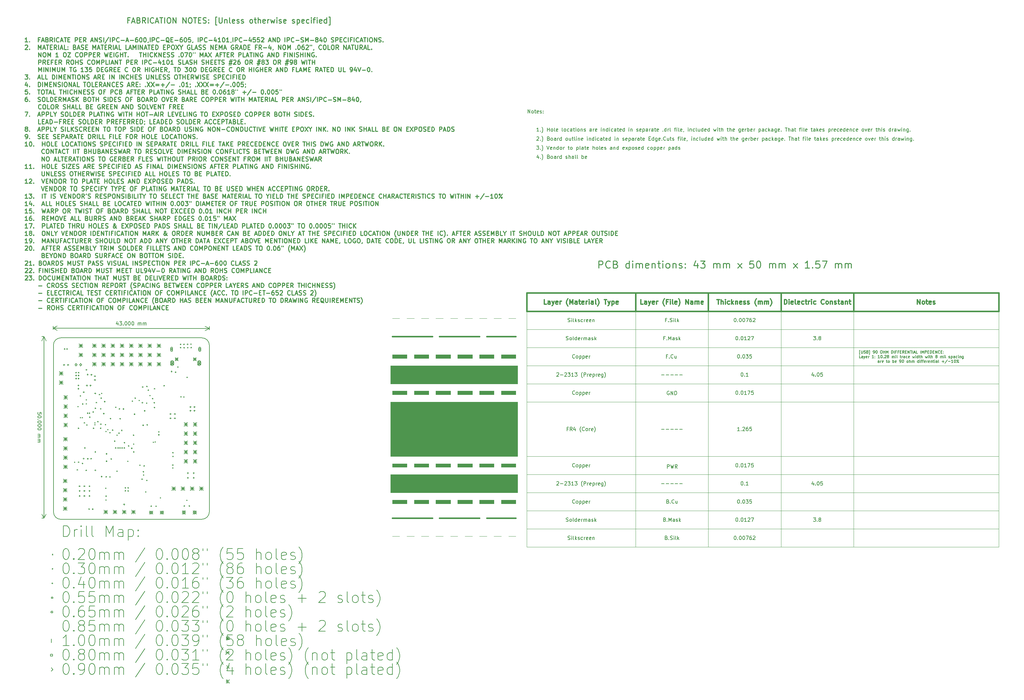
<source format=gbr>
%TF.GenerationSoftware,KiCad,Pcbnew,(5.1.9)-1*%
%TF.CreationDate,2021-10-28T19:53:03+05:30*%
%TF.ProjectId,royal_fc,726f7961-6c5f-4666-932e-6b696361645f,v1.0*%
%TF.SameCoordinates,Original*%
%TF.FileFunction,OtherDrawing,Comment*%
%FSLAX46Y46*%
G04 Gerber Fmt 4.6, Leading zero omitted, Abs format (unit mm)*
G04 Created by KiCad (PCBNEW (5.1.9)-1) date 2021-10-28 19:53:03*
%MOMM*%
%LPD*%
G01*
G04 APERTURE LIST*
%ADD10C,0.250000*%
%ADD11C,0.150000*%
%ADD12C,0.200000*%
%ADD13C,0.400000*%
%ADD14C,0.120000*%
%ADD15C,0.100000*%
%ADD16C,0.300000*%
G04 APERTURE END LIST*
D10*
X44107142Y-13792857D02*
X43607142Y-13792857D01*
X43607142Y-14578571D02*
X43607142Y-13078571D01*
X44321428Y-13078571D01*
X44821428Y-14150000D02*
X45535714Y-14150000D01*
X44678571Y-14578571D02*
X45178571Y-13078571D01*
X45678571Y-14578571D01*
X46678571Y-13792857D02*
X46892857Y-13864285D01*
X46964285Y-13935714D01*
X47035714Y-14078571D01*
X47035714Y-14292857D01*
X46964285Y-14435714D01*
X46892857Y-14507142D01*
X46750000Y-14578571D01*
X46178571Y-14578571D01*
X46178571Y-13078571D01*
X46678571Y-13078571D01*
X46821428Y-13150000D01*
X46892857Y-13221428D01*
X46964285Y-13364285D01*
X46964285Y-13507142D01*
X46892857Y-13650000D01*
X46821428Y-13721428D01*
X46678571Y-13792857D01*
X46178571Y-13792857D01*
X48535714Y-14578571D02*
X48035714Y-13864285D01*
X47678571Y-14578571D02*
X47678571Y-13078571D01*
X48250000Y-13078571D01*
X48392857Y-13150000D01*
X48464285Y-13221428D01*
X48535714Y-13364285D01*
X48535714Y-13578571D01*
X48464285Y-13721428D01*
X48392857Y-13792857D01*
X48250000Y-13864285D01*
X47678571Y-13864285D01*
X49178571Y-14578571D02*
X49178571Y-13078571D01*
X50750000Y-14435714D02*
X50678571Y-14507142D01*
X50464285Y-14578571D01*
X50321428Y-14578571D01*
X50107142Y-14507142D01*
X49964285Y-14364285D01*
X49892857Y-14221428D01*
X49821428Y-13935714D01*
X49821428Y-13721428D01*
X49892857Y-13435714D01*
X49964285Y-13292857D01*
X50107142Y-13150000D01*
X50321428Y-13078571D01*
X50464285Y-13078571D01*
X50678571Y-13150000D01*
X50750000Y-13221428D01*
X51321428Y-14150000D02*
X52035714Y-14150000D01*
X51178571Y-14578571D02*
X51678571Y-13078571D01*
X52178571Y-14578571D01*
X52464285Y-13078571D02*
X53321428Y-13078571D01*
X52892857Y-14578571D02*
X52892857Y-13078571D01*
X53821428Y-14578571D02*
X53821428Y-13078571D01*
X54821428Y-13078571D02*
X55107142Y-13078571D01*
X55250000Y-13150000D01*
X55392857Y-13292857D01*
X55464285Y-13578571D01*
X55464285Y-14078571D01*
X55392857Y-14364285D01*
X55250000Y-14507142D01*
X55107142Y-14578571D01*
X54821428Y-14578571D01*
X54678571Y-14507142D01*
X54535714Y-14364285D01*
X54464285Y-14078571D01*
X54464285Y-13578571D01*
X54535714Y-13292857D01*
X54678571Y-13150000D01*
X54821428Y-13078571D01*
X56107142Y-14578571D02*
X56107142Y-13078571D01*
X56964285Y-14578571D01*
X56964285Y-13078571D01*
X58821428Y-14578571D02*
X58821428Y-13078571D01*
X59678571Y-14578571D01*
X59678571Y-13078571D01*
X60678571Y-13078571D02*
X60964285Y-13078571D01*
X61107142Y-13150000D01*
X61250000Y-13292857D01*
X61321428Y-13578571D01*
X61321428Y-14078571D01*
X61250000Y-14364285D01*
X61107142Y-14507142D01*
X60964285Y-14578571D01*
X60678571Y-14578571D01*
X60535714Y-14507142D01*
X60392857Y-14364285D01*
X60321428Y-14078571D01*
X60321428Y-13578571D01*
X60392857Y-13292857D01*
X60535714Y-13150000D01*
X60678571Y-13078571D01*
X61750000Y-13078571D02*
X62607142Y-13078571D01*
X62178571Y-14578571D02*
X62178571Y-13078571D01*
X63107142Y-13792857D02*
X63607142Y-13792857D01*
X63821428Y-14578571D02*
X63107142Y-14578571D01*
X63107142Y-13078571D01*
X63821428Y-13078571D01*
X64392857Y-14507142D02*
X64607142Y-14578571D01*
X64964285Y-14578571D01*
X65107142Y-14507142D01*
X65178571Y-14435714D01*
X65250000Y-14292857D01*
X65250000Y-14150000D01*
X65178571Y-14007142D01*
X65107142Y-13935714D01*
X64964285Y-13864285D01*
X64678571Y-13792857D01*
X64535714Y-13721428D01*
X64464285Y-13650000D01*
X64392857Y-13507142D01*
X64392857Y-13364285D01*
X64464285Y-13221428D01*
X64535714Y-13150000D01*
X64678571Y-13078571D01*
X65035714Y-13078571D01*
X65250000Y-13150000D01*
X65892857Y-14435714D02*
X65964285Y-14507142D01*
X65892857Y-14578571D01*
X65821428Y-14507142D01*
X65892857Y-14435714D01*
X65892857Y-14578571D01*
X65892857Y-13650000D02*
X65964285Y-13721428D01*
X65892857Y-13792857D01*
X65821428Y-13721428D01*
X65892857Y-13650000D01*
X65892857Y-13792857D01*
X68178571Y-15078571D02*
X67821428Y-15078571D01*
X67821428Y-12935714D01*
X68178571Y-12935714D01*
X68750000Y-13078571D02*
X68750000Y-14292857D01*
X68821428Y-14435714D01*
X68892857Y-14507142D01*
X69035714Y-14578571D01*
X69321428Y-14578571D01*
X69464285Y-14507142D01*
X69535714Y-14435714D01*
X69607142Y-14292857D01*
X69607142Y-13078571D01*
X70321428Y-13578571D02*
X70321428Y-14578571D01*
X70321428Y-13721428D02*
X70392857Y-13650000D01*
X70535714Y-13578571D01*
X70750000Y-13578571D01*
X70892857Y-13650000D01*
X70964285Y-13792857D01*
X70964285Y-14578571D01*
X71892857Y-14578571D02*
X71750000Y-14507142D01*
X71678571Y-14364285D01*
X71678571Y-13078571D01*
X73035714Y-14507142D02*
X72892857Y-14578571D01*
X72607142Y-14578571D01*
X72464285Y-14507142D01*
X72392857Y-14364285D01*
X72392857Y-13792857D01*
X72464285Y-13650000D01*
X72607142Y-13578571D01*
X72892857Y-13578571D01*
X73035714Y-13650000D01*
X73107142Y-13792857D01*
X73107142Y-13935714D01*
X72392857Y-14078571D01*
X73678571Y-14507142D02*
X73821428Y-14578571D01*
X74107142Y-14578571D01*
X74250000Y-14507142D01*
X74321428Y-14364285D01*
X74321428Y-14292857D01*
X74250000Y-14150000D01*
X74107142Y-14078571D01*
X73892857Y-14078571D01*
X73750000Y-14007142D01*
X73678571Y-13864285D01*
X73678571Y-13792857D01*
X73750000Y-13650000D01*
X73892857Y-13578571D01*
X74107142Y-13578571D01*
X74250000Y-13650000D01*
X74892857Y-14507142D02*
X75035714Y-14578571D01*
X75321428Y-14578571D01*
X75464285Y-14507142D01*
X75535714Y-14364285D01*
X75535714Y-14292857D01*
X75464285Y-14150000D01*
X75321428Y-14078571D01*
X75107142Y-14078571D01*
X74964285Y-14007142D01*
X74892857Y-13864285D01*
X74892857Y-13792857D01*
X74964285Y-13650000D01*
X75107142Y-13578571D01*
X75321428Y-13578571D01*
X75464285Y-13650000D01*
X77535714Y-14578571D02*
X77392857Y-14507142D01*
X77321428Y-14435714D01*
X77250000Y-14292857D01*
X77250000Y-13864285D01*
X77321428Y-13721428D01*
X77392857Y-13650000D01*
X77535714Y-13578571D01*
X77750000Y-13578571D01*
X77892857Y-13650000D01*
X77964285Y-13721428D01*
X78035714Y-13864285D01*
X78035714Y-14292857D01*
X77964285Y-14435714D01*
X77892857Y-14507142D01*
X77750000Y-14578571D01*
X77535714Y-14578571D01*
X78464285Y-13578571D02*
X79035714Y-13578571D01*
X78678571Y-13078571D02*
X78678571Y-14364285D01*
X78750000Y-14507142D01*
X78892857Y-14578571D01*
X79035714Y-14578571D01*
X79535714Y-14578571D02*
X79535714Y-13078571D01*
X80178571Y-14578571D02*
X80178571Y-13792857D01*
X80107142Y-13650000D01*
X79964285Y-13578571D01*
X79750000Y-13578571D01*
X79607142Y-13650000D01*
X79535714Y-13721428D01*
X81464285Y-14507142D02*
X81321428Y-14578571D01*
X81035714Y-14578571D01*
X80892857Y-14507142D01*
X80821428Y-14364285D01*
X80821428Y-13792857D01*
X80892857Y-13650000D01*
X81035714Y-13578571D01*
X81321428Y-13578571D01*
X81464285Y-13650000D01*
X81535714Y-13792857D01*
X81535714Y-13935714D01*
X80821428Y-14078571D01*
X82178571Y-14578571D02*
X82178571Y-13578571D01*
X82178571Y-13864285D02*
X82250000Y-13721428D01*
X82321428Y-13650000D01*
X82464285Y-13578571D01*
X82607142Y-13578571D01*
X82964285Y-13578571D02*
X83250000Y-14578571D01*
X83535714Y-13864285D01*
X83821428Y-14578571D01*
X84107142Y-13578571D01*
X84678571Y-14578571D02*
X84678571Y-13578571D01*
X84678571Y-13078571D02*
X84607142Y-13150000D01*
X84678571Y-13221428D01*
X84750000Y-13150000D01*
X84678571Y-13078571D01*
X84678571Y-13221428D01*
X85321428Y-14507142D02*
X85464285Y-14578571D01*
X85750000Y-14578571D01*
X85892857Y-14507142D01*
X85964285Y-14364285D01*
X85964285Y-14292857D01*
X85892857Y-14150000D01*
X85750000Y-14078571D01*
X85535714Y-14078571D01*
X85392857Y-14007142D01*
X85321428Y-13864285D01*
X85321428Y-13792857D01*
X85392857Y-13650000D01*
X85535714Y-13578571D01*
X85750000Y-13578571D01*
X85892857Y-13650000D01*
X87178571Y-14507142D02*
X87035714Y-14578571D01*
X86750000Y-14578571D01*
X86607142Y-14507142D01*
X86535714Y-14364285D01*
X86535714Y-13792857D01*
X86607142Y-13650000D01*
X86750000Y-13578571D01*
X87035714Y-13578571D01*
X87178571Y-13650000D01*
X87250000Y-13792857D01*
X87250000Y-13935714D01*
X86535714Y-14078571D01*
X88964285Y-14507142D02*
X89107142Y-14578571D01*
X89392857Y-14578571D01*
X89535714Y-14507142D01*
X89607142Y-14364285D01*
X89607142Y-14292857D01*
X89535714Y-14150000D01*
X89392857Y-14078571D01*
X89178571Y-14078571D01*
X89035714Y-14007142D01*
X88964285Y-13864285D01*
X88964285Y-13792857D01*
X89035714Y-13650000D01*
X89178571Y-13578571D01*
X89392857Y-13578571D01*
X89535714Y-13650000D01*
X90250000Y-13578571D02*
X90250000Y-15078571D01*
X90250000Y-13650000D02*
X90392857Y-13578571D01*
X90678571Y-13578571D01*
X90821428Y-13650000D01*
X90892857Y-13721428D01*
X90964285Y-13864285D01*
X90964285Y-14292857D01*
X90892857Y-14435714D01*
X90821428Y-14507142D01*
X90678571Y-14578571D01*
X90392857Y-14578571D01*
X90250000Y-14507142D01*
X92178571Y-14507142D02*
X92035714Y-14578571D01*
X91750000Y-14578571D01*
X91607142Y-14507142D01*
X91535714Y-14364285D01*
X91535714Y-13792857D01*
X91607142Y-13650000D01*
X91750000Y-13578571D01*
X92035714Y-13578571D01*
X92178571Y-13650000D01*
X92250000Y-13792857D01*
X92250000Y-13935714D01*
X91535714Y-14078571D01*
X93535714Y-14507142D02*
X93392857Y-14578571D01*
X93107142Y-14578571D01*
X92964285Y-14507142D01*
X92892857Y-14435714D01*
X92821428Y-14292857D01*
X92821428Y-13864285D01*
X92892857Y-13721428D01*
X92964285Y-13650000D01*
X93107142Y-13578571D01*
X93392857Y-13578571D01*
X93535714Y-13650000D01*
X94178571Y-14578571D02*
X94178571Y-13578571D01*
X94178571Y-13078571D02*
X94107142Y-13150000D01*
X94178571Y-13221428D01*
X94250000Y-13150000D01*
X94178571Y-13078571D01*
X94178571Y-13221428D01*
X94678571Y-13578571D02*
X95250000Y-13578571D01*
X94892857Y-14578571D02*
X94892857Y-13292857D01*
X94964285Y-13150000D01*
X95107142Y-13078571D01*
X95250000Y-13078571D01*
X95750000Y-14578571D02*
X95750000Y-13578571D01*
X95750000Y-13078571D02*
X95678571Y-13150000D01*
X95750000Y-13221428D01*
X95821428Y-13150000D01*
X95750000Y-13078571D01*
X95750000Y-13221428D01*
X97035714Y-14507142D02*
X96892857Y-14578571D01*
X96607142Y-14578571D01*
X96464285Y-14507142D01*
X96392857Y-14364285D01*
X96392857Y-13792857D01*
X96464285Y-13650000D01*
X96607142Y-13578571D01*
X96892857Y-13578571D01*
X97035714Y-13650000D01*
X97107142Y-13792857D01*
X97107142Y-13935714D01*
X96392857Y-14078571D01*
X98392857Y-14578571D02*
X98392857Y-13078571D01*
X98392857Y-14507142D02*
X98250000Y-14578571D01*
X97964285Y-14578571D01*
X97821428Y-14507142D01*
X97750000Y-14435714D01*
X97678571Y-14292857D01*
X97678571Y-13864285D01*
X97750000Y-13721428D01*
X97821428Y-13650000D01*
X97964285Y-13578571D01*
X98250000Y-13578571D01*
X98392857Y-13650000D01*
X98964285Y-15078571D02*
X99321428Y-15078571D01*
X99321428Y-12935714D01*
X98964285Y-12935714D01*
D11*
X245330357Y-105844285D02*
X245151785Y-105844285D01*
X245151785Y-104772857D01*
X245330357Y-104772857D01*
X245616071Y-104844285D02*
X245616071Y-105451428D01*
X245651785Y-105522857D01*
X245687500Y-105558571D01*
X245758928Y-105594285D01*
X245901785Y-105594285D01*
X245973214Y-105558571D01*
X246008928Y-105522857D01*
X246044642Y-105451428D01*
X246044642Y-104844285D01*
X246366071Y-105558571D02*
X246473214Y-105594285D01*
X246651785Y-105594285D01*
X246723214Y-105558571D01*
X246758928Y-105522857D01*
X246794642Y-105451428D01*
X246794642Y-105380000D01*
X246758928Y-105308571D01*
X246723214Y-105272857D01*
X246651785Y-105237142D01*
X246508928Y-105201428D01*
X246437500Y-105165714D01*
X246401785Y-105130000D01*
X246366071Y-105058571D01*
X246366071Y-104987142D01*
X246401785Y-104915714D01*
X246437500Y-104880000D01*
X246508928Y-104844285D01*
X246687500Y-104844285D01*
X246794642Y-104880000D01*
X247366071Y-105201428D02*
X247473214Y-105237142D01*
X247508928Y-105272857D01*
X247544642Y-105344285D01*
X247544642Y-105451428D01*
X247508928Y-105522857D01*
X247473214Y-105558571D01*
X247401785Y-105594285D01*
X247116071Y-105594285D01*
X247116071Y-104844285D01*
X247366071Y-104844285D01*
X247437500Y-104880000D01*
X247473214Y-104915714D01*
X247508928Y-104987142D01*
X247508928Y-105058571D01*
X247473214Y-105130000D01*
X247437500Y-105165714D01*
X247366071Y-105201428D01*
X247116071Y-105201428D01*
X247794642Y-105844285D02*
X247973214Y-105844285D01*
X247973214Y-104772857D01*
X247794642Y-104772857D01*
X248973214Y-105594285D02*
X249116071Y-105594285D01*
X249187500Y-105558571D01*
X249223214Y-105522857D01*
X249294642Y-105415714D01*
X249330357Y-105272857D01*
X249330357Y-104987142D01*
X249294642Y-104915714D01*
X249258928Y-104880000D01*
X249187500Y-104844285D01*
X249044642Y-104844285D01*
X248973214Y-104880000D01*
X248937500Y-104915714D01*
X248901785Y-104987142D01*
X248901785Y-105165714D01*
X248937500Y-105237142D01*
X248973214Y-105272857D01*
X249044642Y-105308571D01*
X249187500Y-105308571D01*
X249258928Y-105272857D01*
X249294642Y-105237142D01*
X249330357Y-105165714D01*
X249794642Y-104844285D02*
X249866071Y-104844285D01*
X249937500Y-104880000D01*
X249973214Y-104915714D01*
X250008928Y-104987142D01*
X250044642Y-105130000D01*
X250044642Y-105308571D01*
X250008928Y-105451428D01*
X249973214Y-105522857D01*
X249937500Y-105558571D01*
X249866071Y-105594285D01*
X249794642Y-105594285D01*
X249723214Y-105558571D01*
X249687500Y-105522857D01*
X249651785Y-105451428D01*
X249616071Y-105308571D01*
X249616071Y-105130000D01*
X249651785Y-104987142D01*
X249687500Y-104915714D01*
X249723214Y-104880000D01*
X249794642Y-104844285D01*
X251080357Y-104844285D02*
X251223214Y-104844285D01*
X251294642Y-104880000D01*
X251366071Y-104951428D01*
X251401785Y-105094285D01*
X251401785Y-105344285D01*
X251366071Y-105487142D01*
X251294642Y-105558571D01*
X251223214Y-105594285D01*
X251080357Y-105594285D01*
X251008928Y-105558571D01*
X250937500Y-105487142D01*
X250901785Y-105344285D01*
X250901785Y-105094285D01*
X250937500Y-104951428D01*
X251008928Y-104880000D01*
X251080357Y-104844285D01*
X251723214Y-105594285D02*
X251723214Y-104844285D01*
X251723214Y-105201428D02*
X252151785Y-105201428D01*
X252151785Y-105594285D02*
X252151785Y-104844285D01*
X252508928Y-105594285D02*
X252508928Y-104844285D01*
X252758928Y-105380000D01*
X253008928Y-104844285D01*
X253008928Y-105594285D01*
X253937500Y-105594285D02*
X253937500Y-104844285D01*
X254116071Y-104844285D01*
X254223214Y-104880000D01*
X254294642Y-104951428D01*
X254330357Y-105022857D01*
X254366071Y-105165714D01*
X254366071Y-105272857D01*
X254330357Y-105415714D01*
X254294642Y-105487142D01*
X254223214Y-105558571D01*
X254116071Y-105594285D01*
X253937500Y-105594285D01*
X254687500Y-105594285D02*
X254687500Y-104844285D01*
X255294642Y-105201428D02*
X255044642Y-105201428D01*
X255044642Y-105594285D02*
X255044642Y-104844285D01*
X255401785Y-104844285D01*
X255937500Y-105201428D02*
X255687500Y-105201428D01*
X255687500Y-105594285D02*
X255687500Y-104844285D01*
X256044642Y-104844285D01*
X256330357Y-105201428D02*
X256580357Y-105201428D01*
X256687500Y-105594285D02*
X256330357Y-105594285D01*
X256330357Y-104844285D01*
X256687500Y-104844285D01*
X257437500Y-105594285D02*
X257187500Y-105237142D01*
X257008928Y-105594285D02*
X257008928Y-104844285D01*
X257294642Y-104844285D01*
X257366071Y-104880000D01*
X257401785Y-104915714D01*
X257437500Y-104987142D01*
X257437500Y-105094285D01*
X257401785Y-105165714D01*
X257366071Y-105201428D01*
X257294642Y-105237142D01*
X257008928Y-105237142D01*
X257758928Y-105201428D02*
X258008928Y-105201428D01*
X258116071Y-105594285D02*
X257758928Y-105594285D01*
X257758928Y-104844285D01*
X258116071Y-104844285D01*
X258437500Y-105594285D02*
X258437500Y-104844285D01*
X258866071Y-105594285D01*
X258866071Y-104844285D01*
X259116071Y-104844285D02*
X259544642Y-104844285D01*
X259330357Y-105594285D02*
X259330357Y-104844285D01*
X259794642Y-105594285D02*
X259794642Y-104844285D01*
X260116071Y-105380000D02*
X260473214Y-105380000D01*
X260044642Y-105594285D02*
X260294642Y-104844285D01*
X260544642Y-105594285D01*
X261151785Y-105594285D02*
X260794642Y-105594285D01*
X260794642Y-104844285D01*
X261973214Y-105594285D02*
X261973214Y-104844285D01*
X262330357Y-105594285D02*
X262330357Y-104844285D01*
X262580357Y-105380000D01*
X262830357Y-104844285D01*
X262830357Y-105594285D01*
X263187500Y-105594285D02*
X263187500Y-104844285D01*
X263473214Y-104844285D01*
X263544642Y-104880000D01*
X263580357Y-104915714D01*
X263616071Y-104987142D01*
X263616071Y-105094285D01*
X263580357Y-105165714D01*
X263544642Y-105201428D01*
X263473214Y-105237142D01*
X263187500Y-105237142D01*
X263937500Y-105201428D02*
X264187500Y-105201428D01*
X264294642Y-105594285D02*
X263937500Y-105594285D01*
X263937500Y-104844285D01*
X264294642Y-104844285D01*
X264616071Y-105594285D02*
X264616071Y-104844285D01*
X264794642Y-104844285D01*
X264901785Y-104880000D01*
X264973214Y-104951428D01*
X265008928Y-105022857D01*
X265044642Y-105165714D01*
X265044642Y-105272857D01*
X265008928Y-105415714D01*
X264973214Y-105487142D01*
X264901785Y-105558571D01*
X264794642Y-105594285D01*
X264616071Y-105594285D01*
X265366071Y-105201428D02*
X265616071Y-105201428D01*
X265723214Y-105594285D02*
X265366071Y-105594285D01*
X265366071Y-104844285D01*
X265723214Y-104844285D01*
X266044642Y-105594285D02*
X266044642Y-104844285D01*
X266473214Y-105594285D01*
X266473214Y-104844285D01*
X267258928Y-105522857D02*
X267223214Y-105558571D01*
X267116071Y-105594285D01*
X267044642Y-105594285D01*
X266937500Y-105558571D01*
X266866071Y-105487142D01*
X266830357Y-105415714D01*
X266794642Y-105272857D01*
X266794642Y-105165714D01*
X266830357Y-105022857D01*
X266866071Y-104951428D01*
X266937500Y-104880000D01*
X267044642Y-104844285D01*
X267116071Y-104844285D01*
X267223214Y-104880000D01*
X267258928Y-104915714D01*
X267580357Y-105201428D02*
X267830357Y-105201428D01*
X267937500Y-105594285D02*
X267580357Y-105594285D01*
X267580357Y-104844285D01*
X267937500Y-104844285D01*
X268258928Y-105522857D02*
X268294642Y-105558571D01*
X268258928Y-105594285D01*
X268223214Y-105558571D01*
X268258928Y-105522857D01*
X268258928Y-105594285D01*
X268258928Y-105130000D02*
X268294642Y-105165714D01*
X268258928Y-105201428D01*
X268223214Y-105165714D01*
X268258928Y-105130000D01*
X268258928Y-105201428D01*
X245473214Y-106869285D02*
X245116071Y-106869285D01*
X245116071Y-106119285D01*
X246044642Y-106869285D02*
X246044642Y-106476428D01*
X246008928Y-106405000D01*
X245937500Y-106369285D01*
X245794642Y-106369285D01*
X245723214Y-106405000D01*
X246044642Y-106833571D02*
X245973214Y-106869285D01*
X245794642Y-106869285D01*
X245723214Y-106833571D01*
X245687500Y-106762142D01*
X245687500Y-106690714D01*
X245723214Y-106619285D01*
X245794642Y-106583571D01*
X245973214Y-106583571D01*
X246044642Y-106547857D01*
X246330357Y-106369285D02*
X246508928Y-106869285D01*
X246687500Y-106369285D02*
X246508928Y-106869285D01*
X246437500Y-107047857D01*
X246401785Y-107083571D01*
X246330357Y-107119285D01*
X247258928Y-106833571D02*
X247187500Y-106869285D01*
X247044642Y-106869285D01*
X246973214Y-106833571D01*
X246937500Y-106762142D01*
X246937500Y-106476428D01*
X246973214Y-106405000D01*
X247044642Y-106369285D01*
X247187500Y-106369285D01*
X247258928Y-106405000D01*
X247294642Y-106476428D01*
X247294642Y-106547857D01*
X246937500Y-106619285D01*
X247616071Y-106869285D02*
X247616071Y-106369285D01*
X247616071Y-106512142D02*
X247651785Y-106440714D01*
X247687500Y-106405000D01*
X247758928Y-106369285D01*
X247830357Y-106369285D01*
X249044642Y-106869285D02*
X248616071Y-106869285D01*
X248830357Y-106869285D02*
X248830357Y-106119285D01*
X248758928Y-106226428D01*
X248687500Y-106297857D01*
X248616071Y-106333571D01*
X249366071Y-106797857D02*
X249401785Y-106833571D01*
X249366071Y-106869285D01*
X249330357Y-106833571D01*
X249366071Y-106797857D01*
X249366071Y-106869285D01*
X249366071Y-106405000D02*
X249401785Y-106440714D01*
X249366071Y-106476428D01*
X249330357Y-106440714D01*
X249366071Y-106405000D01*
X249366071Y-106476428D01*
X250687500Y-106869285D02*
X250258928Y-106869285D01*
X250473214Y-106869285D02*
X250473214Y-106119285D01*
X250401785Y-106226428D01*
X250330357Y-106297857D01*
X250258928Y-106333571D01*
X251151785Y-106119285D02*
X251223214Y-106119285D01*
X251294642Y-106155000D01*
X251330357Y-106190714D01*
X251366071Y-106262142D01*
X251401785Y-106405000D01*
X251401785Y-106583571D01*
X251366071Y-106726428D01*
X251330357Y-106797857D01*
X251294642Y-106833571D01*
X251223214Y-106869285D01*
X251151785Y-106869285D01*
X251080357Y-106833571D01*
X251044642Y-106797857D01*
X251008928Y-106726428D01*
X250973214Y-106583571D01*
X250973214Y-106405000D01*
X251008928Y-106262142D01*
X251044642Y-106190714D01*
X251080357Y-106155000D01*
X251151785Y-106119285D01*
X251723214Y-106797857D02*
X251758928Y-106833571D01*
X251723214Y-106869285D01*
X251687500Y-106833571D01*
X251723214Y-106797857D01*
X251723214Y-106869285D01*
X252044642Y-106190714D02*
X252080357Y-106155000D01*
X252151785Y-106119285D01*
X252330357Y-106119285D01*
X252401785Y-106155000D01*
X252437500Y-106190714D01*
X252473214Y-106262142D01*
X252473214Y-106333571D01*
X252437500Y-106440714D01*
X252008928Y-106869285D01*
X252473214Y-106869285D01*
X252901785Y-106440714D02*
X252830357Y-106405000D01*
X252794642Y-106369285D01*
X252758928Y-106297857D01*
X252758928Y-106262142D01*
X252794642Y-106190714D01*
X252830357Y-106155000D01*
X252901785Y-106119285D01*
X253044642Y-106119285D01*
X253116071Y-106155000D01*
X253151785Y-106190714D01*
X253187500Y-106262142D01*
X253187500Y-106297857D01*
X253151785Y-106369285D01*
X253116071Y-106405000D01*
X253044642Y-106440714D01*
X252901785Y-106440714D01*
X252830357Y-106476428D01*
X252794642Y-106512142D01*
X252758928Y-106583571D01*
X252758928Y-106726428D01*
X252794642Y-106797857D01*
X252830357Y-106833571D01*
X252901785Y-106869285D01*
X253044642Y-106869285D01*
X253116071Y-106833571D01*
X253151785Y-106797857D01*
X253187500Y-106726428D01*
X253187500Y-106583571D01*
X253151785Y-106512142D01*
X253116071Y-106476428D01*
X253044642Y-106440714D01*
X254080357Y-106869285D02*
X254080357Y-106369285D01*
X254080357Y-106440714D02*
X254116071Y-106405000D01*
X254187500Y-106369285D01*
X254294642Y-106369285D01*
X254366071Y-106405000D01*
X254401785Y-106476428D01*
X254401785Y-106869285D01*
X254401785Y-106476428D02*
X254437500Y-106405000D01*
X254508928Y-106369285D01*
X254616071Y-106369285D01*
X254687500Y-106405000D01*
X254723214Y-106476428D01*
X254723214Y-106869285D01*
X255080357Y-106869285D02*
X255080357Y-106369285D01*
X255080357Y-106119285D02*
X255044642Y-106155000D01*
X255080357Y-106190714D01*
X255116071Y-106155000D01*
X255080357Y-106119285D01*
X255080357Y-106190714D01*
X255544642Y-106869285D02*
X255473214Y-106833571D01*
X255437500Y-106762142D01*
X255437500Y-106119285D01*
X256294642Y-106369285D02*
X256580357Y-106369285D01*
X256401785Y-106119285D02*
X256401785Y-106762142D01*
X256437500Y-106833571D01*
X256508928Y-106869285D01*
X256580357Y-106869285D01*
X256830357Y-106869285D02*
X256830357Y-106369285D01*
X256830357Y-106512142D02*
X256866071Y-106440714D01*
X256901785Y-106405000D01*
X256973214Y-106369285D01*
X257044642Y-106369285D01*
X257616071Y-106869285D02*
X257616071Y-106476428D01*
X257580357Y-106405000D01*
X257508928Y-106369285D01*
X257366071Y-106369285D01*
X257294642Y-106405000D01*
X257616071Y-106833571D02*
X257544642Y-106869285D01*
X257366071Y-106869285D01*
X257294642Y-106833571D01*
X257258928Y-106762142D01*
X257258928Y-106690714D01*
X257294642Y-106619285D01*
X257366071Y-106583571D01*
X257544642Y-106583571D01*
X257616071Y-106547857D01*
X258294642Y-106833571D02*
X258223214Y-106869285D01*
X258080357Y-106869285D01*
X258008928Y-106833571D01*
X257973214Y-106797857D01*
X257937500Y-106726428D01*
X257937500Y-106512142D01*
X257973214Y-106440714D01*
X258008928Y-106405000D01*
X258080357Y-106369285D01*
X258223214Y-106369285D01*
X258294642Y-106405000D01*
X258901785Y-106833571D02*
X258830357Y-106869285D01*
X258687500Y-106869285D01*
X258616071Y-106833571D01*
X258580357Y-106762142D01*
X258580357Y-106476428D01*
X258616071Y-106405000D01*
X258687500Y-106369285D01*
X258830357Y-106369285D01*
X258901785Y-106405000D01*
X258937500Y-106476428D01*
X258937500Y-106547857D01*
X258580357Y-106619285D01*
X259758928Y-106369285D02*
X259901785Y-106869285D01*
X260044642Y-106512142D01*
X260187500Y-106869285D01*
X260330357Y-106369285D01*
X260616071Y-106869285D02*
X260616071Y-106369285D01*
X260616071Y-106119285D02*
X260580357Y-106155000D01*
X260616071Y-106190714D01*
X260651785Y-106155000D01*
X260616071Y-106119285D01*
X260616071Y-106190714D01*
X261294642Y-106869285D02*
X261294642Y-106119285D01*
X261294642Y-106833571D02*
X261223214Y-106869285D01*
X261080357Y-106869285D01*
X261008928Y-106833571D01*
X260973214Y-106797857D01*
X260937500Y-106726428D01*
X260937500Y-106512142D01*
X260973214Y-106440714D01*
X261008928Y-106405000D01*
X261080357Y-106369285D01*
X261223214Y-106369285D01*
X261294642Y-106405000D01*
X261544642Y-106369285D02*
X261830357Y-106369285D01*
X261651785Y-106119285D02*
X261651785Y-106762142D01*
X261687500Y-106833571D01*
X261758928Y-106869285D01*
X261830357Y-106869285D01*
X262080357Y-106869285D02*
X262080357Y-106119285D01*
X262401785Y-106869285D02*
X262401785Y-106476428D01*
X262366071Y-106405000D01*
X262294642Y-106369285D01*
X262187500Y-106369285D01*
X262116071Y-106405000D01*
X262080357Y-106440714D01*
X263258928Y-106369285D02*
X263401785Y-106869285D01*
X263544642Y-106512142D01*
X263687500Y-106869285D01*
X263830357Y-106369285D01*
X264116071Y-106869285D02*
X264116071Y-106369285D01*
X264116071Y-106119285D02*
X264080357Y-106155000D01*
X264116071Y-106190714D01*
X264151785Y-106155000D01*
X264116071Y-106119285D01*
X264116071Y-106190714D01*
X264366071Y-106369285D02*
X264651785Y-106369285D01*
X264473214Y-106119285D02*
X264473214Y-106762142D01*
X264508928Y-106833571D01*
X264580357Y-106869285D01*
X264651785Y-106869285D01*
X264901785Y-106869285D02*
X264901785Y-106119285D01*
X265223214Y-106869285D02*
X265223214Y-106476428D01*
X265187500Y-106405000D01*
X265116071Y-106369285D01*
X265008928Y-106369285D01*
X264937500Y-106405000D01*
X264901785Y-106440714D01*
X266258928Y-106440714D02*
X266187500Y-106405000D01*
X266151785Y-106369285D01*
X266116071Y-106297857D01*
X266116071Y-106262142D01*
X266151785Y-106190714D01*
X266187500Y-106155000D01*
X266258928Y-106119285D01*
X266401785Y-106119285D01*
X266473214Y-106155000D01*
X266508928Y-106190714D01*
X266544642Y-106262142D01*
X266544642Y-106297857D01*
X266508928Y-106369285D01*
X266473214Y-106405000D01*
X266401785Y-106440714D01*
X266258928Y-106440714D01*
X266187500Y-106476428D01*
X266151785Y-106512142D01*
X266116071Y-106583571D01*
X266116071Y-106726428D01*
X266151785Y-106797857D01*
X266187500Y-106833571D01*
X266258928Y-106869285D01*
X266401785Y-106869285D01*
X266473214Y-106833571D01*
X266508928Y-106797857D01*
X266544642Y-106726428D01*
X266544642Y-106583571D01*
X266508928Y-106512142D01*
X266473214Y-106476428D01*
X266401785Y-106440714D01*
X267437500Y-106869285D02*
X267437500Y-106369285D01*
X267437500Y-106440714D02*
X267473214Y-106405000D01*
X267544642Y-106369285D01*
X267651785Y-106369285D01*
X267723214Y-106405000D01*
X267758928Y-106476428D01*
X267758928Y-106869285D01*
X267758928Y-106476428D02*
X267794642Y-106405000D01*
X267866071Y-106369285D01*
X267973214Y-106369285D01*
X268044642Y-106405000D01*
X268080357Y-106476428D01*
X268080357Y-106869285D01*
X268437500Y-106869285D02*
X268437500Y-106369285D01*
X268437500Y-106119285D02*
X268401785Y-106155000D01*
X268437500Y-106190714D01*
X268473214Y-106155000D01*
X268437500Y-106119285D01*
X268437500Y-106190714D01*
X268901785Y-106869285D02*
X268830357Y-106833571D01*
X268794642Y-106762142D01*
X268794642Y-106119285D01*
X269723214Y-106833571D02*
X269794642Y-106869285D01*
X269937500Y-106869285D01*
X270008928Y-106833571D01*
X270044642Y-106762142D01*
X270044642Y-106726428D01*
X270008928Y-106655000D01*
X269937500Y-106619285D01*
X269830357Y-106619285D01*
X269758928Y-106583571D01*
X269723214Y-106512142D01*
X269723214Y-106476428D01*
X269758928Y-106405000D01*
X269830357Y-106369285D01*
X269937500Y-106369285D01*
X270008928Y-106405000D01*
X270366071Y-106369285D02*
X270366071Y-107119285D01*
X270366071Y-106405000D02*
X270437500Y-106369285D01*
X270580357Y-106369285D01*
X270651785Y-106405000D01*
X270687500Y-106440714D01*
X270723214Y-106512142D01*
X270723214Y-106726428D01*
X270687500Y-106797857D01*
X270651785Y-106833571D01*
X270580357Y-106869285D01*
X270437500Y-106869285D01*
X270366071Y-106833571D01*
X271366071Y-106869285D02*
X271366071Y-106476428D01*
X271330357Y-106405000D01*
X271258928Y-106369285D01*
X271116071Y-106369285D01*
X271044642Y-106405000D01*
X271366071Y-106833571D02*
X271294642Y-106869285D01*
X271116071Y-106869285D01*
X271044642Y-106833571D01*
X271008928Y-106762142D01*
X271008928Y-106690714D01*
X271044642Y-106619285D01*
X271116071Y-106583571D01*
X271294642Y-106583571D01*
X271366071Y-106547857D01*
X272044642Y-106833571D02*
X271973214Y-106869285D01*
X271830357Y-106869285D01*
X271758928Y-106833571D01*
X271723214Y-106797857D01*
X271687500Y-106726428D01*
X271687500Y-106512142D01*
X271723214Y-106440714D01*
X271758928Y-106405000D01*
X271830357Y-106369285D01*
X271973214Y-106369285D01*
X272044642Y-106405000D01*
X272366071Y-106869285D02*
X272366071Y-106369285D01*
X272366071Y-106119285D02*
X272330357Y-106155000D01*
X272366071Y-106190714D01*
X272401785Y-106155000D01*
X272366071Y-106119285D01*
X272366071Y-106190714D01*
X272723214Y-106369285D02*
X272723214Y-106869285D01*
X272723214Y-106440714D02*
X272758928Y-106405000D01*
X272830357Y-106369285D01*
X272937500Y-106369285D01*
X273008928Y-106405000D01*
X273044642Y-106476428D01*
X273044642Y-106869285D01*
X273723214Y-106369285D02*
X273723214Y-106976428D01*
X273687500Y-107047857D01*
X273651785Y-107083571D01*
X273580357Y-107119285D01*
X273473214Y-107119285D01*
X273401785Y-107083571D01*
X273723214Y-106833571D02*
X273651785Y-106869285D01*
X273508928Y-106869285D01*
X273437500Y-106833571D01*
X273401785Y-106797857D01*
X273366071Y-106726428D01*
X273366071Y-106512142D01*
X273401785Y-106440714D01*
X273437500Y-106405000D01*
X273508928Y-106369285D01*
X273651785Y-106369285D01*
X273723214Y-106405000D01*
X250580357Y-108144285D02*
X250580357Y-107751428D01*
X250544642Y-107680000D01*
X250473214Y-107644285D01*
X250330357Y-107644285D01*
X250258928Y-107680000D01*
X250580357Y-108108571D02*
X250508928Y-108144285D01*
X250330357Y-108144285D01*
X250258928Y-108108571D01*
X250223214Y-108037142D01*
X250223214Y-107965714D01*
X250258928Y-107894285D01*
X250330357Y-107858571D01*
X250508928Y-107858571D01*
X250580357Y-107822857D01*
X250937500Y-108144285D02*
X250937500Y-107644285D01*
X250937500Y-107787142D02*
X250973214Y-107715714D01*
X251008928Y-107680000D01*
X251080357Y-107644285D01*
X251151785Y-107644285D01*
X251687500Y-108108571D02*
X251616071Y-108144285D01*
X251473214Y-108144285D01*
X251401785Y-108108571D01*
X251366071Y-108037142D01*
X251366071Y-107751428D01*
X251401785Y-107680000D01*
X251473214Y-107644285D01*
X251616071Y-107644285D01*
X251687500Y-107680000D01*
X251723214Y-107751428D01*
X251723214Y-107822857D01*
X251366071Y-107894285D01*
X252508928Y-107644285D02*
X252794642Y-107644285D01*
X252616071Y-107394285D02*
X252616071Y-108037142D01*
X252651785Y-108108571D01*
X252723214Y-108144285D01*
X252794642Y-108144285D01*
X253151785Y-108144285D02*
X253080357Y-108108571D01*
X253044642Y-108072857D01*
X253008928Y-108001428D01*
X253008928Y-107787142D01*
X253044642Y-107715714D01*
X253080357Y-107680000D01*
X253151785Y-107644285D01*
X253258928Y-107644285D01*
X253330357Y-107680000D01*
X253366071Y-107715714D01*
X253401785Y-107787142D01*
X253401785Y-108001428D01*
X253366071Y-108072857D01*
X253330357Y-108108571D01*
X253258928Y-108144285D01*
X253151785Y-108144285D01*
X254294642Y-108144285D02*
X254294642Y-107394285D01*
X254294642Y-107680000D02*
X254366071Y-107644285D01*
X254508928Y-107644285D01*
X254580357Y-107680000D01*
X254616071Y-107715714D01*
X254651785Y-107787142D01*
X254651785Y-108001428D01*
X254616071Y-108072857D01*
X254580357Y-108108571D01*
X254508928Y-108144285D01*
X254366071Y-108144285D01*
X254294642Y-108108571D01*
X255258928Y-108108571D02*
X255187500Y-108144285D01*
X255044642Y-108144285D01*
X254973214Y-108108571D01*
X254937500Y-108037142D01*
X254937500Y-107751428D01*
X254973214Y-107680000D01*
X255044642Y-107644285D01*
X255187500Y-107644285D01*
X255258928Y-107680000D01*
X255294642Y-107751428D01*
X255294642Y-107822857D01*
X254937500Y-107894285D01*
X256223214Y-108144285D02*
X256366071Y-108144285D01*
X256437500Y-108108571D01*
X256473214Y-108072857D01*
X256544642Y-107965714D01*
X256580357Y-107822857D01*
X256580357Y-107537142D01*
X256544642Y-107465714D01*
X256508928Y-107430000D01*
X256437500Y-107394285D01*
X256294642Y-107394285D01*
X256223214Y-107430000D01*
X256187500Y-107465714D01*
X256151785Y-107537142D01*
X256151785Y-107715714D01*
X256187500Y-107787142D01*
X256223214Y-107822857D01*
X256294642Y-107858571D01*
X256437500Y-107858571D01*
X256508928Y-107822857D01*
X256544642Y-107787142D01*
X256580357Y-107715714D01*
X257044642Y-107394285D02*
X257116071Y-107394285D01*
X257187500Y-107430000D01*
X257223214Y-107465714D01*
X257258928Y-107537142D01*
X257294642Y-107680000D01*
X257294642Y-107858571D01*
X257258928Y-108001428D01*
X257223214Y-108072857D01*
X257187500Y-108108571D01*
X257116071Y-108144285D01*
X257044642Y-108144285D01*
X256973214Y-108108571D01*
X256937500Y-108072857D01*
X256901785Y-108001428D01*
X256866071Y-107858571D01*
X256866071Y-107680000D01*
X256901785Y-107537142D01*
X256937500Y-107465714D01*
X256973214Y-107430000D01*
X257044642Y-107394285D01*
X258294642Y-108144285D02*
X258223214Y-108108571D01*
X258187500Y-108072857D01*
X258151785Y-108001428D01*
X258151785Y-107787142D01*
X258187500Y-107715714D01*
X258223214Y-107680000D01*
X258294642Y-107644285D01*
X258401785Y-107644285D01*
X258473214Y-107680000D01*
X258508928Y-107715714D01*
X258544642Y-107787142D01*
X258544642Y-108001428D01*
X258508928Y-108072857D01*
X258473214Y-108108571D01*
X258401785Y-108144285D01*
X258294642Y-108144285D01*
X258866071Y-108144285D02*
X258866071Y-107394285D01*
X259187500Y-108144285D02*
X259187500Y-107751428D01*
X259151785Y-107680000D01*
X259080357Y-107644285D01*
X258973214Y-107644285D01*
X258901785Y-107680000D01*
X258866071Y-107715714D01*
X259544642Y-108144285D02*
X259544642Y-107644285D01*
X259544642Y-107715714D02*
X259580357Y-107680000D01*
X259651785Y-107644285D01*
X259758928Y-107644285D01*
X259830357Y-107680000D01*
X259866071Y-107751428D01*
X259866071Y-108144285D01*
X259866071Y-107751428D02*
X259901785Y-107680000D01*
X259973214Y-107644285D01*
X260080357Y-107644285D01*
X260151785Y-107680000D01*
X260187500Y-107751428D01*
X260187500Y-108144285D01*
X261437500Y-108144285D02*
X261437500Y-107394285D01*
X261437500Y-108108571D02*
X261366071Y-108144285D01*
X261223214Y-108144285D01*
X261151785Y-108108571D01*
X261116071Y-108072857D01*
X261080357Y-108001428D01*
X261080357Y-107787142D01*
X261116071Y-107715714D01*
X261151785Y-107680000D01*
X261223214Y-107644285D01*
X261366071Y-107644285D01*
X261437500Y-107680000D01*
X261794642Y-108144285D02*
X261794642Y-107644285D01*
X261794642Y-107394285D02*
X261758928Y-107430000D01*
X261794642Y-107465714D01*
X261830357Y-107430000D01*
X261794642Y-107394285D01*
X261794642Y-107465714D01*
X262044642Y-107644285D02*
X262330357Y-107644285D01*
X262151785Y-108144285D02*
X262151785Y-107501428D01*
X262187500Y-107430000D01*
X262258928Y-107394285D01*
X262330357Y-107394285D01*
X262473214Y-107644285D02*
X262758928Y-107644285D01*
X262580357Y-108144285D02*
X262580357Y-107501428D01*
X262616071Y-107430000D01*
X262687500Y-107394285D01*
X262758928Y-107394285D01*
X263294642Y-108108571D02*
X263223214Y-108144285D01*
X263080357Y-108144285D01*
X263008928Y-108108571D01*
X262973214Y-108037142D01*
X262973214Y-107751428D01*
X263008928Y-107680000D01*
X263080357Y-107644285D01*
X263223214Y-107644285D01*
X263294642Y-107680000D01*
X263330357Y-107751428D01*
X263330357Y-107822857D01*
X262973214Y-107894285D01*
X263651785Y-108144285D02*
X263651785Y-107644285D01*
X263651785Y-107787142D02*
X263687500Y-107715714D01*
X263723214Y-107680000D01*
X263794642Y-107644285D01*
X263866071Y-107644285D01*
X264401785Y-108108571D02*
X264330357Y-108144285D01*
X264187500Y-108144285D01*
X264116071Y-108108571D01*
X264080357Y-108037142D01*
X264080357Y-107751428D01*
X264116071Y-107680000D01*
X264187500Y-107644285D01*
X264330357Y-107644285D01*
X264401785Y-107680000D01*
X264437500Y-107751428D01*
X264437500Y-107822857D01*
X264080357Y-107894285D01*
X264758928Y-107644285D02*
X264758928Y-108144285D01*
X264758928Y-107715714D02*
X264794642Y-107680000D01*
X264866071Y-107644285D01*
X264973214Y-107644285D01*
X265044642Y-107680000D01*
X265080357Y-107751428D01*
X265080357Y-108144285D01*
X265330357Y-107644285D02*
X265616071Y-107644285D01*
X265437500Y-107394285D02*
X265437500Y-108037142D01*
X265473214Y-108108571D01*
X265544642Y-108144285D01*
X265616071Y-108144285D01*
X265866071Y-108144285D02*
X265866071Y-107644285D01*
X265866071Y-107394285D02*
X265830357Y-107430000D01*
X265866071Y-107465714D01*
X265901785Y-107430000D01*
X265866071Y-107394285D01*
X265866071Y-107465714D01*
X266544642Y-108144285D02*
X266544642Y-107751428D01*
X266508928Y-107680000D01*
X266437500Y-107644285D01*
X266294642Y-107644285D01*
X266223214Y-107680000D01*
X266544642Y-108108571D02*
X266473214Y-108144285D01*
X266294642Y-108144285D01*
X266223214Y-108108571D01*
X266187500Y-108037142D01*
X266187500Y-107965714D01*
X266223214Y-107894285D01*
X266294642Y-107858571D01*
X266473214Y-107858571D01*
X266544642Y-107822857D01*
X267008928Y-108144285D02*
X266937500Y-108108571D01*
X266901785Y-108037142D01*
X266901785Y-107394285D01*
X267866071Y-107858571D02*
X268437500Y-107858571D01*
X268151785Y-108144285D02*
X268151785Y-107572857D01*
X269330357Y-107358571D02*
X268687500Y-108322857D01*
X269580357Y-107858571D02*
X270151785Y-107858571D01*
X270901785Y-108144285D02*
X270473214Y-108144285D01*
X270687500Y-108144285D02*
X270687500Y-107394285D01*
X270616071Y-107501428D01*
X270544642Y-107572857D01*
X270473214Y-107608571D01*
X271366071Y-107394285D02*
X271437500Y-107394285D01*
X271508928Y-107430000D01*
X271544642Y-107465714D01*
X271580357Y-107537142D01*
X271616071Y-107680000D01*
X271616071Y-107858571D01*
X271580357Y-108001428D01*
X271544642Y-108072857D01*
X271508928Y-108108571D01*
X271437500Y-108144285D01*
X271366071Y-108144285D01*
X271294642Y-108108571D01*
X271258928Y-108072857D01*
X271223214Y-108001428D01*
X271187500Y-107858571D01*
X271187500Y-107680000D01*
X271223214Y-107537142D01*
X271258928Y-107465714D01*
X271294642Y-107430000D01*
X271366071Y-107394285D01*
X271901785Y-108144285D02*
X272473214Y-107394285D01*
X272008928Y-107394285D02*
X272080357Y-107430000D01*
X272116071Y-107501428D01*
X272080357Y-107572857D01*
X272008928Y-107608571D01*
X271937500Y-107572857D01*
X271901785Y-107501428D01*
X271937500Y-107430000D01*
X272008928Y-107394285D01*
X272437500Y-108108571D02*
X272473214Y-108037142D01*
X272437500Y-107965714D01*
X272366071Y-107930000D01*
X272294642Y-107965714D01*
X272258928Y-108037142D01*
X272294642Y-108108571D01*
X272366071Y-108144285D01*
X272437500Y-108108571D01*
D10*
X16076785Y-19792857D02*
X15391071Y-19792857D01*
X15733928Y-19792857D02*
X15733928Y-18592857D01*
X15619642Y-18764285D01*
X15505357Y-18878571D01*
X15391071Y-18935714D01*
X16591071Y-19678571D02*
X16648214Y-19735714D01*
X16591071Y-19792857D01*
X16533928Y-19735714D01*
X16591071Y-19678571D01*
X16591071Y-19792857D01*
X19391071Y-19164285D02*
X18991071Y-19164285D01*
X18991071Y-19792857D02*
X18991071Y-18592857D01*
X19562500Y-18592857D01*
X19962500Y-19450000D02*
X20533928Y-19450000D01*
X19848214Y-19792857D02*
X20248214Y-18592857D01*
X20648214Y-19792857D01*
X21448214Y-19164285D02*
X21619642Y-19221428D01*
X21676785Y-19278571D01*
X21733928Y-19392857D01*
X21733928Y-19564285D01*
X21676785Y-19678571D01*
X21619642Y-19735714D01*
X21505357Y-19792857D01*
X21048214Y-19792857D01*
X21048214Y-18592857D01*
X21448214Y-18592857D01*
X21562500Y-18650000D01*
X21619642Y-18707142D01*
X21676785Y-18821428D01*
X21676785Y-18935714D01*
X21619642Y-19050000D01*
X21562500Y-19107142D01*
X21448214Y-19164285D01*
X21048214Y-19164285D01*
X22933928Y-19792857D02*
X22533928Y-19221428D01*
X22248214Y-19792857D02*
X22248214Y-18592857D01*
X22705357Y-18592857D01*
X22819642Y-18650000D01*
X22876785Y-18707142D01*
X22933928Y-18821428D01*
X22933928Y-18992857D01*
X22876785Y-19107142D01*
X22819642Y-19164285D01*
X22705357Y-19221428D01*
X22248214Y-19221428D01*
X23448214Y-19792857D02*
X23448214Y-18592857D01*
X24705357Y-19678571D02*
X24648214Y-19735714D01*
X24476785Y-19792857D01*
X24362500Y-19792857D01*
X24191071Y-19735714D01*
X24076785Y-19621428D01*
X24019642Y-19507142D01*
X23962500Y-19278571D01*
X23962500Y-19107142D01*
X24019642Y-18878571D01*
X24076785Y-18764285D01*
X24191071Y-18650000D01*
X24362500Y-18592857D01*
X24476785Y-18592857D01*
X24648214Y-18650000D01*
X24705357Y-18707142D01*
X25162500Y-19450000D02*
X25733928Y-19450000D01*
X25048214Y-19792857D02*
X25448214Y-18592857D01*
X25848214Y-19792857D01*
X26076785Y-18592857D02*
X26762500Y-18592857D01*
X26419642Y-19792857D02*
X26419642Y-18592857D01*
X27162500Y-19164285D02*
X27562500Y-19164285D01*
X27733928Y-19792857D02*
X27162500Y-19792857D01*
X27162500Y-18592857D01*
X27733928Y-18592857D01*
X29162500Y-19792857D02*
X29162500Y-18592857D01*
X29619642Y-18592857D01*
X29733928Y-18650000D01*
X29791071Y-18707142D01*
X29848214Y-18821428D01*
X29848214Y-18992857D01*
X29791071Y-19107142D01*
X29733928Y-19164285D01*
X29619642Y-19221428D01*
X29162500Y-19221428D01*
X30362500Y-19164285D02*
X30762500Y-19164285D01*
X30933928Y-19792857D02*
X30362500Y-19792857D01*
X30362500Y-18592857D01*
X30933928Y-18592857D01*
X32133928Y-19792857D02*
X31733928Y-19221428D01*
X31448214Y-19792857D02*
X31448214Y-18592857D01*
X31905357Y-18592857D01*
X32019642Y-18650000D01*
X32076785Y-18707142D01*
X32133928Y-18821428D01*
X32133928Y-18992857D01*
X32076785Y-19107142D01*
X32019642Y-19164285D01*
X31905357Y-19221428D01*
X31448214Y-19221428D01*
X33505357Y-19450000D02*
X34076785Y-19450000D01*
X33391071Y-19792857D02*
X33791071Y-18592857D01*
X34191071Y-19792857D01*
X34591071Y-19792857D02*
X34591071Y-18592857D01*
X35276785Y-19792857D01*
X35276785Y-18592857D01*
X35791071Y-19735714D02*
X35962500Y-19792857D01*
X36248214Y-19792857D01*
X36362500Y-19735714D01*
X36419642Y-19678571D01*
X36476785Y-19564285D01*
X36476785Y-19450000D01*
X36419642Y-19335714D01*
X36362500Y-19278571D01*
X36248214Y-19221428D01*
X36019642Y-19164285D01*
X35905357Y-19107142D01*
X35848214Y-19050000D01*
X35791071Y-18935714D01*
X35791071Y-18821428D01*
X35848214Y-18707142D01*
X35905357Y-18650000D01*
X36019642Y-18592857D01*
X36305357Y-18592857D01*
X36476785Y-18650000D01*
X36991071Y-19792857D02*
X36991071Y-18592857D01*
X38419642Y-18535714D02*
X37391071Y-20078571D01*
X38819642Y-19792857D02*
X38819642Y-18592857D01*
X39391071Y-19792857D02*
X39391071Y-18592857D01*
X39848214Y-18592857D01*
X39962500Y-18650000D01*
X40019642Y-18707142D01*
X40076785Y-18821428D01*
X40076785Y-18992857D01*
X40019642Y-19107142D01*
X39962500Y-19164285D01*
X39848214Y-19221428D01*
X39391071Y-19221428D01*
X41276785Y-19678571D02*
X41219642Y-19735714D01*
X41048214Y-19792857D01*
X40933928Y-19792857D01*
X40762500Y-19735714D01*
X40648214Y-19621428D01*
X40591071Y-19507142D01*
X40533928Y-19278571D01*
X40533928Y-19107142D01*
X40591071Y-18878571D01*
X40648214Y-18764285D01*
X40762500Y-18650000D01*
X40933928Y-18592857D01*
X41048214Y-18592857D01*
X41219642Y-18650000D01*
X41276785Y-18707142D01*
X41791071Y-19335714D02*
X42705357Y-19335714D01*
X43219642Y-19450000D02*
X43791071Y-19450000D01*
X43105357Y-19792857D02*
X43505357Y-18592857D01*
X43905357Y-19792857D01*
X44305357Y-19335714D02*
X45219642Y-19335714D01*
X46305357Y-18592857D02*
X46076785Y-18592857D01*
X45962500Y-18650000D01*
X45905357Y-18707142D01*
X45791071Y-18878571D01*
X45733928Y-19107142D01*
X45733928Y-19564285D01*
X45791071Y-19678571D01*
X45848214Y-19735714D01*
X45962500Y-19792857D01*
X46191071Y-19792857D01*
X46305357Y-19735714D01*
X46362500Y-19678571D01*
X46419642Y-19564285D01*
X46419642Y-19278571D01*
X46362500Y-19164285D01*
X46305357Y-19107142D01*
X46191071Y-19050000D01*
X45962500Y-19050000D01*
X45848214Y-19107142D01*
X45791071Y-19164285D01*
X45733928Y-19278571D01*
X47162500Y-18592857D02*
X47276785Y-18592857D01*
X47391071Y-18650000D01*
X47448214Y-18707142D01*
X47505357Y-18821428D01*
X47562500Y-19050000D01*
X47562500Y-19335714D01*
X47505357Y-19564285D01*
X47448214Y-19678571D01*
X47391071Y-19735714D01*
X47276785Y-19792857D01*
X47162500Y-19792857D01*
X47048214Y-19735714D01*
X46991071Y-19678571D01*
X46933928Y-19564285D01*
X46876785Y-19335714D01*
X46876785Y-19050000D01*
X46933928Y-18821428D01*
X46991071Y-18707142D01*
X47048214Y-18650000D01*
X47162500Y-18592857D01*
X48305357Y-18592857D02*
X48419642Y-18592857D01*
X48533928Y-18650000D01*
X48591071Y-18707142D01*
X48648214Y-18821428D01*
X48705357Y-19050000D01*
X48705357Y-19335714D01*
X48648214Y-19564285D01*
X48591071Y-19678571D01*
X48533928Y-19735714D01*
X48419642Y-19792857D01*
X48305357Y-19792857D01*
X48191071Y-19735714D01*
X48133928Y-19678571D01*
X48076785Y-19564285D01*
X48019642Y-19335714D01*
X48019642Y-19050000D01*
X48076785Y-18821428D01*
X48133928Y-18707142D01*
X48191071Y-18650000D01*
X48305357Y-18592857D01*
X49276785Y-19735714D02*
X49276785Y-19792857D01*
X49219642Y-19907142D01*
X49162500Y-19964285D01*
X49791071Y-19792857D02*
X49791071Y-18592857D01*
X50362500Y-19792857D02*
X50362500Y-18592857D01*
X50819642Y-18592857D01*
X50933928Y-18650000D01*
X50991071Y-18707142D01*
X51048214Y-18821428D01*
X51048214Y-18992857D01*
X50991071Y-19107142D01*
X50933928Y-19164285D01*
X50819642Y-19221428D01*
X50362500Y-19221428D01*
X52248214Y-19678571D02*
X52191071Y-19735714D01*
X52019642Y-19792857D01*
X51905357Y-19792857D01*
X51733928Y-19735714D01*
X51619642Y-19621428D01*
X51562500Y-19507142D01*
X51505357Y-19278571D01*
X51505357Y-19107142D01*
X51562500Y-18878571D01*
X51619642Y-18764285D01*
X51733928Y-18650000D01*
X51905357Y-18592857D01*
X52019642Y-18592857D01*
X52191071Y-18650000D01*
X52248214Y-18707142D01*
X52762500Y-19335714D02*
X53676785Y-19335714D01*
X55048214Y-19907142D02*
X54933928Y-19850000D01*
X54819642Y-19735714D01*
X54648214Y-19564285D01*
X54533928Y-19507142D01*
X54419642Y-19507142D01*
X54476785Y-19792857D02*
X54362500Y-19735714D01*
X54248214Y-19621428D01*
X54191071Y-19392857D01*
X54191071Y-18992857D01*
X54248214Y-18764285D01*
X54362500Y-18650000D01*
X54476785Y-18592857D01*
X54705357Y-18592857D01*
X54819642Y-18650000D01*
X54933928Y-18764285D01*
X54991071Y-18992857D01*
X54991071Y-19392857D01*
X54933928Y-19621428D01*
X54819642Y-19735714D01*
X54705357Y-19792857D01*
X54476785Y-19792857D01*
X55505357Y-19164285D02*
X55905357Y-19164285D01*
X56076785Y-19792857D02*
X55505357Y-19792857D01*
X55505357Y-18592857D01*
X56076785Y-18592857D01*
X56591071Y-19335714D02*
X57505357Y-19335714D01*
X58591071Y-18592857D02*
X58362500Y-18592857D01*
X58248214Y-18650000D01*
X58191071Y-18707142D01*
X58076785Y-18878571D01*
X58019642Y-19107142D01*
X58019642Y-19564285D01*
X58076785Y-19678571D01*
X58133928Y-19735714D01*
X58248214Y-19792857D01*
X58476785Y-19792857D01*
X58591071Y-19735714D01*
X58648214Y-19678571D01*
X58705357Y-19564285D01*
X58705357Y-19278571D01*
X58648214Y-19164285D01*
X58591071Y-19107142D01*
X58476785Y-19050000D01*
X58248214Y-19050000D01*
X58133928Y-19107142D01*
X58076785Y-19164285D01*
X58019642Y-19278571D01*
X59448214Y-18592857D02*
X59562500Y-18592857D01*
X59676785Y-18650000D01*
X59733928Y-18707142D01*
X59791071Y-18821428D01*
X59848214Y-19050000D01*
X59848214Y-19335714D01*
X59791071Y-19564285D01*
X59733928Y-19678571D01*
X59676785Y-19735714D01*
X59562500Y-19792857D01*
X59448214Y-19792857D01*
X59333928Y-19735714D01*
X59276785Y-19678571D01*
X59219642Y-19564285D01*
X59162500Y-19335714D01*
X59162500Y-19050000D01*
X59219642Y-18821428D01*
X59276785Y-18707142D01*
X59333928Y-18650000D01*
X59448214Y-18592857D01*
X60933928Y-18592857D02*
X60362500Y-18592857D01*
X60305357Y-19164285D01*
X60362500Y-19107142D01*
X60476785Y-19050000D01*
X60762500Y-19050000D01*
X60876785Y-19107142D01*
X60933928Y-19164285D01*
X60991071Y-19278571D01*
X60991071Y-19564285D01*
X60933928Y-19678571D01*
X60876785Y-19735714D01*
X60762500Y-19792857D01*
X60476785Y-19792857D01*
X60362500Y-19735714D01*
X60305357Y-19678571D01*
X61562500Y-19735714D02*
X61562500Y-19792857D01*
X61505357Y-19907142D01*
X61448214Y-19964285D01*
X62991071Y-19792857D02*
X62991071Y-18592857D01*
X63562500Y-19792857D02*
X63562500Y-18592857D01*
X64019642Y-18592857D01*
X64133928Y-18650000D01*
X64191071Y-18707142D01*
X64248214Y-18821428D01*
X64248214Y-18992857D01*
X64191071Y-19107142D01*
X64133928Y-19164285D01*
X64019642Y-19221428D01*
X63562500Y-19221428D01*
X65448214Y-19678571D02*
X65391071Y-19735714D01*
X65219642Y-19792857D01*
X65105357Y-19792857D01*
X64933928Y-19735714D01*
X64819642Y-19621428D01*
X64762500Y-19507142D01*
X64705357Y-19278571D01*
X64705357Y-19107142D01*
X64762500Y-18878571D01*
X64819642Y-18764285D01*
X64933928Y-18650000D01*
X65105357Y-18592857D01*
X65219642Y-18592857D01*
X65391071Y-18650000D01*
X65448214Y-18707142D01*
X65962500Y-19335714D02*
X66876785Y-19335714D01*
X67962500Y-18992857D02*
X67962500Y-19792857D01*
X67676785Y-18535714D02*
X67391071Y-19392857D01*
X68133928Y-19392857D01*
X69219642Y-19792857D02*
X68533928Y-19792857D01*
X68876785Y-19792857D02*
X68876785Y-18592857D01*
X68762500Y-18764285D01*
X68648214Y-18878571D01*
X68533928Y-18935714D01*
X69962500Y-18592857D02*
X70076785Y-18592857D01*
X70191071Y-18650000D01*
X70248214Y-18707142D01*
X70305357Y-18821428D01*
X70362500Y-19050000D01*
X70362500Y-19335714D01*
X70305357Y-19564285D01*
X70248214Y-19678571D01*
X70191071Y-19735714D01*
X70076785Y-19792857D01*
X69962500Y-19792857D01*
X69848214Y-19735714D01*
X69791071Y-19678571D01*
X69733928Y-19564285D01*
X69676785Y-19335714D01*
X69676785Y-19050000D01*
X69733928Y-18821428D01*
X69791071Y-18707142D01*
X69848214Y-18650000D01*
X69962500Y-18592857D01*
X71505357Y-19792857D02*
X70819642Y-19792857D01*
X71162500Y-19792857D02*
X71162500Y-18592857D01*
X71048214Y-18764285D01*
X70933928Y-18878571D01*
X70819642Y-18935714D01*
X72076785Y-19735714D02*
X72076785Y-19792857D01*
X72019642Y-19907142D01*
X71962500Y-19964285D01*
X72591071Y-19792857D02*
X72591071Y-18592857D01*
X73162500Y-19792857D02*
X73162500Y-18592857D01*
X73619642Y-18592857D01*
X73733928Y-18650000D01*
X73791071Y-18707142D01*
X73848214Y-18821428D01*
X73848214Y-18992857D01*
X73791071Y-19107142D01*
X73733928Y-19164285D01*
X73619642Y-19221428D01*
X73162500Y-19221428D01*
X75048214Y-19678571D02*
X74991071Y-19735714D01*
X74819642Y-19792857D01*
X74705357Y-19792857D01*
X74533928Y-19735714D01*
X74419642Y-19621428D01*
X74362500Y-19507142D01*
X74305357Y-19278571D01*
X74305357Y-19107142D01*
X74362500Y-18878571D01*
X74419642Y-18764285D01*
X74533928Y-18650000D01*
X74705357Y-18592857D01*
X74819642Y-18592857D01*
X74991071Y-18650000D01*
X75048214Y-18707142D01*
X75562500Y-19335714D02*
X76476785Y-19335714D01*
X77562500Y-18992857D02*
X77562500Y-19792857D01*
X77276785Y-18535714D02*
X76991071Y-19392857D01*
X77733928Y-19392857D01*
X78762500Y-18592857D02*
X78191071Y-18592857D01*
X78133928Y-19164285D01*
X78191071Y-19107142D01*
X78305357Y-19050000D01*
X78591071Y-19050000D01*
X78705357Y-19107142D01*
X78762500Y-19164285D01*
X78819642Y-19278571D01*
X78819642Y-19564285D01*
X78762500Y-19678571D01*
X78705357Y-19735714D01*
X78591071Y-19792857D01*
X78305357Y-19792857D01*
X78191071Y-19735714D01*
X78133928Y-19678571D01*
X79905357Y-18592857D02*
X79333928Y-18592857D01*
X79276785Y-19164285D01*
X79333928Y-19107142D01*
X79448214Y-19050000D01*
X79733928Y-19050000D01*
X79848214Y-19107142D01*
X79905357Y-19164285D01*
X79962500Y-19278571D01*
X79962500Y-19564285D01*
X79905357Y-19678571D01*
X79848214Y-19735714D01*
X79733928Y-19792857D01*
X79448214Y-19792857D01*
X79333928Y-19735714D01*
X79276785Y-19678571D01*
X80419642Y-18707142D02*
X80476785Y-18650000D01*
X80591071Y-18592857D01*
X80876785Y-18592857D01*
X80991071Y-18650000D01*
X81048214Y-18707142D01*
X81105357Y-18821428D01*
X81105357Y-18935714D01*
X81048214Y-19107142D01*
X80362500Y-19792857D01*
X81105357Y-19792857D01*
X82476785Y-19450000D02*
X83048214Y-19450000D01*
X82362500Y-19792857D02*
X82762500Y-18592857D01*
X83162500Y-19792857D01*
X83562500Y-19792857D02*
X83562500Y-18592857D01*
X84248214Y-19792857D01*
X84248214Y-18592857D01*
X84819642Y-19792857D02*
X84819642Y-18592857D01*
X85105357Y-18592857D01*
X85276785Y-18650000D01*
X85391071Y-18764285D01*
X85448214Y-18878571D01*
X85505357Y-19107142D01*
X85505357Y-19278571D01*
X85448214Y-19507142D01*
X85391071Y-19621428D01*
X85276785Y-19735714D01*
X85105357Y-19792857D01*
X84819642Y-19792857D01*
X86933928Y-19792857D02*
X86933928Y-18592857D01*
X87505357Y-19792857D02*
X87505357Y-18592857D01*
X87962500Y-18592857D01*
X88076785Y-18650000D01*
X88133928Y-18707142D01*
X88191071Y-18821428D01*
X88191071Y-18992857D01*
X88133928Y-19107142D01*
X88076785Y-19164285D01*
X87962500Y-19221428D01*
X87505357Y-19221428D01*
X89391071Y-19678571D02*
X89333928Y-19735714D01*
X89162500Y-19792857D01*
X89048214Y-19792857D01*
X88876785Y-19735714D01*
X88762500Y-19621428D01*
X88705357Y-19507142D01*
X88648214Y-19278571D01*
X88648214Y-19107142D01*
X88705357Y-18878571D01*
X88762500Y-18764285D01*
X88876785Y-18650000D01*
X89048214Y-18592857D01*
X89162500Y-18592857D01*
X89333928Y-18650000D01*
X89391071Y-18707142D01*
X89905357Y-19335714D02*
X90819642Y-19335714D01*
X91333928Y-19735714D02*
X91505357Y-19792857D01*
X91791071Y-19792857D01*
X91905357Y-19735714D01*
X91962499Y-19678571D01*
X92019642Y-19564285D01*
X92019642Y-19450000D01*
X91962499Y-19335714D01*
X91905357Y-19278571D01*
X91791071Y-19221428D01*
X91562499Y-19164285D01*
X91448214Y-19107142D01*
X91391071Y-19050000D01*
X91333928Y-18935714D01*
X91333928Y-18821428D01*
X91391071Y-18707142D01*
X91448214Y-18650000D01*
X91562499Y-18592857D01*
X91848214Y-18592857D01*
X92019642Y-18650000D01*
X92533928Y-19792857D02*
X92533928Y-18592857D01*
X92933928Y-19450000D01*
X93333928Y-18592857D01*
X93333928Y-19792857D01*
X93905357Y-19335714D02*
X94819642Y-19335714D01*
X95562499Y-19107142D02*
X95448214Y-19050000D01*
X95391071Y-18992857D01*
X95333928Y-18878571D01*
X95333928Y-18821428D01*
X95391071Y-18707142D01*
X95448214Y-18650000D01*
X95562499Y-18592857D01*
X95791071Y-18592857D01*
X95905357Y-18650000D01*
X95962499Y-18707142D01*
X96019642Y-18821428D01*
X96019642Y-18878571D01*
X95962499Y-18992857D01*
X95905357Y-19050000D01*
X95791071Y-19107142D01*
X95562499Y-19107142D01*
X95448214Y-19164285D01*
X95391071Y-19221428D01*
X95333928Y-19335714D01*
X95333928Y-19564285D01*
X95391071Y-19678571D01*
X95448214Y-19735714D01*
X95562499Y-19792857D01*
X95791071Y-19792857D01*
X95905357Y-19735714D01*
X95962499Y-19678571D01*
X96019642Y-19564285D01*
X96019642Y-19335714D01*
X95962499Y-19221428D01*
X95905357Y-19164285D01*
X95791071Y-19107142D01*
X97048214Y-18992857D02*
X97048214Y-19792857D01*
X96762500Y-18535714D02*
X96476785Y-19392857D01*
X97219642Y-19392857D01*
X97905357Y-18592857D02*
X98019642Y-18592857D01*
X98133928Y-18650000D01*
X98191071Y-18707142D01*
X98248214Y-18821428D01*
X98305357Y-19050000D01*
X98305357Y-19335714D01*
X98248214Y-19564285D01*
X98191071Y-19678571D01*
X98133928Y-19735714D01*
X98019642Y-19792857D01*
X97905357Y-19792857D01*
X97791071Y-19735714D01*
X97733928Y-19678571D01*
X97676785Y-19564285D01*
X97619642Y-19335714D01*
X97619642Y-19050000D01*
X97676785Y-18821428D01*
X97733928Y-18707142D01*
X97791071Y-18650000D01*
X97905357Y-18592857D01*
X99676785Y-19735714D02*
X99848214Y-19792857D01*
X100133928Y-19792857D01*
X100248214Y-19735714D01*
X100305357Y-19678571D01*
X100362500Y-19564285D01*
X100362500Y-19450000D01*
X100305357Y-19335714D01*
X100248214Y-19278571D01*
X100133928Y-19221428D01*
X99905357Y-19164285D01*
X99791071Y-19107142D01*
X99733928Y-19050000D01*
X99676785Y-18935714D01*
X99676785Y-18821428D01*
X99733928Y-18707142D01*
X99791071Y-18650000D01*
X99905357Y-18592857D01*
X100191071Y-18592857D01*
X100362500Y-18650000D01*
X100876785Y-19792857D02*
X100876785Y-18592857D01*
X101333928Y-18592857D01*
X101448214Y-18650000D01*
X101505357Y-18707142D01*
X101562500Y-18821428D01*
X101562500Y-18992857D01*
X101505357Y-19107142D01*
X101448214Y-19164285D01*
X101333928Y-19221428D01*
X100876785Y-19221428D01*
X102076785Y-19164285D02*
X102476785Y-19164285D01*
X102648214Y-19792857D02*
X102076785Y-19792857D01*
X102076785Y-18592857D01*
X102648214Y-18592857D01*
X103848214Y-19678571D02*
X103791071Y-19735714D01*
X103619642Y-19792857D01*
X103505357Y-19792857D01*
X103333928Y-19735714D01*
X103219642Y-19621428D01*
X103162500Y-19507142D01*
X103105357Y-19278571D01*
X103105357Y-19107142D01*
X103162500Y-18878571D01*
X103219642Y-18764285D01*
X103333928Y-18650000D01*
X103505357Y-18592857D01*
X103619642Y-18592857D01*
X103791071Y-18650000D01*
X103848214Y-18707142D01*
X104362500Y-19792857D02*
X104362500Y-18592857D01*
X105333928Y-19164285D02*
X104933928Y-19164285D01*
X104933928Y-19792857D02*
X104933928Y-18592857D01*
X105505357Y-18592857D01*
X105962500Y-19792857D02*
X105962500Y-18592857D01*
X107219642Y-19678571D02*
X107162500Y-19735714D01*
X106991071Y-19792857D01*
X106876785Y-19792857D01*
X106705357Y-19735714D01*
X106591071Y-19621428D01*
X106533928Y-19507142D01*
X106476785Y-19278571D01*
X106476785Y-19107142D01*
X106533928Y-18878571D01*
X106591071Y-18764285D01*
X106705357Y-18650000D01*
X106876785Y-18592857D01*
X106991071Y-18592857D01*
X107162500Y-18650000D01*
X107219642Y-18707142D01*
X107676785Y-19450000D02*
X108248214Y-19450000D01*
X107562500Y-19792857D02*
X107962500Y-18592857D01*
X108362500Y-19792857D01*
X108591071Y-18592857D02*
X109276785Y-18592857D01*
X108933928Y-19792857D02*
X108933928Y-18592857D01*
X109676785Y-19792857D02*
X109676785Y-18592857D01*
X110476785Y-18592857D02*
X110705357Y-18592857D01*
X110819642Y-18650000D01*
X110933928Y-18764285D01*
X110991071Y-18992857D01*
X110991071Y-19392857D01*
X110933928Y-19621428D01*
X110819642Y-19735714D01*
X110705357Y-19792857D01*
X110476785Y-19792857D01*
X110362500Y-19735714D01*
X110248214Y-19621428D01*
X110191071Y-19392857D01*
X110191071Y-18992857D01*
X110248214Y-18764285D01*
X110362500Y-18650000D01*
X110476785Y-18592857D01*
X111505357Y-19792857D02*
X111505357Y-18592857D01*
X112191071Y-19792857D01*
X112191071Y-18592857D01*
X112705357Y-19735714D02*
X112876785Y-19792857D01*
X113162500Y-19792857D01*
X113276785Y-19735714D01*
X113333928Y-19678571D01*
X113391071Y-19564285D01*
X113391071Y-19450000D01*
X113333928Y-19335714D01*
X113276785Y-19278571D01*
X113162500Y-19221428D01*
X112933928Y-19164285D01*
X112819642Y-19107142D01*
X112762500Y-19050000D01*
X112705357Y-18935714D01*
X112705357Y-18821428D01*
X112762500Y-18707142D01*
X112819642Y-18650000D01*
X112933928Y-18592857D01*
X113219642Y-18592857D01*
X113391071Y-18650000D01*
X113905357Y-19678571D02*
X113962500Y-19735714D01*
X113905357Y-19792857D01*
X113848214Y-19735714D01*
X113905357Y-19678571D01*
X113905357Y-19792857D01*
X15391071Y-20757142D02*
X15448214Y-20700000D01*
X15562500Y-20642857D01*
X15848214Y-20642857D01*
X15962500Y-20700000D01*
X16019642Y-20757142D01*
X16076785Y-20871428D01*
X16076785Y-20985714D01*
X16019642Y-21157142D01*
X15333928Y-21842857D01*
X16076785Y-21842857D01*
X16591071Y-21728571D02*
X16648214Y-21785714D01*
X16591071Y-21842857D01*
X16533928Y-21785714D01*
X16591071Y-21728571D01*
X16591071Y-21842857D01*
X18991071Y-21842857D02*
X18991071Y-20642857D01*
X19391071Y-21500000D01*
X19791071Y-20642857D01*
X19791071Y-21842857D01*
X20305357Y-21500000D02*
X20876785Y-21500000D01*
X20191071Y-21842857D02*
X20591071Y-20642857D01*
X20991071Y-21842857D01*
X21219642Y-20642857D02*
X21905357Y-20642857D01*
X21562500Y-21842857D02*
X21562500Y-20642857D01*
X22305357Y-21214285D02*
X22705357Y-21214285D01*
X22876785Y-21842857D02*
X22305357Y-21842857D01*
X22305357Y-20642857D01*
X22876785Y-20642857D01*
X24076785Y-21842857D02*
X23676785Y-21271428D01*
X23391071Y-21842857D02*
X23391071Y-20642857D01*
X23848214Y-20642857D01*
X23962500Y-20700000D01*
X24019642Y-20757142D01*
X24076785Y-20871428D01*
X24076785Y-21042857D01*
X24019642Y-21157142D01*
X23962500Y-21214285D01*
X23848214Y-21271428D01*
X23391071Y-21271428D01*
X24591071Y-21842857D02*
X24591071Y-20642857D01*
X25105357Y-21500000D02*
X25676785Y-21500000D01*
X24991071Y-21842857D02*
X25391071Y-20642857D01*
X25791071Y-21842857D01*
X26762500Y-21842857D02*
X26191071Y-21842857D01*
X26191071Y-20642857D01*
X27162500Y-21728571D02*
X27219642Y-21785714D01*
X27162500Y-21842857D01*
X27105357Y-21785714D01*
X27162500Y-21728571D01*
X27162500Y-21842857D01*
X27162500Y-21100000D02*
X27219642Y-21157142D01*
X27162500Y-21214285D01*
X27105357Y-21157142D01*
X27162500Y-21100000D01*
X27162500Y-21214285D01*
X29048214Y-21214285D02*
X29219642Y-21271428D01*
X29276785Y-21328571D01*
X29333928Y-21442857D01*
X29333928Y-21614285D01*
X29276785Y-21728571D01*
X29219642Y-21785714D01*
X29105357Y-21842857D01*
X28648214Y-21842857D01*
X28648214Y-20642857D01*
X29048214Y-20642857D01*
X29162500Y-20700000D01*
X29219642Y-20757142D01*
X29276785Y-20871428D01*
X29276785Y-20985714D01*
X29219642Y-21100000D01*
X29162500Y-21157142D01*
X29048214Y-21214285D01*
X28648214Y-21214285D01*
X29791071Y-21500000D02*
X30362500Y-21500000D01*
X29676785Y-21842857D02*
X30076785Y-20642857D01*
X30476785Y-21842857D01*
X30819642Y-21785714D02*
X30991071Y-21842857D01*
X31276785Y-21842857D01*
X31391071Y-21785714D01*
X31448214Y-21728571D01*
X31505357Y-21614285D01*
X31505357Y-21500000D01*
X31448214Y-21385714D01*
X31391071Y-21328571D01*
X31276785Y-21271428D01*
X31048214Y-21214285D01*
X30933928Y-21157142D01*
X30876785Y-21100000D01*
X30819642Y-20985714D01*
X30819642Y-20871428D01*
X30876785Y-20757142D01*
X30933928Y-20700000D01*
X31048214Y-20642857D01*
X31333928Y-20642857D01*
X31505357Y-20700000D01*
X32019642Y-21214285D02*
X32419642Y-21214285D01*
X32591071Y-21842857D02*
X32019642Y-21842857D01*
X32019642Y-20642857D01*
X32591071Y-20642857D01*
X34019642Y-21842857D02*
X34019642Y-20642857D01*
X34419642Y-21500000D01*
X34819642Y-20642857D01*
X34819642Y-21842857D01*
X35333928Y-21500000D02*
X35905357Y-21500000D01*
X35219642Y-21842857D02*
X35619642Y-20642857D01*
X36019642Y-21842857D01*
X36248214Y-20642857D02*
X36933928Y-20642857D01*
X36591071Y-21842857D02*
X36591071Y-20642857D01*
X37333928Y-21214285D02*
X37733928Y-21214285D01*
X37905357Y-21842857D02*
X37333928Y-21842857D01*
X37333928Y-20642857D01*
X37905357Y-20642857D01*
X39105357Y-21842857D02*
X38705357Y-21271428D01*
X38419642Y-21842857D02*
X38419642Y-20642857D01*
X38876785Y-20642857D01*
X38991071Y-20700000D01*
X39048214Y-20757142D01*
X39105357Y-20871428D01*
X39105357Y-21042857D01*
X39048214Y-21157142D01*
X38991071Y-21214285D01*
X38876785Y-21271428D01*
X38419642Y-21271428D01*
X39619642Y-21842857D02*
X39619642Y-20642857D01*
X40133928Y-21500000D02*
X40705357Y-21500000D01*
X40019642Y-21842857D02*
X40419642Y-20642857D01*
X40819642Y-21842857D01*
X41791071Y-21842857D02*
X41219642Y-21842857D01*
X41219642Y-20642857D01*
X43676785Y-21842857D02*
X43105357Y-21842857D01*
X43105357Y-20642857D01*
X44019642Y-21500000D02*
X44591071Y-21500000D01*
X43905357Y-21842857D02*
X44305357Y-20642857D01*
X44705357Y-21842857D01*
X45105357Y-21842857D02*
X45105357Y-20642857D01*
X45505357Y-21500000D01*
X45905357Y-20642857D01*
X45905357Y-21842857D01*
X46476785Y-21842857D02*
X46476785Y-20642857D01*
X47048214Y-21842857D02*
X47048214Y-20642857D01*
X47733928Y-21842857D01*
X47733928Y-20642857D01*
X48248214Y-21500000D02*
X48819642Y-21500000D01*
X48133928Y-21842857D02*
X48533928Y-20642857D01*
X48933928Y-21842857D01*
X49162500Y-20642857D02*
X49848214Y-20642857D01*
X49505357Y-21842857D02*
X49505357Y-20642857D01*
X50248214Y-21214285D02*
X50648214Y-21214285D01*
X50819642Y-21842857D02*
X50248214Y-21842857D01*
X50248214Y-20642857D01*
X50819642Y-20642857D01*
X51333928Y-21842857D02*
X51333928Y-20642857D01*
X51619642Y-20642857D01*
X51791071Y-20700000D01*
X51905357Y-20814285D01*
X51962500Y-20928571D01*
X52019642Y-21157142D01*
X52019642Y-21328571D01*
X51962500Y-21557142D01*
X51905357Y-21671428D01*
X51791071Y-21785714D01*
X51619642Y-21842857D01*
X51333928Y-21842857D01*
X53448214Y-21214285D02*
X53848214Y-21214285D01*
X54019642Y-21842857D02*
X53448214Y-21842857D01*
X53448214Y-20642857D01*
X54019642Y-20642857D01*
X54533928Y-21842857D02*
X54533928Y-20642857D01*
X54991071Y-20642857D01*
X55105357Y-20700000D01*
X55162500Y-20757142D01*
X55219642Y-20871428D01*
X55219642Y-21042857D01*
X55162500Y-21157142D01*
X55105357Y-21214285D01*
X54991071Y-21271428D01*
X54533928Y-21271428D01*
X55962500Y-20642857D02*
X56191071Y-20642857D01*
X56305357Y-20700000D01*
X56419642Y-20814285D01*
X56476785Y-21042857D01*
X56476785Y-21442857D01*
X56419642Y-21671428D01*
X56305357Y-21785714D01*
X56191071Y-21842857D01*
X55962500Y-21842857D01*
X55848214Y-21785714D01*
X55733928Y-21671428D01*
X55676785Y-21442857D01*
X55676785Y-21042857D01*
X55733928Y-20814285D01*
X55848214Y-20700000D01*
X55962500Y-20642857D01*
X56876785Y-20642857D02*
X57676785Y-21842857D01*
X57676785Y-20642857D02*
X56876785Y-21842857D01*
X58362500Y-21271428D02*
X58362500Y-21842857D01*
X57962500Y-20642857D02*
X58362500Y-21271428D01*
X58762500Y-20642857D01*
X60705357Y-20700000D02*
X60591071Y-20642857D01*
X60419642Y-20642857D01*
X60248214Y-20700000D01*
X60133928Y-20814285D01*
X60076785Y-20928571D01*
X60019642Y-21157142D01*
X60019642Y-21328571D01*
X60076785Y-21557142D01*
X60133928Y-21671428D01*
X60248214Y-21785714D01*
X60419642Y-21842857D01*
X60533928Y-21842857D01*
X60705357Y-21785714D01*
X60762500Y-21728571D01*
X60762500Y-21328571D01*
X60533928Y-21328571D01*
X61848214Y-21842857D02*
X61276785Y-21842857D01*
X61276785Y-20642857D01*
X62191071Y-21500000D02*
X62762500Y-21500000D01*
X62076785Y-21842857D02*
X62476785Y-20642857D01*
X62876785Y-21842857D01*
X63219642Y-21785714D02*
X63391071Y-21842857D01*
X63676785Y-21842857D01*
X63791071Y-21785714D01*
X63848214Y-21728571D01*
X63905357Y-21614285D01*
X63905357Y-21500000D01*
X63848214Y-21385714D01*
X63791071Y-21328571D01*
X63676785Y-21271428D01*
X63448214Y-21214285D01*
X63333928Y-21157142D01*
X63276785Y-21100000D01*
X63219642Y-20985714D01*
X63219642Y-20871428D01*
X63276785Y-20757142D01*
X63333928Y-20700000D01*
X63448214Y-20642857D01*
X63733928Y-20642857D01*
X63905357Y-20700000D01*
X64362499Y-21785714D02*
X64533928Y-21842857D01*
X64819642Y-21842857D01*
X64933928Y-21785714D01*
X64991071Y-21728571D01*
X65048214Y-21614285D01*
X65048214Y-21500000D01*
X64991071Y-21385714D01*
X64933928Y-21328571D01*
X64819642Y-21271428D01*
X64591071Y-21214285D01*
X64476785Y-21157142D01*
X64419642Y-21100000D01*
X64362499Y-20985714D01*
X64362499Y-20871428D01*
X64419642Y-20757142D01*
X64476785Y-20700000D01*
X64591071Y-20642857D01*
X64876785Y-20642857D01*
X65048214Y-20700000D01*
X66476785Y-21842857D02*
X66476785Y-20642857D01*
X67162500Y-21842857D01*
X67162500Y-20642857D01*
X67733928Y-21214285D02*
X68133928Y-21214285D01*
X68305357Y-21842857D02*
X67733928Y-21842857D01*
X67733928Y-20642857D01*
X68305357Y-20642857D01*
X68819642Y-21842857D02*
X68819642Y-20642857D01*
X69219642Y-21500000D01*
X69619642Y-20642857D01*
X69619642Y-21842857D01*
X70133928Y-21500000D02*
X70705357Y-21500000D01*
X70019642Y-21842857D02*
X70419642Y-20642857D01*
X70819642Y-21842857D01*
X72762500Y-20700000D02*
X72648214Y-20642857D01*
X72476785Y-20642857D01*
X72305357Y-20700000D01*
X72191071Y-20814285D01*
X72133928Y-20928571D01*
X72076785Y-21157142D01*
X72076785Y-21328571D01*
X72133928Y-21557142D01*
X72191071Y-21671428D01*
X72305357Y-21785714D01*
X72476785Y-21842857D01*
X72591071Y-21842857D01*
X72762500Y-21785714D01*
X72819642Y-21728571D01*
X72819642Y-21328571D01*
X72591071Y-21328571D01*
X74019642Y-21842857D02*
X73619642Y-21271428D01*
X73333928Y-21842857D02*
X73333928Y-20642857D01*
X73791071Y-20642857D01*
X73905357Y-20700000D01*
X73962500Y-20757142D01*
X74019642Y-20871428D01*
X74019642Y-21042857D01*
X73962500Y-21157142D01*
X73905357Y-21214285D01*
X73791071Y-21271428D01*
X73333928Y-21271428D01*
X74476785Y-21500000D02*
X75048214Y-21500000D01*
X74362500Y-21842857D02*
X74762500Y-20642857D01*
X75162500Y-21842857D01*
X75562500Y-21842857D02*
X75562500Y-20642857D01*
X75848214Y-20642857D01*
X76019642Y-20700000D01*
X76133928Y-20814285D01*
X76191071Y-20928571D01*
X76248214Y-21157142D01*
X76248214Y-21328571D01*
X76191071Y-21557142D01*
X76133928Y-21671428D01*
X76019642Y-21785714D01*
X75848214Y-21842857D01*
X75562500Y-21842857D01*
X76762500Y-21214285D02*
X77162500Y-21214285D01*
X77333928Y-21842857D02*
X76762500Y-21842857D01*
X76762500Y-20642857D01*
X77333928Y-20642857D01*
X79162500Y-21214285D02*
X78762500Y-21214285D01*
X78762500Y-21842857D02*
X78762500Y-20642857D01*
X79333928Y-20642857D01*
X80476785Y-21842857D02*
X80076785Y-21271428D01*
X79791071Y-21842857D02*
X79791071Y-20642857D01*
X80248214Y-20642857D01*
X80362500Y-20700000D01*
X80419642Y-20757142D01*
X80476785Y-20871428D01*
X80476785Y-21042857D01*
X80419642Y-21157142D01*
X80362500Y-21214285D01*
X80248214Y-21271428D01*
X79791071Y-21271428D01*
X80991071Y-21385714D02*
X81905357Y-21385714D01*
X82991071Y-21042857D02*
X82991071Y-21842857D01*
X82705357Y-20585714D02*
X82419642Y-21442857D01*
X83162499Y-21442857D01*
X83676785Y-21785714D02*
X83676785Y-21842857D01*
X83619642Y-21957142D01*
X83562500Y-22014285D01*
X85105357Y-21842857D02*
X85105357Y-20642857D01*
X85791071Y-21842857D01*
X85791071Y-20642857D01*
X86591071Y-20642857D02*
X86819642Y-20642857D01*
X86933928Y-20700000D01*
X87048214Y-20814285D01*
X87105357Y-21042857D01*
X87105357Y-21442857D01*
X87048214Y-21671428D01*
X86933928Y-21785714D01*
X86819642Y-21842857D01*
X86591071Y-21842857D01*
X86476785Y-21785714D01*
X86362499Y-21671428D01*
X86305357Y-21442857D01*
X86305357Y-21042857D01*
X86362499Y-20814285D01*
X86476785Y-20700000D01*
X86591071Y-20642857D01*
X87619642Y-21842857D02*
X87619642Y-20642857D01*
X88019642Y-21500000D01*
X88419642Y-20642857D01*
X88419642Y-21842857D01*
X89905357Y-21728571D02*
X89962499Y-21785714D01*
X89905357Y-21842857D01*
X89848214Y-21785714D01*
X89905357Y-21728571D01*
X89905357Y-21842857D01*
X90705357Y-20642857D02*
X90819642Y-20642857D01*
X90933928Y-20700000D01*
X90991071Y-20757142D01*
X91048214Y-20871428D01*
X91105357Y-21100000D01*
X91105357Y-21385714D01*
X91048214Y-21614285D01*
X90991071Y-21728571D01*
X90933928Y-21785714D01*
X90819642Y-21842857D01*
X90705357Y-21842857D01*
X90591071Y-21785714D01*
X90533928Y-21728571D01*
X90476785Y-21614285D01*
X90419642Y-21385714D01*
X90419642Y-21100000D01*
X90476785Y-20871428D01*
X90533928Y-20757142D01*
X90591071Y-20700000D01*
X90705357Y-20642857D01*
X92133928Y-20642857D02*
X91905357Y-20642857D01*
X91791071Y-20700000D01*
X91733928Y-20757142D01*
X91619642Y-20928571D01*
X91562499Y-21157142D01*
X91562499Y-21614285D01*
X91619642Y-21728571D01*
X91676785Y-21785714D01*
X91791071Y-21842857D01*
X92019642Y-21842857D01*
X92133928Y-21785714D01*
X92191071Y-21728571D01*
X92248214Y-21614285D01*
X92248214Y-21328571D01*
X92191071Y-21214285D01*
X92133928Y-21157142D01*
X92019642Y-21100000D01*
X91791071Y-21100000D01*
X91676785Y-21157142D01*
X91619642Y-21214285D01*
X91562499Y-21328571D01*
X92705357Y-20757142D02*
X92762499Y-20700000D01*
X92876785Y-20642857D01*
X93162499Y-20642857D01*
X93276785Y-20700000D01*
X93333928Y-20757142D01*
X93391071Y-20871428D01*
X93391071Y-20985714D01*
X93333928Y-21157142D01*
X92648214Y-21842857D01*
X93391071Y-21842857D01*
X93848214Y-20642857D02*
X93848214Y-20871428D01*
X94305357Y-20642857D02*
X94305357Y-20871428D01*
X94876785Y-21785714D02*
X94876785Y-21842857D01*
X94819642Y-21957142D01*
X94762500Y-22014285D01*
X96991071Y-21728571D02*
X96933928Y-21785714D01*
X96762500Y-21842857D01*
X96648214Y-21842857D01*
X96476785Y-21785714D01*
X96362500Y-21671428D01*
X96305357Y-21557142D01*
X96248214Y-21328571D01*
X96248214Y-21157142D01*
X96305357Y-20928571D01*
X96362500Y-20814285D01*
X96476785Y-20700000D01*
X96648214Y-20642857D01*
X96762500Y-20642857D01*
X96933928Y-20700000D01*
X96991071Y-20757142D01*
X97733928Y-20642857D02*
X97962500Y-20642857D01*
X98076785Y-20700000D01*
X98191071Y-20814285D01*
X98248214Y-21042857D01*
X98248214Y-21442857D01*
X98191071Y-21671428D01*
X98076785Y-21785714D01*
X97962500Y-21842857D01*
X97733928Y-21842857D01*
X97619642Y-21785714D01*
X97505357Y-21671428D01*
X97448214Y-21442857D01*
X97448214Y-21042857D01*
X97505357Y-20814285D01*
X97619642Y-20700000D01*
X97733928Y-20642857D01*
X99333928Y-21842857D02*
X98762499Y-21842857D01*
X98762499Y-20642857D01*
X99962499Y-20642857D02*
X100191071Y-20642857D01*
X100305357Y-20700000D01*
X100419642Y-20814285D01*
X100476785Y-21042857D01*
X100476785Y-21442857D01*
X100419642Y-21671428D01*
X100305357Y-21785714D01*
X100191071Y-21842857D01*
X99962499Y-21842857D01*
X99848214Y-21785714D01*
X99733928Y-21671428D01*
X99676785Y-21442857D01*
X99676785Y-21042857D01*
X99733928Y-20814285D01*
X99848214Y-20700000D01*
X99962499Y-20642857D01*
X101676785Y-21842857D02*
X101276785Y-21271428D01*
X100991071Y-21842857D02*
X100991071Y-20642857D01*
X101448214Y-20642857D01*
X101562499Y-20700000D01*
X101619642Y-20757142D01*
X101676785Y-20871428D01*
X101676785Y-21042857D01*
X101619642Y-21157142D01*
X101562499Y-21214285D01*
X101448214Y-21271428D01*
X100991071Y-21271428D01*
X103105357Y-21842857D02*
X103105357Y-20642857D01*
X103791071Y-21842857D01*
X103791071Y-20642857D01*
X104305357Y-21500000D02*
X104876785Y-21500000D01*
X104191071Y-21842857D02*
X104591071Y-20642857D01*
X104991071Y-21842857D01*
X105219642Y-20642857D02*
X105905357Y-20642857D01*
X105562499Y-21842857D02*
X105562499Y-20642857D01*
X106305357Y-20642857D02*
X106305357Y-21614285D01*
X106362499Y-21728571D01*
X106419642Y-21785714D01*
X106533928Y-21842857D01*
X106762499Y-21842857D01*
X106876785Y-21785714D01*
X106933928Y-21728571D01*
X106991071Y-21614285D01*
X106991071Y-20642857D01*
X108248214Y-21842857D02*
X107848214Y-21271428D01*
X107562499Y-21842857D02*
X107562499Y-20642857D01*
X108019642Y-20642857D01*
X108133928Y-20700000D01*
X108191071Y-20757142D01*
X108248214Y-20871428D01*
X108248214Y-21042857D01*
X108191071Y-21157142D01*
X108133928Y-21214285D01*
X108019642Y-21271428D01*
X107562499Y-21271428D01*
X108705357Y-21500000D02*
X109276785Y-21500000D01*
X108591071Y-21842857D02*
X108991071Y-20642857D01*
X109391071Y-21842857D01*
X110362499Y-21842857D02*
X109791071Y-21842857D01*
X109791071Y-20642857D01*
X110762499Y-21728571D02*
X110819642Y-21785714D01*
X110762499Y-21842857D01*
X110705357Y-21785714D01*
X110762499Y-21728571D01*
X110762499Y-21842857D01*
X19105357Y-23892857D02*
X19105357Y-22692857D01*
X19791071Y-23892857D01*
X19791071Y-22692857D01*
X20591071Y-22692857D02*
X20819642Y-22692857D01*
X20933928Y-22750000D01*
X21048214Y-22864285D01*
X21105357Y-23092857D01*
X21105357Y-23492857D01*
X21048214Y-23721428D01*
X20933928Y-23835714D01*
X20819642Y-23892857D01*
X20591071Y-23892857D01*
X20476785Y-23835714D01*
X20362500Y-23721428D01*
X20305357Y-23492857D01*
X20305357Y-23092857D01*
X20362500Y-22864285D01*
X20476785Y-22750000D01*
X20591071Y-22692857D01*
X21619642Y-23892857D02*
X21619642Y-22692857D01*
X22019642Y-23550000D01*
X22419642Y-22692857D01*
X22419642Y-23892857D01*
X24533928Y-23892857D02*
X23848214Y-23892857D01*
X24191071Y-23892857D02*
X24191071Y-22692857D01*
X24076785Y-22864285D01*
X23962500Y-22978571D01*
X23848214Y-23035714D01*
X26191071Y-22692857D02*
X26419642Y-22692857D01*
X26533928Y-22750000D01*
X26648214Y-22864285D01*
X26705357Y-23092857D01*
X26705357Y-23492857D01*
X26648214Y-23721428D01*
X26533928Y-23835714D01*
X26419642Y-23892857D01*
X26191071Y-23892857D01*
X26076785Y-23835714D01*
X25962500Y-23721428D01*
X25905357Y-23492857D01*
X25905357Y-23092857D01*
X25962500Y-22864285D01*
X26076785Y-22750000D01*
X26191071Y-22692857D01*
X27105357Y-22692857D02*
X27905357Y-22692857D01*
X27105357Y-23892857D01*
X27905357Y-23892857D01*
X29962500Y-23778571D02*
X29905357Y-23835714D01*
X29733928Y-23892857D01*
X29619642Y-23892857D01*
X29448214Y-23835714D01*
X29333928Y-23721428D01*
X29276785Y-23607142D01*
X29219642Y-23378571D01*
X29219642Y-23207142D01*
X29276785Y-22978571D01*
X29333928Y-22864285D01*
X29448214Y-22750000D01*
X29619642Y-22692857D01*
X29733928Y-22692857D01*
X29905357Y-22750000D01*
X29962500Y-22807142D01*
X30705357Y-22692857D02*
X30933928Y-22692857D01*
X31048214Y-22750000D01*
X31162500Y-22864285D01*
X31219642Y-23092857D01*
X31219642Y-23492857D01*
X31162500Y-23721428D01*
X31048214Y-23835714D01*
X30933928Y-23892857D01*
X30705357Y-23892857D01*
X30591071Y-23835714D01*
X30476785Y-23721428D01*
X30419642Y-23492857D01*
X30419642Y-23092857D01*
X30476785Y-22864285D01*
X30591071Y-22750000D01*
X30705357Y-22692857D01*
X31733928Y-23892857D02*
X31733928Y-22692857D01*
X32191071Y-22692857D01*
X32305357Y-22750000D01*
X32362499Y-22807142D01*
X32419642Y-22921428D01*
X32419642Y-23092857D01*
X32362499Y-23207142D01*
X32305357Y-23264285D01*
X32191071Y-23321428D01*
X31733928Y-23321428D01*
X32933928Y-23892857D02*
X32933928Y-22692857D01*
X33391071Y-22692857D01*
X33505357Y-22750000D01*
X33562500Y-22807142D01*
X33619642Y-22921428D01*
X33619642Y-23092857D01*
X33562500Y-23207142D01*
X33505357Y-23264285D01*
X33391071Y-23321428D01*
X32933928Y-23321428D01*
X34133928Y-23264285D02*
X34533928Y-23264285D01*
X34705357Y-23892857D02*
X34133928Y-23892857D01*
X34133928Y-22692857D01*
X34705357Y-22692857D01*
X35905357Y-23892857D02*
X35505357Y-23321428D01*
X35219642Y-23892857D02*
X35219642Y-22692857D01*
X35676785Y-22692857D01*
X35791071Y-22750000D01*
X35848214Y-22807142D01*
X35905357Y-22921428D01*
X35905357Y-23092857D01*
X35848214Y-23207142D01*
X35791071Y-23264285D01*
X35676785Y-23321428D01*
X35219642Y-23321428D01*
X37219642Y-22692857D02*
X37505357Y-23892857D01*
X37733928Y-23035714D01*
X37962500Y-23892857D01*
X38248214Y-22692857D01*
X38705357Y-23264285D02*
X39105357Y-23264285D01*
X39276785Y-23892857D02*
X38705357Y-23892857D01*
X38705357Y-22692857D01*
X39276785Y-22692857D01*
X39791071Y-23892857D02*
X39791071Y-22692857D01*
X40991071Y-22750000D02*
X40876785Y-22692857D01*
X40705357Y-22692857D01*
X40533928Y-22750000D01*
X40419642Y-22864285D01*
X40362500Y-22978571D01*
X40305357Y-23207142D01*
X40305357Y-23378571D01*
X40362500Y-23607142D01*
X40419642Y-23721428D01*
X40533928Y-23835714D01*
X40705357Y-23892857D01*
X40819642Y-23892857D01*
X40991071Y-23835714D01*
X41048214Y-23778571D01*
X41048214Y-23378571D01*
X40819642Y-23378571D01*
X41562500Y-23892857D02*
X41562500Y-22692857D01*
X41562500Y-23264285D02*
X42248214Y-23264285D01*
X42248214Y-23892857D02*
X42248214Y-22692857D01*
X42648214Y-22692857D02*
X43333928Y-22692857D01*
X42991071Y-23892857D02*
X42991071Y-22692857D01*
X43733928Y-23778571D02*
X43791071Y-23835714D01*
X43733928Y-23892857D01*
X43676785Y-23835714D01*
X43733928Y-23778571D01*
X43733928Y-23892857D01*
X46876785Y-22692857D02*
X47562499Y-22692857D01*
X47219642Y-23892857D02*
X47219642Y-22692857D01*
X47962499Y-23892857D02*
X47962499Y-22692857D01*
X47962499Y-23264285D02*
X48648214Y-23264285D01*
X48648214Y-23892857D02*
X48648214Y-22692857D01*
X49219642Y-23892857D02*
X49219642Y-22692857D01*
X50476785Y-23778571D02*
X50419642Y-23835714D01*
X50248214Y-23892857D01*
X50133928Y-23892857D01*
X49962499Y-23835714D01*
X49848214Y-23721428D01*
X49791071Y-23607142D01*
X49733928Y-23378571D01*
X49733928Y-23207142D01*
X49791071Y-22978571D01*
X49848214Y-22864285D01*
X49962499Y-22750000D01*
X50133928Y-22692857D01*
X50248214Y-22692857D01*
X50419642Y-22750000D01*
X50476785Y-22807142D01*
X50991071Y-23892857D02*
X50991071Y-22692857D01*
X51676785Y-23892857D02*
X51162499Y-23207142D01*
X51676785Y-22692857D02*
X50991071Y-23378571D01*
X52191071Y-23892857D02*
X52191071Y-22692857D01*
X52876785Y-23892857D01*
X52876785Y-22692857D01*
X53448214Y-23264285D02*
X53848214Y-23264285D01*
X54019642Y-23892857D02*
X53448214Y-23892857D01*
X53448214Y-22692857D01*
X54019642Y-22692857D01*
X54476785Y-23835714D02*
X54648214Y-23892857D01*
X54933928Y-23892857D01*
X55048214Y-23835714D01*
X55105357Y-23778571D01*
X55162499Y-23664285D01*
X55162499Y-23550000D01*
X55105357Y-23435714D01*
X55048214Y-23378571D01*
X54933928Y-23321428D01*
X54705357Y-23264285D01*
X54591071Y-23207142D01*
X54533928Y-23150000D01*
X54476785Y-23035714D01*
X54476785Y-22921428D01*
X54533928Y-22807142D01*
X54591071Y-22750000D01*
X54705357Y-22692857D01*
X54991071Y-22692857D01*
X55162499Y-22750000D01*
X55619642Y-23835714D02*
X55791071Y-23892857D01*
X56076785Y-23892857D01*
X56191071Y-23835714D01*
X56248214Y-23778571D01*
X56305357Y-23664285D01*
X56305357Y-23550000D01*
X56248214Y-23435714D01*
X56191071Y-23378571D01*
X56076785Y-23321428D01*
X55848214Y-23264285D01*
X55733928Y-23207142D01*
X55676785Y-23150000D01*
X55619642Y-23035714D01*
X55619642Y-22921428D01*
X55676785Y-22807142D01*
X55733928Y-22750000D01*
X55848214Y-22692857D01*
X56133928Y-22692857D01*
X56305357Y-22750000D01*
X57733928Y-23778571D02*
X57791071Y-23835714D01*
X57733928Y-23892857D01*
X57676785Y-23835714D01*
X57733928Y-23778571D01*
X57733928Y-23892857D01*
X58533928Y-22692857D02*
X58648214Y-22692857D01*
X58762499Y-22750000D01*
X58819642Y-22807142D01*
X58876785Y-22921428D01*
X58933928Y-23150000D01*
X58933928Y-23435714D01*
X58876785Y-23664285D01*
X58819642Y-23778571D01*
X58762499Y-23835714D01*
X58648214Y-23892857D01*
X58533928Y-23892857D01*
X58419642Y-23835714D01*
X58362499Y-23778571D01*
X58305357Y-23664285D01*
X58248214Y-23435714D01*
X58248214Y-23150000D01*
X58305357Y-22921428D01*
X58362499Y-22807142D01*
X58419642Y-22750000D01*
X58533928Y-22692857D01*
X59333928Y-22692857D02*
X60133928Y-22692857D01*
X59619642Y-23892857D01*
X60819642Y-22692857D02*
X60933928Y-22692857D01*
X61048214Y-22750000D01*
X61105357Y-22807142D01*
X61162499Y-22921428D01*
X61219642Y-23150000D01*
X61219642Y-23435714D01*
X61162499Y-23664285D01*
X61105357Y-23778571D01*
X61048214Y-23835714D01*
X60933928Y-23892857D01*
X60819642Y-23892857D01*
X60705357Y-23835714D01*
X60648214Y-23778571D01*
X60591071Y-23664285D01*
X60533928Y-23435714D01*
X60533928Y-23150000D01*
X60591071Y-22921428D01*
X60648214Y-22807142D01*
X60705357Y-22750000D01*
X60819642Y-22692857D01*
X61676785Y-22692857D02*
X61676785Y-22921428D01*
X62133928Y-22692857D02*
X62133928Y-22921428D01*
X63562499Y-23892857D02*
X63562499Y-22692857D01*
X63962499Y-23550000D01*
X64362499Y-22692857D01*
X64362499Y-23892857D01*
X64876785Y-23550000D02*
X65448214Y-23550000D01*
X64762500Y-23892857D02*
X65162500Y-22692857D01*
X65562500Y-23892857D01*
X65848214Y-22692857D02*
X66648214Y-23892857D01*
X66648214Y-22692857D02*
X65848214Y-23892857D01*
X67962500Y-23550000D02*
X68533928Y-23550000D01*
X67848214Y-23892857D02*
X68248214Y-22692857D01*
X68648214Y-23892857D01*
X69448214Y-23264285D02*
X69048214Y-23264285D01*
X69048214Y-23892857D02*
X69048214Y-22692857D01*
X69619642Y-22692857D01*
X69905357Y-22692857D02*
X70591071Y-22692857D01*
X70248214Y-23892857D02*
X70248214Y-22692857D01*
X70991071Y-23264285D02*
X71391071Y-23264285D01*
X71562500Y-23892857D02*
X70991071Y-23892857D01*
X70991071Y-22692857D01*
X71562500Y-22692857D01*
X72762500Y-23892857D02*
X72362500Y-23321428D01*
X72076785Y-23892857D02*
X72076785Y-22692857D01*
X72533928Y-22692857D01*
X72648214Y-22750000D01*
X72705357Y-22807142D01*
X72762500Y-22921428D01*
X72762500Y-23092857D01*
X72705357Y-23207142D01*
X72648214Y-23264285D01*
X72533928Y-23321428D01*
X72076785Y-23321428D01*
X74191071Y-23892857D02*
X74191071Y-22692857D01*
X74648214Y-22692857D01*
X74762500Y-22750000D01*
X74819642Y-22807142D01*
X74876785Y-22921428D01*
X74876785Y-23092857D01*
X74819642Y-23207142D01*
X74762500Y-23264285D01*
X74648214Y-23321428D01*
X74191071Y-23321428D01*
X75962500Y-23892857D02*
X75391071Y-23892857D01*
X75391071Y-22692857D01*
X76305357Y-23550000D02*
X76876785Y-23550000D01*
X76191071Y-23892857D02*
X76591071Y-22692857D01*
X76991071Y-23892857D01*
X77219642Y-22692857D02*
X77905357Y-22692857D01*
X77562500Y-23892857D02*
X77562500Y-22692857D01*
X78305357Y-23892857D02*
X78305357Y-22692857D01*
X78876785Y-23892857D02*
X78876785Y-22692857D01*
X79562500Y-23892857D01*
X79562500Y-22692857D01*
X80762500Y-22750000D02*
X80648214Y-22692857D01*
X80476785Y-22692857D01*
X80305357Y-22750000D01*
X80191071Y-22864285D01*
X80133928Y-22978571D01*
X80076785Y-23207142D01*
X80076785Y-23378571D01*
X80133928Y-23607142D01*
X80191071Y-23721428D01*
X80305357Y-23835714D01*
X80476785Y-23892857D01*
X80591071Y-23892857D01*
X80762500Y-23835714D01*
X80819642Y-23778571D01*
X80819642Y-23378571D01*
X80591071Y-23378571D01*
X82191071Y-23550000D02*
X82762500Y-23550000D01*
X82076785Y-23892857D02*
X82476785Y-22692857D01*
X82876785Y-23892857D01*
X83276785Y-23892857D02*
X83276785Y-22692857D01*
X83962500Y-23892857D01*
X83962500Y-22692857D01*
X84533928Y-23892857D02*
X84533928Y-22692857D01*
X84819642Y-22692857D01*
X84991071Y-22750000D01*
X85105357Y-22864285D01*
X85162500Y-22978571D01*
X85219642Y-23207142D01*
X85219642Y-23378571D01*
X85162500Y-23607142D01*
X85105357Y-23721428D01*
X84991071Y-23835714D01*
X84819642Y-23892857D01*
X84533928Y-23892857D01*
X87048214Y-23264285D02*
X86648214Y-23264285D01*
X86648214Y-23892857D02*
X86648214Y-22692857D01*
X87219642Y-22692857D01*
X87676785Y-23892857D02*
X87676785Y-22692857D01*
X88248214Y-23892857D02*
X88248214Y-22692857D01*
X88933928Y-23892857D01*
X88933928Y-22692857D01*
X89505357Y-23892857D02*
X89505357Y-22692857D01*
X90019642Y-23835714D02*
X90191071Y-23892857D01*
X90476785Y-23892857D01*
X90591071Y-23835714D01*
X90648214Y-23778571D01*
X90705357Y-23664285D01*
X90705357Y-23550000D01*
X90648214Y-23435714D01*
X90591071Y-23378571D01*
X90476785Y-23321428D01*
X90248214Y-23264285D01*
X90133928Y-23207142D01*
X90076785Y-23150000D01*
X90019642Y-23035714D01*
X90019642Y-22921428D01*
X90076785Y-22807142D01*
X90133928Y-22750000D01*
X90248214Y-22692857D01*
X90533928Y-22692857D01*
X90705357Y-22750000D01*
X91219642Y-23892857D02*
X91219642Y-22692857D01*
X91219642Y-23264285D02*
X91905357Y-23264285D01*
X91905357Y-23892857D02*
X91905357Y-22692857D01*
X92476785Y-23892857D02*
X92476785Y-22692857D01*
X93048214Y-23892857D02*
X93048214Y-22692857D01*
X93733928Y-23892857D01*
X93733928Y-22692857D01*
X94933928Y-22750000D02*
X94819642Y-22692857D01*
X94648214Y-22692857D01*
X94476785Y-22750000D01*
X94362499Y-22864285D01*
X94305357Y-22978571D01*
X94248214Y-23207142D01*
X94248214Y-23378571D01*
X94305357Y-23607142D01*
X94362499Y-23721428D01*
X94476785Y-23835714D01*
X94648214Y-23892857D01*
X94762499Y-23892857D01*
X94933928Y-23835714D01*
X94991071Y-23778571D01*
X94991071Y-23378571D01*
X94762499Y-23378571D01*
X95505357Y-23778571D02*
X95562499Y-23835714D01*
X95505357Y-23892857D01*
X95448214Y-23835714D01*
X95505357Y-23778571D01*
X95505357Y-23892857D01*
X19105357Y-25942857D02*
X19105357Y-24742857D01*
X19562500Y-24742857D01*
X19676785Y-24800000D01*
X19733928Y-24857142D01*
X19791071Y-24971428D01*
X19791071Y-25142857D01*
X19733928Y-25257142D01*
X19676785Y-25314285D01*
X19562500Y-25371428D01*
X19105357Y-25371428D01*
X20991071Y-25942857D02*
X20591071Y-25371428D01*
X20305357Y-25942857D02*
X20305357Y-24742857D01*
X20762500Y-24742857D01*
X20876785Y-24800000D01*
X20933928Y-24857142D01*
X20991071Y-24971428D01*
X20991071Y-25142857D01*
X20933928Y-25257142D01*
X20876785Y-25314285D01*
X20762500Y-25371428D01*
X20305357Y-25371428D01*
X21505357Y-25314285D02*
X21905357Y-25314285D01*
X22076785Y-25942857D02*
X21505357Y-25942857D01*
X21505357Y-24742857D01*
X22076785Y-24742857D01*
X22991071Y-25314285D02*
X22591071Y-25314285D01*
X22591071Y-25942857D02*
X22591071Y-24742857D01*
X23162500Y-24742857D01*
X23619642Y-25314285D02*
X24019642Y-25314285D01*
X24191071Y-25942857D02*
X23619642Y-25942857D01*
X23619642Y-24742857D01*
X24191071Y-24742857D01*
X25391071Y-25942857D02*
X24991071Y-25371428D01*
X24705357Y-25942857D02*
X24705357Y-24742857D01*
X25162500Y-24742857D01*
X25276785Y-24800000D01*
X25333928Y-24857142D01*
X25391071Y-24971428D01*
X25391071Y-25142857D01*
X25333928Y-25257142D01*
X25276785Y-25314285D01*
X25162500Y-25371428D01*
X24705357Y-25371428D01*
X27505357Y-25942857D02*
X27105357Y-25371428D01*
X26819642Y-25942857D02*
X26819642Y-24742857D01*
X27276785Y-24742857D01*
X27391071Y-24800000D01*
X27448214Y-24857142D01*
X27505357Y-24971428D01*
X27505357Y-25142857D01*
X27448214Y-25257142D01*
X27391071Y-25314285D01*
X27276785Y-25371428D01*
X26819642Y-25371428D01*
X28248214Y-24742857D02*
X28476785Y-24742857D01*
X28591071Y-24800000D01*
X28705357Y-24914285D01*
X28762500Y-25142857D01*
X28762500Y-25542857D01*
X28705357Y-25771428D01*
X28591071Y-25885714D01*
X28476785Y-25942857D01*
X28248214Y-25942857D01*
X28133928Y-25885714D01*
X28019642Y-25771428D01*
X27962500Y-25542857D01*
X27962500Y-25142857D01*
X28019642Y-24914285D01*
X28133928Y-24800000D01*
X28248214Y-24742857D01*
X29276785Y-25942857D02*
X29276785Y-24742857D01*
X29276785Y-25314285D02*
X29962500Y-25314285D01*
X29962500Y-25942857D02*
X29962500Y-24742857D01*
X30476785Y-25885714D02*
X30648214Y-25942857D01*
X30933928Y-25942857D01*
X31048214Y-25885714D01*
X31105357Y-25828571D01*
X31162500Y-25714285D01*
X31162500Y-25600000D01*
X31105357Y-25485714D01*
X31048214Y-25428571D01*
X30933928Y-25371428D01*
X30705357Y-25314285D01*
X30591071Y-25257142D01*
X30533928Y-25200000D01*
X30476785Y-25085714D01*
X30476785Y-24971428D01*
X30533928Y-24857142D01*
X30591071Y-24800000D01*
X30705357Y-24742857D01*
X30991071Y-24742857D01*
X31162500Y-24800000D01*
X33276785Y-25828571D02*
X33219642Y-25885714D01*
X33048214Y-25942857D01*
X32933928Y-25942857D01*
X32762499Y-25885714D01*
X32648214Y-25771428D01*
X32591071Y-25657142D01*
X32533928Y-25428571D01*
X32533928Y-25257142D01*
X32591071Y-25028571D01*
X32648214Y-24914285D01*
X32762499Y-24800000D01*
X32933928Y-24742857D01*
X33048214Y-24742857D01*
X33219642Y-24800000D01*
X33276785Y-24857142D01*
X34019642Y-24742857D02*
X34248214Y-24742857D01*
X34362500Y-24800000D01*
X34476785Y-24914285D01*
X34533928Y-25142857D01*
X34533928Y-25542857D01*
X34476785Y-25771428D01*
X34362500Y-25885714D01*
X34248214Y-25942857D01*
X34019642Y-25942857D01*
X33905357Y-25885714D01*
X33791071Y-25771428D01*
X33733928Y-25542857D01*
X33733928Y-25142857D01*
X33791071Y-24914285D01*
X33905357Y-24800000D01*
X34019642Y-24742857D01*
X35048214Y-25942857D02*
X35048214Y-24742857D01*
X35448214Y-25600000D01*
X35848214Y-24742857D01*
X35848214Y-25942857D01*
X36419642Y-25942857D02*
X36419642Y-24742857D01*
X36876785Y-24742857D01*
X36991071Y-24800000D01*
X37048214Y-24857142D01*
X37105357Y-24971428D01*
X37105357Y-25142857D01*
X37048214Y-25257142D01*
X36991071Y-25314285D01*
X36876785Y-25371428D01*
X36419642Y-25371428D01*
X38191071Y-25942857D02*
X37619642Y-25942857D01*
X37619642Y-24742857D01*
X38591071Y-25942857D02*
X38591071Y-24742857D01*
X39105357Y-25600000D02*
X39676785Y-25600000D01*
X38991071Y-25942857D02*
X39391071Y-24742857D01*
X39791071Y-25942857D01*
X40191071Y-25942857D02*
X40191071Y-24742857D01*
X40876785Y-25942857D01*
X40876785Y-24742857D01*
X41276785Y-24742857D02*
X41962500Y-24742857D01*
X41619642Y-25942857D02*
X41619642Y-24742857D01*
X43276785Y-25942857D02*
X43276785Y-24742857D01*
X43733928Y-24742857D01*
X43848214Y-24800000D01*
X43905357Y-24857142D01*
X43962499Y-24971428D01*
X43962499Y-25142857D01*
X43905357Y-25257142D01*
X43848214Y-25314285D01*
X43733928Y-25371428D01*
X43276785Y-25371428D01*
X44476785Y-25314285D02*
X44876785Y-25314285D01*
X45048214Y-25942857D02*
X44476785Y-25942857D01*
X44476785Y-24742857D01*
X45048214Y-24742857D01*
X46248214Y-25942857D02*
X45848214Y-25371428D01*
X45562500Y-25942857D02*
X45562500Y-24742857D01*
X46019642Y-24742857D01*
X46133928Y-24800000D01*
X46191071Y-24857142D01*
X46248214Y-24971428D01*
X46248214Y-25142857D01*
X46191071Y-25257142D01*
X46133928Y-25314285D01*
X46019642Y-25371428D01*
X45562500Y-25371428D01*
X47676785Y-25942857D02*
X47676785Y-24742857D01*
X48248214Y-25942857D02*
X48248214Y-24742857D01*
X48705357Y-24742857D01*
X48819642Y-24800000D01*
X48876785Y-24857142D01*
X48933928Y-24971428D01*
X48933928Y-25142857D01*
X48876785Y-25257142D01*
X48819642Y-25314285D01*
X48705357Y-25371428D01*
X48248214Y-25371428D01*
X50133928Y-25828571D02*
X50076785Y-25885714D01*
X49905357Y-25942857D01*
X49791071Y-25942857D01*
X49619642Y-25885714D01*
X49505357Y-25771428D01*
X49448214Y-25657142D01*
X49391071Y-25428571D01*
X49391071Y-25257142D01*
X49448214Y-25028571D01*
X49505357Y-24914285D01*
X49619642Y-24800000D01*
X49791071Y-24742857D01*
X49905357Y-24742857D01*
X50076785Y-24800000D01*
X50133928Y-24857142D01*
X50648214Y-25485714D02*
X51562499Y-25485714D01*
X52648214Y-25142857D02*
X52648214Y-25942857D01*
X52362499Y-24685714D02*
X52076785Y-25542857D01*
X52819642Y-25542857D01*
X53905357Y-25942857D02*
X53219642Y-25942857D01*
X53562499Y-25942857D02*
X53562499Y-24742857D01*
X53448214Y-24914285D01*
X53333928Y-25028571D01*
X53219642Y-25085714D01*
X54648214Y-24742857D02*
X54762499Y-24742857D01*
X54876785Y-24800000D01*
X54933928Y-24857142D01*
X54991071Y-24971428D01*
X55048214Y-25200000D01*
X55048214Y-25485714D01*
X54991071Y-25714285D01*
X54933928Y-25828571D01*
X54876785Y-25885714D01*
X54762499Y-25942857D01*
X54648214Y-25942857D01*
X54533928Y-25885714D01*
X54476785Y-25828571D01*
X54419642Y-25714285D01*
X54362499Y-25485714D01*
X54362499Y-25200000D01*
X54419642Y-24971428D01*
X54476785Y-24857142D01*
X54533928Y-24800000D01*
X54648214Y-24742857D01*
X56191071Y-25942857D02*
X55505357Y-25942857D01*
X55848214Y-25942857D02*
X55848214Y-24742857D01*
X55733928Y-24914285D01*
X55619642Y-25028571D01*
X55505357Y-25085714D01*
X57562499Y-25885714D02*
X57733928Y-25942857D01*
X58019642Y-25942857D01*
X58133928Y-25885714D01*
X58191071Y-25828571D01*
X58248214Y-25714285D01*
X58248214Y-25600000D01*
X58191071Y-25485714D01*
X58133928Y-25428571D01*
X58019642Y-25371428D01*
X57791071Y-25314285D01*
X57676785Y-25257142D01*
X57619642Y-25200000D01*
X57562499Y-25085714D01*
X57562499Y-24971428D01*
X57619642Y-24857142D01*
X57676785Y-24800000D01*
X57791071Y-24742857D01*
X58076785Y-24742857D01*
X58248214Y-24800000D01*
X59333928Y-25942857D02*
X58762499Y-25942857D01*
X58762499Y-24742857D01*
X59676785Y-25600000D02*
X60248214Y-25600000D01*
X59562499Y-25942857D02*
X59962499Y-24742857D01*
X60362499Y-25942857D01*
X60705357Y-25885714D02*
X60876785Y-25942857D01*
X61162499Y-25942857D01*
X61276785Y-25885714D01*
X61333928Y-25828571D01*
X61391071Y-25714285D01*
X61391071Y-25600000D01*
X61333928Y-25485714D01*
X61276785Y-25428571D01*
X61162499Y-25371428D01*
X60933928Y-25314285D01*
X60819642Y-25257142D01*
X60762499Y-25200000D01*
X60705357Y-25085714D01*
X60705357Y-24971428D01*
X60762499Y-24857142D01*
X60819642Y-24800000D01*
X60933928Y-24742857D01*
X61219642Y-24742857D01*
X61391071Y-24800000D01*
X61905357Y-25942857D02*
X61905357Y-24742857D01*
X61905357Y-25314285D02*
X62591071Y-25314285D01*
X62591071Y-25942857D02*
X62591071Y-24742857D01*
X64019642Y-25885714D02*
X64191071Y-25942857D01*
X64476785Y-25942857D01*
X64591071Y-25885714D01*
X64648214Y-25828571D01*
X64705357Y-25714285D01*
X64705357Y-25600000D01*
X64648214Y-25485714D01*
X64591071Y-25428571D01*
X64476785Y-25371428D01*
X64248214Y-25314285D01*
X64133928Y-25257142D01*
X64076785Y-25200000D01*
X64019642Y-25085714D01*
X64019642Y-24971428D01*
X64076785Y-24857142D01*
X64133928Y-24800000D01*
X64248214Y-24742857D01*
X64533928Y-24742857D01*
X64705357Y-24800000D01*
X65219642Y-25942857D02*
X65219642Y-24742857D01*
X65219642Y-25314285D02*
X65905357Y-25314285D01*
X65905357Y-25942857D02*
X65905357Y-24742857D01*
X66476785Y-25314285D02*
X66876785Y-25314285D01*
X67048214Y-25942857D02*
X66476785Y-25942857D01*
X66476785Y-24742857D01*
X67048214Y-24742857D01*
X67562499Y-25314285D02*
X67962499Y-25314285D01*
X68133928Y-25942857D02*
X67562499Y-25942857D01*
X67562499Y-24742857D01*
X68133928Y-24742857D01*
X68476785Y-24742857D02*
X69162499Y-24742857D01*
X68819642Y-25942857D02*
X68819642Y-24742857D01*
X69505357Y-25885714D02*
X69676785Y-25942857D01*
X69962499Y-25942857D01*
X70076785Y-25885714D01*
X70133928Y-25828571D01*
X70191071Y-25714285D01*
X70191071Y-25600000D01*
X70133928Y-25485714D01*
X70076785Y-25428571D01*
X69962499Y-25371428D01*
X69733928Y-25314285D01*
X69619642Y-25257142D01*
X69562499Y-25200000D01*
X69505357Y-25085714D01*
X69505357Y-24971428D01*
X69562499Y-24857142D01*
X69619642Y-24800000D01*
X69733928Y-24742857D01*
X70019642Y-24742857D01*
X70191071Y-24800000D01*
X71562499Y-25142857D02*
X72419642Y-25142857D01*
X71905357Y-24628571D02*
X71562499Y-26171428D01*
X72305357Y-25657142D02*
X71448214Y-25657142D01*
X71962499Y-26171428D02*
X72305357Y-24628571D01*
X72762499Y-24857142D02*
X72819642Y-24800000D01*
X72933928Y-24742857D01*
X73219642Y-24742857D01*
X73333928Y-24800000D01*
X73391071Y-24857142D01*
X73448214Y-24971428D01*
X73448214Y-25085714D01*
X73391071Y-25257142D01*
X72705357Y-25942857D01*
X73448214Y-25942857D01*
X74476785Y-24742857D02*
X74248214Y-24742857D01*
X74133928Y-24800000D01*
X74076785Y-24857142D01*
X73962499Y-25028571D01*
X73905357Y-25257142D01*
X73905357Y-25714285D01*
X73962499Y-25828571D01*
X74019642Y-25885714D01*
X74133928Y-25942857D01*
X74362499Y-25942857D01*
X74476785Y-25885714D01*
X74533928Y-25828571D01*
X74591071Y-25714285D01*
X74591071Y-25428571D01*
X74533928Y-25314285D01*
X74476785Y-25257142D01*
X74362499Y-25200000D01*
X74133928Y-25200000D01*
X74019642Y-25257142D01*
X73962499Y-25314285D01*
X73905357Y-25428571D01*
X76248214Y-24742857D02*
X76476785Y-24742857D01*
X76591071Y-24800000D01*
X76705357Y-24914285D01*
X76762499Y-25142857D01*
X76762499Y-25542857D01*
X76705357Y-25771428D01*
X76591071Y-25885714D01*
X76476785Y-25942857D01*
X76248214Y-25942857D01*
X76133928Y-25885714D01*
X76019642Y-25771428D01*
X75962499Y-25542857D01*
X75962499Y-25142857D01*
X76019642Y-24914285D01*
X76133928Y-24800000D01*
X76248214Y-24742857D01*
X77962500Y-25942857D02*
X77562500Y-25371428D01*
X77276785Y-25942857D02*
X77276785Y-24742857D01*
X77733928Y-24742857D01*
X77848214Y-24800000D01*
X77905357Y-24857142D01*
X77962500Y-24971428D01*
X77962500Y-25142857D01*
X77905357Y-25257142D01*
X77848214Y-25314285D01*
X77733928Y-25371428D01*
X77276785Y-25371428D01*
X79333928Y-25142857D02*
X80191071Y-25142857D01*
X79676785Y-24628571D02*
X79333928Y-26171428D01*
X80076785Y-25657142D02*
X79219642Y-25657142D01*
X79733928Y-26171428D02*
X80076785Y-24628571D01*
X80762500Y-25257142D02*
X80648214Y-25200000D01*
X80591071Y-25142857D01*
X80533928Y-25028571D01*
X80533928Y-24971428D01*
X80591071Y-24857142D01*
X80648214Y-24800000D01*
X80762500Y-24742857D01*
X80991071Y-24742857D01*
X81105357Y-24800000D01*
X81162500Y-24857142D01*
X81219642Y-24971428D01*
X81219642Y-25028571D01*
X81162500Y-25142857D01*
X81105357Y-25200000D01*
X80991071Y-25257142D01*
X80762500Y-25257142D01*
X80648214Y-25314285D01*
X80591071Y-25371428D01*
X80533928Y-25485714D01*
X80533928Y-25714285D01*
X80591071Y-25828571D01*
X80648214Y-25885714D01*
X80762500Y-25942857D01*
X80991071Y-25942857D01*
X81105357Y-25885714D01*
X81162500Y-25828571D01*
X81219642Y-25714285D01*
X81219642Y-25485714D01*
X81162500Y-25371428D01*
X81105357Y-25314285D01*
X80991071Y-25257142D01*
X81619642Y-24742857D02*
X82362499Y-24742857D01*
X81962500Y-25200000D01*
X82133928Y-25200000D01*
X82248214Y-25257142D01*
X82305357Y-25314285D01*
X82362499Y-25428571D01*
X82362499Y-25714285D01*
X82305357Y-25828571D01*
X82248214Y-25885714D01*
X82133928Y-25942857D01*
X81791071Y-25942857D01*
X81676785Y-25885714D01*
X81619642Y-25828571D01*
X84019642Y-24742857D02*
X84248214Y-24742857D01*
X84362499Y-24800000D01*
X84476785Y-24914285D01*
X84533928Y-25142857D01*
X84533928Y-25542857D01*
X84476785Y-25771428D01*
X84362499Y-25885714D01*
X84248214Y-25942857D01*
X84019642Y-25942857D01*
X83905357Y-25885714D01*
X83791071Y-25771428D01*
X83733928Y-25542857D01*
X83733928Y-25142857D01*
X83791071Y-24914285D01*
X83905357Y-24800000D01*
X84019642Y-24742857D01*
X85733928Y-25942857D02*
X85333928Y-25371428D01*
X85048214Y-25942857D02*
X85048214Y-24742857D01*
X85505357Y-24742857D01*
X85619642Y-24800000D01*
X85676785Y-24857142D01*
X85733928Y-24971428D01*
X85733928Y-25142857D01*
X85676785Y-25257142D01*
X85619642Y-25314285D01*
X85505357Y-25371428D01*
X85048214Y-25371428D01*
X87105357Y-25142857D02*
X87962499Y-25142857D01*
X87448214Y-24628571D02*
X87105357Y-26171428D01*
X87848214Y-25657142D02*
X86991071Y-25657142D01*
X87505357Y-26171428D02*
X87848214Y-24628571D01*
X88419642Y-25942857D02*
X88648214Y-25942857D01*
X88762499Y-25885714D01*
X88819642Y-25828571D01*
X88933928Y-25657142D01*
X88991071Y-25428571D01*
X88991071Y-24971428D01*
X88933928Y-24857142D01*
X88876785Y-24800000D01*
X88762499Y-24742857D01*
X88533928Y-24742857D01*
X88419642Y-24800000D01*
X88362499Y-24857142D01*
X88305357Y-24971428D01*
X88305357Y-25257142D01*
X88362499Y-25371428D01*
X88419642Y-25428571D01*
X88533928Y-25485714D01*
X88762499Y-25485714D01*
X88876785Y-25428571D01*
X88933928Y-25371428D01*
X88991071Y-25257142D01*
X89676785Y-25257142D02*
X89562500Y-25200000D01*
X89505357Y-25142857D01*
X89448214Y-25028571D01*
X89448214Y-24971428D01*
X89505357Y-24857142D01*
X89562500Y-24800000D01*
X89676785Y-24742857D01*
X89905357Y-24742857D01*
X90019642Y-24800000D01*
X90076785Y-24857142D01*
X90133928Y-24971428D01*
X90133928Y-25028571D01*
X90076785Y-25142857D01*
X90019642Y-25200000D01*
X89905357Y-25257142D01*
X89676785Y-25257142D01*
X89562500Y-25314285D01*
X89505357Y-25371428D01*
X89448214Y-25485714D01*
X89448214Y-25714285D01*
X89505357Y-25828571D01*
X89562500Y-25885714D01*
X89676785Y-25942857D01*
X89905357Y-25942857D01*
X90019642Y-25885714D01*
X90076785Y-25828571D01*
X90133928Y-25714285D01*
X90133928Y-25485714D01*
X90076785Y-25371428D01*
X90019642Y-25314285D01*
X89905357Y-25257142D01*
X91448214Y-24742857D02*
X91733928Y-25942857D01*
X91962500Y-25085714D01*
X92191071Y-25942857D01*
X92476785Y-24742857D01*
X92933928Y-25942857D02*
X92933928Y-24742857D01*
X93333928Y-24742857D02*
X94019642Y-24742857D01*
X93676785Y-25942857D02*
X93676785Y-24742857D01*
X94419642Y-25942857D02*
X94419642Y-24742857D01*
X94419642Y-25314285D02*
X95105357Y-25314285D01*
X95105357Y-25942857D02*
X95105357Y-24742857D01*
X19105357Y-27992857D02*
X19105357Y-26792857D01*
X19505357Y-27650000D01*
X19905357Y-26792857D01*
X19905357Y-27992857D01*
X20476785Y-27992857D02*
X20476785Y-26792857D01*
X21048214Y-27992857D02*
X21048214Y-26792857D01*
X21733928Y-27992857D01*
X21733928Y-26792857D01*
X22305357Y-27992857D02*
X22305357Y-26792857D01*
X22876785Y-27992857D02*
X22876785Y-26792857D01*
X23276785Y-27650000D01*
X23676785Y-26792857D01*
X23676785Y-27992857D01*
X24248214Y-26792857D02*
X24248214Y-27764285D01*
X24305357Y-27878571D01*
X24362500Y-27935714D01*
X24476785Y-27992857D01*
X24705357Y-27992857D01*
X24819642Y-27935714D01*
X24876785Y-27878571D01*
X24933928Y-27764285D01*
X24933928Y-26792857D01*
X25505357Y-27992857D02*
X25505357Y-26792857D01*
X25905357Y-27650000D01*
X26305357Y-26792857D01*
X26305357Y-27992857D01*
X27619642Y-26792857D02*
X28305357Y-26792857D01*
X27962500Y-27992857D02*
X27962500Y-26792857D01*
X29333928Y-26850000D02*
X29219642Y-26792857D01*
X29048214Y-26792857D01*
X28876785Y-26850000D01*
X28762500Y-26964285D01*
X28705357Y-27078571D01*
X28648214Y-27307142D01*
X28648214Y-27478571D01*
X28705357Y-27707142D01*
X28762500Y-27821428D01*
X28876785Y-27935714D01*
X29048214Y-27992857D01*
X29162500Y-27992857D01*
X29333928Y-27935714D01*
X29391071Y-27878571D01*
X29391071Y-27478571D01*
X29162500Y-27478571D01*
X31448214Y-27992857D02*
X30762500Y-27992857D01*
X31105357Y-27992857D02*
X31105357Y-26792857D01*
X30991071Y-26964285D01*
X30876785Y-27078571D01*
X30762500Y-27135714D01*
X31848214Y-26792857D02*
X32591071Y-26792857D01*
X32191071Y-27250000D01*
X32362500Y-27250000D01*
X32476785Y-27307142D01*
X32533928Y-27364285D01*
X32591071Y-27478571D01*
X32591071Y-27764285D01*
X32533928Y-27878571D01*
X32476785Y-27935714D01*
X32362500Y-27992857D01*
X32019642Y-27992857D01*
X31905357Y-27935714D01*
X31848214Y-27878571D01*
X33676785Y-26792857D02*
X33105357Y-26792857D01*
X33048214Y-27364285D01*
X33105357Y-27307142D01*
X33219642Y-27250000D01*
X33505357Y-27250000D01*
X33619642Y-27307142D01*
X33676785Y-27364285D01*
X33733928Y-27478571D01*
X33733928Y-27764285D01*
X33676785Y-27878571D01*
X33619642Y-27935714D01*
X33505357Y-27992857D01*
X33219642Y-27992857D01*
X33105357Y-27935714D01*
X33048214Y-27878571D01*
X35162500Y-27992857D02*
X35162500Y-26792857D01*
X35448214Y-26792857D01*
X35619642Y-26850000D01*
X35733928Y-26964285D01*
X35791071Y-27078571D01*
X35848214Y-27307142D01*
X35848214Y-27478571D01*
X35791071Y-27707142D01*
X35733928Y-27821428D01*
X35619642Y-27935714D01*
X35448214Y-27992857D01*
X35162500Y-27992857D01*
X36362500Y-27364285D02*
X36762500Y-27364285D01*
X36933928Y-27992857D02*
X36362500Y-27992857D01*
X36362500Y-26792857D01*
X36933928Y-26792857D01*
X38076785Y-26850000D02*
X37962500Y-26792857D01*
X37791071Y-26792857D01*
X37619642Y-26850000D01*
X37505357Y-26964285D01*
X37448214Y-27078571D01*
X37391071Y-27307142D01*
X37391071Y-27478571D01*
X37448214Y-27707142D01*
X37505357Y-27821428D01*
X37619642Y-27935714D01*
X37791071Y-27992857D01*
X37905357Y-27992857D01*
X38076785Y-27935714D01*
X38133928Y-27878571D01*
X38133928Y-27478571D01*
X37905357Y-27478571D01*
X39333928Y-27992857D02*
X38933928Y-27421428D01*
X38648214Y-27992857D02*
X38648214Y-26792857D01*
X39105357Y-26792857D01*
X39219642Y-26850000D01*
X39276785Y-26907142D01*
X39333928Y-27021428D01*
X39333928Y-27192857D01*
X39276785Y-27307142D01*
X39219642Y-27364285D01*
X39105357Y-27421428D01*
X38648214Y-27421428D01*
X39848214Y-27364285D02*
X40248214Y-27364285D01*
X40419642Y-27992857D02*
X39848214Y-27992857D01*
X39848214Y-26792857D01*
X40419642Y-26792857D01*
X40933928Y-27364285D02*
X41333928Y-27364285D01*
X41505357Y-27992857D02*
X40933928Y-27992857D01*
X40933928Y-26792857D01*
X41505357Y-26792857D01*
X43619642Y-27878571D02*
X43562500Y-27935714D01*
X43391071Y-27992857D01*
X43276785Y-27992857D01*
X43105357Y-27935714D01*
X42991071Y-27821428D01*
X42933928Y-27707142D01*
X42876785Y-27478571D01*
X42876785Y-27307142D01*
X42933928Y-27078571D01*
X42991071Y-26964285D01*
X43105357Y-26850000D01*
X43276785Y-26792857D01*
X43391071Y-26792857D01*
X43562500Y-26850000D01*
X43619642Y-26907142D01*
X45276785Y-26792857D02*
X45505357Y-26792857D01*
X45619642Y-26850000D01*
X45733928Y-26964285D01*
X45791071Y-27192857D01*
X45791071Y-27592857D01*
X45733928Y-27821428D01*
X45619642Y-27935714D01*
X45505357Y-27992857D01*
X45276785Y-27992857D01*
X45162500Y-27935714D01*
X45048214Y-27821428D01*
X44991071Y-27592857D01*
X44991071Y-27192857D01*
X45048214Y-26964285D01*
X45162500Y-26850000D01*
X45276785Y-26792857D01*
X46991071Y-27992857D02*
X46591071Y-27421428D01*
X46305357Y-27992857D02*
X46305357Y-26792857D01*
X46762500Y-26792857D01*
X46876785Y-26850000D01*
X46933928Y-26907142D01*
X46991071Y-27021428D01*
X46991071Y-27192857D01*
X46933928Y-27307142D01*
X46876785Y-27364285D01*
X46762500Y-27421428D01*
X46305357Y-27421428D01*
X48419642Y-27992857D02*
X48419642Y-26792857D01*
X48419642Y-27364285D02*
X49105357Y-27364285D01*
X49105357Y-27992857D02*
X49105357Y-26792857D01*
X49676785Y-27992857D02*
X49676785Y-26792857D01*
X50876785Y-26850000D02*
X50762500Y-26792857D01*
X50591071Y-26792857D01*
X50419642Y-26850000D01*
X50305357Y-26964285D01*
X50248214Y-27078571D01*
X50191071Y-27307142D01*
X50191071Y-27478571D01*
X50248214Y-27707142D01*
X50305357Y-27821428D01*
X50419642Y-27935714D01*
X50591071Y-27992857D01*
X50705357Y-27992857D01*
X50876785Y-27935714D01*
X50933928Y-27878571D01*
X50933928Y-27478571D01*
X50705357Y-27478571D01*
X51448214Y-27992857D02*
X51448214Y-26792857D01*
X51448214Y-27364285D02*
X52133928Y-27364285D01*
X52133928Y-27992857D02*
X52133928Y-26792857D01*
X52705357Y-27364285D02*
X53105357Y-27364285D01*
X53276785Y-27992857D02*
X52705357Y-27992857D01*
X52705357Y-26792857D01*
X53276785Y-26792857D01*
X54476785Y-27992857D02*
X54076785Y-27421428D01*
X53791071Y-27992857D02*
X53791071Y-26792857D01*
X54248214Y-26792857D01*
X54362500Y-26850000D01*
X54419642Y-26907142D01*
X54476785Y-27021428D01*
X54476785Y-27192857D01*
X54419642Y-27307142D01*
X54362500Y-27364285D01*
X54248214Y-27421428D01*
X53791071Y-27421428D01*
X55048214Y-27935714D02*
X55048214Y-27992857D01*
X54991071Y-28107142D01*
X54933928Y-28164285D01*
X56305357Y-26792857D02*
X56991071Y-26792857D01*
X56648214Y-27992857D02*
X56648214Y-26792857D01*
X57391071Y-27992857D02*
X57391071Y-26792857D01*
X57676785Y-26792857D01*
X57848214Y-26850000D01*
X57962500Y-26964285D01*
X58019642Y-27078571D01*
X58076785Y-27307142D01*
X58076785Y-27478571D01*
X58019642Y-27707142D01*
X57962500Y-27821428D01*
X57848214Y-27935714D01*
X57676785Y-27992857D01*
X57391071Y-27992857D01*
X59391071Y-26792857D02*
X60133928Y-26792857D01*
X59733928Y-27250000D01*
X59905357Y-27250000D01*
X60019642Y-27307142D01*
X60076785Y-27364285D01*
X60133928Y-27478571D01*
X60133928Y-27764285D01*
X60076785Y-27878571D01*
X60019642Y-27935714D01*
X59905357Y-27992857D01*
X59562500Y-27992857D01*
X59448214Y-27935714D01*
X59391071Y-27878571D01*
X60876785Y-26792857D02*
X60991071Y-26792857D01*
X61105357Y-26850000D01*
X61162500Y-26907142D01*
X61219642Y-27021428D01*
X61276785Y-27250000D01*
X61276785Y-27535714D01*
X61219642Y-27764285D01*
X61162500Y-27878571D01*
X61105357Y-27935714D01*
X60991071Y-27992857D01*
X60876785Y-27992857D01*
X60762500Y-27935714D01*
X60705357Y-27878571D01*
X60648214Y-27764285D01*
X60591071Y-27535714D01*
X60591071Y-27250000D01*
X60648214Y-27021428D01*
X60705357Y-26907142D01*
X60762500Y-26850000D01*
X60876785Y-26792857D01*
X62019642Y-26792857D02*
X62133928Y-26792857D01*
X62248214Y-26850000D01*
X62305357Y-26907142D01*
X62362500Y-27021428D01*
X62419642Y-27250000D01*
X62419642Y-27535714D01*
X62362500Y-27764285D01*
X62305357Y-27878571D01*
X62248214Y-27935714D01*
X62133928Y-27992857D01*
X62019642Y-27992857D01*
X61905357Y-27935714D01*
X61848214Y-27878571D01*
X61791071Y-27764285D01*
X61733928Y-27535714D01*
X61733928Y-27250000D01*
X61791071Y-27021428D01*
X61848214Y-26907142D01*
X61905357Y-26850000D01*
X62019642Y-26792857D01*
X63848214Y-27992857D02*
X63848214Y-26792857D01*
X64133928Y-26792857D01*
X64305357Y-26850000D01*
X64419642Y-26964285D01*
X64476785Y-27078571D01*
X64533928Y-27307142D01*
X64533928Y-27478571D01*
X64476785Y-27707142D01*
X64419642Y-27821428D01*
X64305357Y-27935714D01*
X64133928Y-27992857D01*
X63848214Y-27992857D01*
X65048214Y-27364285D02*
X65448214Y-27364285D01*
X65619642Y-27992857D02*
X65048214Y-27992857D01*
X65048214Y-26792857D01*
X65619642Y-26792857D01*
X66762500Y-26850000D02*
X66648214Y-26792857D01*
X66476785Y-26792857D01*
X66305357Y-26850000D01*
X66191071Y-26964285D01*
X66133928Y-27078571D01*
X66076785Y-27307142D01*
X66076785Y-27478571D01*
X66133928Y-27707142D01*
X66191071Y-27821428D01*
X66305357Y-27935714D01*
X66476785Y-27992857D01*
X66591071Y-27992857D01*
X66762500Y-27935714D01*
X66819642Y-27878571D01*
X66819642Y-27478571D01*
X66591071Y-27478571D01*
X68019642Y-27992857D02*
X67619642Y-27421428D01*
X67333928Y-27992857D02*
X67333928Y-26792857D01*
X67791071Y-26792857D01*
X67905357Y-26850000D01*
X67962500Y-26907142D01*
X68019642Y-27021428D01*
X68019642Y-27192857D01*
X67962500Y-27307142D01*
X67905357Y-27364285D01*
X67791071Y-27421428D01*
X67333928Y-27421428D01*
X68533928Y-27364285D02*
X68933928Y-27364285D01*
X69105357Y-27992857D02*
X68533928Y-27992857D01*
X68533928Y-26792857D01*
X69105357Y-26792857D01*
X69619642Y-27364285D02*
X70019642Y-27364285D01*
X70191071Y-27992857D02*
X69619642Y-27992857D01*
X69619642Y-26792857D01*
X70191071Y-26792857D01*
X72305357Y-27878571D02*
X72248214Y-27935714D01*
X72076785Y-27992857D01*
X71962500Y-27992857D01*
X71791071Y-27935714D01*
X71676785Y-27821428D01*
X71619642Y-27707142D01*
X71562500Y-27478571D01*
X71562500Y-27307142D01*
X71619642Y-27078571D01*
X71676785Y-26964285D01*
X71791071Y-26850000D01*
X71962500Y-26792857D01*
X72076785Y-26792857D01*
X72248214Y-26850000D01*
X72305357Y-26907142D01*
X73962500Y-26792857D02*
X74191071Y-26792857D01*
X74305357Y-26850000D01*
X74419642Y-26964285D01*
X74476785Y-27192857D01*
X74476785Y-27592857D01*
X74419642Y-27821428D01*
X74305357Y-27935714D01*
X74191071Y-27992857D01*
X73962500Y-27992857D01*
X73848214Y-27935714D01*
X73733928Y-27821428D01*
X73676785Y-27592857D01*
X73676785Y-27192857D01*
X73733928Y-26964285D01*
X73848214Y-26850000D01*
X73962500Y-26792857D01*
X75676785Y-27992857D02*
X75276785Y-27421428D01*
X74991071Y-27992857D02*
X74991071Y-26792857D01*
X75448214Y-26792857D01*
X75562500Y-26850000D01*
X75619642Y-26907142D01*
X75676785Y-27021428D01*
X75676785Y-27192857D01*
X75619642Y-27307142D01*
X75562500Y-27364285D01*
X75448214Y-27421428D01*
X74991071Y-27421428D01*
X77105357Y-27992857D02*
X77105357Y-26792857D01*
X77105357Y-27364285D02*
X77791071Y-27364285D01*
X77791071Y-27992857D02*
X77791071Y-26792857D01*
X78362500Y-27992857D02*
X78362500Y-26792857D01*
X79562500Y-26850000D02*
X79448214Y-26792857D01*
X79276785Y-26792857D01*
X79105357Y-26850000D01*
X78991071Y-26964285D01*
X78933928Y-27078571D01*
X78876785Y-27307142D01*
X78876785Y-27478571D01*
X78933928Y-27707142D01*
X78991071Y-27821428D01*
X79105357Y-27935714D01*
X79276785Y-27992857D01*
X79391071Y-27992857D01*
X79562500Y-27935714D01*
X79619642Y-27878571D01*
X79619642Y-27478571D01*
X79391071Y-27478571D01*
X80133928Y-27992857D02*
X80133928Y-26792857D01*
X80133928Y-27364285D02*
X80819642Y-27364285D01*
X80819642Y-27992857D02*
X80819642Y-26792857D01*
X81391071Y-27364285D02*
X81791071Y-27364285D01*
X81962500Y-27992857D02*
X81391071Y-27992857D01*
X81391071Y-26792857D01*
X81962500Y-26792857D01*
X83162500Y-27992857D02*
X82762500Y-27421428D01*
X82476785Y-27992857D02*
X82476785Y-26792857D01*
X82933928Y-26792857D01*
X83048214Y-26850000D01*
X83105357Y-26907142D01*
X83162500Y-27021428D01*
X83162500Y-27192857D01*
X83105357Y-27307142D01*
X83048214Y-27364285D01*
X82933928Y-27421428D01*
X82476785Y-27421428D01*
X84533928Y-27650000D02*
X85105357Y-27650000D01*
X84419642Y-27992857D02*
X84819642Y-26792857D01*
X85219642Y-27992857D01*
X85619642Y-27992857D02*
X85619642Y-26792857D01*
X86305357Y-27992857D01*
X86305357Y-26792857D01*
X86876785Y-27992857D02*
X86876785Y-26792857D01*
X87162500Y-26792857D01*
X87333928Y-26850000D01*
X87448214Y-26964285D01*
X87505357Y-27078571D01*
X87562500Y-27307142D01*
X87562500Y-27478571D01*
X87505357Y-27707142D01*
X87448214Y-27821428D01*
X87333928Y-27935714D01*
X87162500Y-27992857D01*
X86876785Y-27992857D01*
X89391071Y-27364285D02*
X88991071Y-27364285D01*
X88991071Y-27992857D02*
X88991071Y-26792857D01*
X89562500Y-26792857D01*
X90591071Y-27992857D02*
X90019642Y-27992857D01*
X90019642Y-26792857D01*
X90933928Y-27650000D02*
X91505357Y-27650000D01*
X90819642Y-27992857D02*
X91219642Y-26792857D01*
X91619642Y-27992857D01*
X92019642Y-27992857D02*
X92019642Y-26792857D01*
X92419642Y-27650000D01*
X92819642Y-26792857D01*
X92819642Y-27992857D01*
X93391071Y-27364285D02*
X93791071Y-27364285D01*
X93962500Y-27992857D02*
X93391071Y-27992857D01*
X93391071Y-26792857D01*
X93962500Y-26792857D01*
X96076785Y-27992857D02*
X95676785Y-27421428D01*
X95391071Y-27992857D02*
X95391071Y-26792857D01*
X95848214Y-26792857D01*
X95962500Y-26850000D01*
X96019642Y-26907142D01*
X96076785Y-27021428D01*
X96076785Y-27192857D01*
X96019642Y-27307142D01*
X95962500Y-27364285D01*
X95848214Y-27421428D01*
X95391071Y-27421428D01*
X96533928Y-27650000D02*
X97105357Y-27650000D01*
X96419642Y-27992857D02*
X96819642Y-26792857D01*
X97219642Y-27992857D01*
X97448214Y-26792857D02*
X98133928Y-26792857D01*
X97791071Y-27992857D02*
X97791071Y-26792857D01*
X98533928Y-27364285D02*
X98933928Y-27364285D01*
X99105357Y-27992857D02*
X98533928Y-27992857D01*
X98533928Y-26792857D01*
X99105357Y-26792857D01*
X99619642Y-27992857D02*
X99619642Y-26792857D01*
X99905357Y-26792857D01*
X100076785Y-26850000D01*
X100191071Y-26964285D01*
X100248214Y-27078571D01*
X100305357Y-27307142D01*
X100305357Y-27478571D01*
X100248214Y-27707142D01*
X100191071Y-27821428D01*
X100076785Y-27935714D01*
X99905357Y-27992857D01*
X99619642Y-27992857D01*
X101733928Y-26792857D02*
X101733928Y-27764285D01*
X101791071Y-27878571D01*
X101848214Y-27935714D01*
X101962500Y-27992857D01*
X102191071Y-27992857D01*
X102305357Y-27935714D01*
X102362500Y-27878571D01*
X102419642Y-27764285D01*
X102419642Y-26792857D01*
X103562500Y-27992857D02*
X102991071Y-27992857D01*
X102991071Y-26792857D01*
X104933928Y-27992857D02*
X105162500Y-27992857D01*
X105276785Y-27935714D01*
X105333928Y-27878571D01*
X105448214Y-27707142D01*
X105505357Y-27478571D01*
X105505357Y-27021428D01*
X105448214Y-26907142D01*
X105391071Y-26850000D01*
X105276785Y-26792857D01*
X105048214Y-26792857D01*
X104933928Y-26850000D01*
X104876785Y-26907142D01*
X104819642Y-27021428D01*
X104819642Y-27307142D01*
X104876785Y-27421428D01*
X104933928Y-27478571D01*
X105048214Y-27535714D01*
X105276785Y-27535714D01*
X105391071Y-27478571D01*
X105448214Y-27421428D01*
X105505357Y-27307142D01*
X106533928Y-27192857D02*
X106533928Y-27992857D01*
X106248214Y-26735714D02*
X105962500Y-27592857D01*
X106705357Y-27592857D01*
X106991071Y-26792857D02*
X107391071Y-27992857D01*
X107791071Y-26792857D01*
X108191071Y-27535714D02*
X109105357Y-27535714D01*
X109905357Y-26792857D02*
X110019642Y-26792857D01*
X110133928Y-26850000D01*
X110191071Y-26907142D01*
X110248214Y-27021428D01*
X110305357Y-27250000D01*
X110305357Y-27535714D01*
X110248214Y-27764285D01*
X110191071Y-27878571D01*
X110133928Y-27935714D01*
X110019642Y-27992857D01*
X109905357Y-27992857D01*
X109791071Y-27935714D01*
X109733928Y-27878571D01*
X109676785Y-27764285D01*
X109619642Y-27535714D01*
X109619642Y-27250000D01*
X109676785Y-27021428D01*
X109733928Y-26907142D01*
X109791071Y-26850000D01*
X109905357Y-26792857D01*
X110819642Y-27878571D02*
X110876785Y-27935714D01*
X110819642Y-27992857D01*
X110762500Y-27935714D01*
X110819642Y-27878571D01*
X110819642Y-27992857D01*
X15333928Y-28842857D02*
X16076785Y-28842857D01*
X15676785Y-29300000D01*
X15848214Y-29300000D01*
X15962500Y-29357142D01*
X16019642Y-29414285D01*
X16076785Y-29528571D01*
X16076785Y-29814285D01*
X16019642Y-29928571D01*
X15962500Y-29985714D01*
X15848214Y-30042857D01*
X15505357Y-30042857D01*
X15391071Y-29985714D01*
X15333928Y-29928571D01*
X16591071Y-29928571D02*
X16648214Y-29985714D01*
X16591071Y-30042857D01*
X16533928Y-29985714D01*
X16591071Y-29928571D01*
X16591071Y-30042857D01*
X18933928Y-29700000D02*
X19505357Y-29700000D01*
X18819642Y-30042857D02*
X19219642Y-28842857D01*
X19619642Y-30042857D01*
X20591071Y-30042857D02*
X20019642Y-30042857D01*
X20019642Y-28842857D01*
X21562500Y-30042857D02*
X20991071Y-30042857D01*
X20991071Y-28842857D01*
X22876785Y-30042857D02*
X22876785Y-28842857D01*
X23162500Y-28842857D01*
X23333928Y-28900000D01*
X23448214Y-29014285D01*
X23505357Y-29128571D01*
X23562500Y-29357142D01*
X23562500Y-29528571D01*
X23505357Y-29757142D01*
X23448214Y-29871428D01*
X23333928Y-29985714D01*
X23162500Y-30042857D01*
X22876785Y-30042857D01*
X24076785Y-30042857D02*
X24076785Y-28842857D01*
X24648214Y-30042857D02*
X24648214Y-28842857D01*
X25048214Y-29700000D01*
X25448214Y-28842857D01*
X25448214Y-30042857D01*
X26019642Y-29414285D02*
X26419642Y-29414285D01*
X26591071Y-30042857D02*
X26019642Y-30042857D01*
X26019642Y-28842857D01*
X26591071Y-28842857D01*
X27105357Y-30042857D02*
X27105357Y-28842857D01*
X27791071Y-30042857D01*
X27791071Y-28842857D01*
X28191071Y-28842857D02*
X28876785Y-28842857D01*
X28533928Y-30042857D02*
X28533928Y-28842857D01*
X29276785Y-30042857D02*
X29276785Y-28842857D01*
X30076785Y-28842857D02*
X30305357Y-28842857D01*
X30419642Y-28900000D01*
X30533928Y-29014285D01*
X30591071Y-29242857D01*
X30591071Y-29642857D01*
X30533928Y-29871428D01*
X30419642Y-29985714D01*
X30305357Y-30042857D01*
X30076785Y-30042857D01*
X29962500Y-29985714D01*
X29848214Y-29871428D01*
X29791071Y-29642857D01*
X29791071Y-29242857D01*
X29848214Y-29014285D01*
X29962500Y-28900000D01*
X30076785Y-28842857D01*
X31105357Y-30042857D02*
X31105357Y-28842857D01*
X31791071Y-30042857D01*
X31791071Y-28842857D01*
X32305357Y-29985714D02*
X32476785Y-30042857D01*
X32762500Y-30042857D01*
X32876785Y-29985714D01*
X32933928Y-29928571D01*
X32991071Y-29814285D01*
X32991071Y-29700000D01*
X32933928Y-29585714D01*
X32876785Y-29528571D01*
X32762500Y-29471428D01*
X32533928Y-29414285D01*
X32419642Y-29357142D01*
X32362500Y-29300000D01*
X32305357Y-29185714D01*
X32305357Y-29071428D01*
X32362500Y-28957142D01*
X32419642Y-28900000D01*
X32533928Y-28842857D01*
X32819642Y-28842857D01*
X32991071Y-28900000D01*
X34362500Y-29700000D02*
X34933928Y-29700000D01*
X34248214Y-30042857D02*
X34648214Y-28842857D01*
X35048214Y-30042857D01*
X36133928Y-30042857D02*
X35733928Y-29471428D01*
X35448214Y-30042857D02*
X35448214Y-28842857D01*
X35905357Y-28842857D01*
X36019642Y-28900000D01*
X36076785Y-28957142D01*
X36133928Y-29071428D01*
X36133928Y-29242857D01*
X36076785Y-29357142D01*
X36019642Y-29414285D01*
X35905357Y-29471428D01*
X35448214Y-29471428D01*
X36648214Y-29414285D02*
X37048214Y-29414285D01*
X37219642Y-30042857D02*
X36648214Y-30042857D01*
X36648214Y-28842857D01*
X37219642Y-28842857D01*
X38648214Y-30042857D02*
X38648214Y-28842857D01*
X39219642Y-30042857D02*
X39219642Y-28842857D01*
X39905357Y-30042857D01*
X39905357Y-28842857D01*
X41391071Y-30042857D02*
X41391071Y-28842857D01*
X41962500Y-30042857D02*
X41962500Y-28842857D01*
X42648214Y-30042857D01*
X42648214Y-28842857D01*
X43905357Y-29928571D02*
X43848214Y-29985714D01*
X43676785Y-30042857D01*
X43562500Y-30042857D01*
X43391071Y-29985714D01*
X43276785Y-29871428D01*
X43219642Y-29757142D01*
X43162500Y-29528571D01*
X43162500Y-29357142D01*
X43219642Y-29128571D01*
X43276785Y-29014285D01*
X43391071Y-28900000D01*
X43562500Y-28842857D01*
X43676785Y-28842857D01*
X43848214Y-28900000D01*
X43905357Y-28957142D01*
X44419642Y-30042857D02*
X44419642Y-28842857D01*
X44419642Y-29414285D02*
X45105357Y-29414285D01*
X45105357Y-30042857D02*
X45105357Y-28842857D01*
X45676785Y-29414285D02*
X46076785Y-29414285D01*
X46248214Y-30042857D02*
X45676785Y-30042857D01*
X45676785Y-28842857D01*
X46248214Y-28842857D01*
X46705357Y-29985714D02*
X46876785Y-30042857D01*
X47162500Y-30042857D01*
X47276785Y-29985714D01*
X47333928Y-29928571D01*
X47391071Y-29814285D01*
X47391071Y-29700000D01*
X47333928Y-29585714D01*
X47276785Y-29528571D01*
X47162500Y-29471428D01*
X46933928Y-29414285D01*
X46819642Y-29357142D01*
X46762500Y-29300000D01*
X46705357Y-29185714D01*
X46705357Y-29071428D01*
X46762500Y-28957142D01*
X46819642Y-28900000D01*
X46933928Y-28842857D01*
X47219642Y-28842857D01*
X47391071Y-28900000D01*
X48819642Y-28842857D02*
X48819642Y-29814285D01*
X48876785Y-29928571D01*
X48933928Y-29985714D01*
X49048214Y-30042857D01*
X49276785Y-30042857D01*
X49391071Y-29985714D01*
X49448214Y-29928571D01*
X49505357Y-29814285D01*
X49505357Y-28842857D01*
X50076785Y-30042857D02*
X50076785Y-28842857D01*
X50762500Y-30042857D01*
X50762500Y-28842857D01*
X51905357Y-30042857D02*
X51333928Y-30042857D01*
X51333928Y-28842857D01*
X52305357Y-29414285D02*
X52705357Y-29414285D01*
X52876785Y-30042857D02*
X52305357Y-30042857D01*
X52305357Y-28842857D01*
X52876785Y-28842857D01*
X53333928Y-29985714D02*
X53505357Y-30042857D01*
X53791071Y-30042857D01*
X53905357Y-29985714D01*
X53962500Y-29928571D01*
X54019642Y-29814285D01*
X54019642Y-29700000D01*
X53962500Y-29585714D01*
X53905357Y-29528571D01*
X53791071Y-29471428D01*
X53562500Y-29414285D01*
X53448214Y-29357142D01*
X53391071Y-29300000D01*
X53333928Y-29185714D01*
X53333928Y-29071428D01*
X53391071Y-28957142D01*
X53448214Y-28900000D01*
X53562500Y-28842857D01*
X53848214Y-28842857D01*
X54019642Y-28900000D01*
X54476785Y-29985714D02*
X54648214Y-30042857D01*
X54933928Y-30042857D01*
X55048214Y-29985714D01*
X55105357Y-29928571D01*
X55162500Y-29814285D01*
X55162500Y-29700000D01*
X55105357Y-29585714D01*
X55048214Y-29528571D01*
X54933928Y-29471428D01*
X54705357Y-29414285D01*
X54591071Y-29357142D01*
X54533928Y-29300000D01*
X54476785Y-29185714D01*
X54476785Y-29071428D01*
X54533928Y-28957142D01*
X54591071Y-28900000D01*
X54705357Y-28842857D01*
X54991071Y-28842857D01*
X55162500Y-28900000D01*
X56819642Y-28842857D02*
X57048214Y-28842857D01*
X57162500Y-28900000D01*
X57276785Y-29014285D01*
X57333928Y-29242857D01*
X57333928Y-29642857D01*
X57276785Y-29871428D01*
X57162500Y-29985714D01*
X57048214Y-30042857D01*
X56819642Y-30042857D01*
X56705357Y-29985714D01*
X56591071Y-29871428D01*
X56533928Y-29642857D01*
X56533928Y-29242857D01*
X56591071Y-29014285D01*
X56705357Y-28900000D01*
X56819642Y-28842857D01*
X57676785Y-28842857D02*
X58362500Y-28842857D01*
X58019642Y-30042857D02*
X58019642Y-28842857D01*
X58762500Y-30042857D02*
X58762500Y-28842857D01*
X58762500Y-29414285D02*
X59448214Y-29414285D01*
X59448214Y-30042857D02*
X59448214Y-28842857D01*
X60019642Y-29414285D02*
X60419642Y-29414285D01*
X60591071Y-30042857D02*
X60019642Y-30042857D01*
X60019642Y-28842857D01*
X60591071Y-28842857D01*
X61791071Y-30042857D02*
X61391071Y-29471428D01*
X61105357Y-30042857D02*
X61105357Y-28842857D01*
X61562500Y-28842857D01*
X61676785Y-28900000D01*
X61733928Y-28957142D01*
X61791071Y-29071428D01*
X61791071Y-29242857D01*
X61733928Y-29357142D01*
X61676785Y-29414285D01*
X61562500Y-29471428D01*
X61105357Y-29471428D01*
X62191071Y-28842857D02*
X62476785Y-30042857D01*
X62705357Y-29185714D01*
X62933928Y-30042857D01*
X63219642Y-28842857D01*
X63676785Y-30042857D02*
X63676785Y-28842857D01*
X64191071Y-29985714D02*
X64362500Y-30042857D01*
X64648214Y-30042857D01*
X64762500Y-29985714D01*
X64819642Y-29928571D01*
X64876785Y-29814285D01*
X64876785Y-29700000D01*
X64819642Y-29585714D01*
X64762500Y-29528571D01*
X64648214Y-29471428D01*
X64419642Y-29414285D01*
X64305357Y-29357142D01*
X64248214Y-29300000D01*
X64191071Y-29185714D01*
X64191071Y-29071428D01*
X64248214Y-28957142D01*
X64305357Y-28900000D01*
X64419642Y-28842857D01*
X64705357Y-28842857D01*
X64876785Y-28900000D01*
X65391071Y-29414285D02*
X65791071Y-29414285D01*
X65962500Y-30042857D02*
X65391071Y-30042857D01*
X65391071Y-28842857D01*
X65962500Y-28842857D01*
X67333928Y-29985714D02*
X67505357Y-30042857D01*
X67791071Y-30042857D01*
X67905357Y-29985714D01*
X67962500Y-29928571D01*
X68019642Y-29814285D01*
X68019642Y-29700000D01*
X67962500Y-29585714D01*
X67905357Y-29528571D01*
X67791071Y-29471428D01*
X67562500Y-29414285D01*
X67448214Y-29357142D01*
X67391071Y-29300000D01*
X67333928Y-29185714D01*
X67333928Y-29071428D01*
X67391071Y-28957142D01*
X67448214Y-28900000D01*
X67562500Y-28842857D01*
X67848214Y-28842857D01*
X68019642Y-28900000D01*
X68533928Y-30042857D02*
X68533928Y-28842857D01*
X68991071Y-28842857D01*
X69105357Y-28900000D01*
X69162500Y-28957142D01*
X69219642Y-29071428D01*
X69219642Y-29242857D01*
X69162500Y-29357142D01*
X69105357Y-29414285D01*
X68991071Y-29471428D01*
X68533928Y-29471428D01*
X69733928Y-29414285D02*
X70133928Y-29414285D01*
X70305357Y-30042857D02*
X69733928Y-30042857D01*
X69733928Y-28842857D01*
X70305357Y-28842857D01*
X71505357Y-29928571D02*
X71448214Y-29985714D01*
X71276785Y-30042857D01*
X71162500Y-30042857D01*
X70991071Y-29985714D01*
X70876785Y-29871428D01*
X70819642Y-29757142D01*
X70762500Y-29528571D01*
X70762500Y-29357142D01*
X70819642Y-29128571D01*
X70876785Y-29014285D01*
X70991071Y-28900000D01*
X71162500Y-28842857D01*
X71276785Y-28842857D01*
X71448214Y-28900000D01*
X71505357Y-28957142D01*
X72019642Y-30042857D02*
X72019642Y-28842857D01*
X72991071Y-29414285D02*
X72591071Y-29414285D01*
X72591071Y-30042857D02*
X72591071Y-28842857D01*
X73162500Y-28842857D01*
X73619642Y-30042857D02*
X73619642Y-28842857D01*
X74191071Y-29414285D02*
X74591071Y-29414285D01*
X74762500Y-30042857D02*
X74191071Y-30042857D01*
X74191071Y-28842857D01*
X74762500Y-28842857D01*
X75276785Y-30042857D02*
X75276785Y-28842857D01*
X75562500Y-28842857D01*
X75733928Y-28900000D01*
X75848214Y-29014285D01*
X75905357Y-29128571D01*
X75962500Y-29357142D01*
X75962500Y-29528571D01*
X75905357Y-29757142D01*
X75848214Y-29871428D01*
X75733928Y-29985714D01*
X75562500Y-30042857D01*
X75276785Y-30042857D01*
X15962500Y-31292857D02*
X15962500Y-32092857D01*
X15676785Y-30835714D02*
X15391071Y-31692857D01*
X16133928Y-31692857D01*
X16591071Y-31978571D02*
X16648214Y-32035714D01*
X16591071Y-32092857D01*
X16533928Y-32035714D01*
X16591071Y-31978571D01*
X16591071Y-32092857D01*
X18991071Y-32092857D02*
X18991071Y-30892857D01*
X19276785Y-30892857D01*
X19448214Y-30950000D01*
X19562500Y-31064285D01*
X19619642Y-31178571D01*
X19676785Y-31407142D01*
X19676785Y-31578571D01*
X19619642Y-31807142D01*
X19562500Y-31921428D01*
X19448214Y-32035714D01*
X19276785Y-32092857D01*
X18991071Y-32092857D01*
X20191071Y-32092857D02*
X20191071Y-30892857D01*
X20762500Y-32092857D02*
X20762500Y-30892857D01*
X21162500Y-31750000D01*
X21562500Y-30892857D01*
X21562500Y-32092857D01*
X22133928Y-31464285D02*
X22533928Y-31464285D01*
X22705357Y-32092857D02*
X22133928Y-32092857D01*
X22133928Y-30892857D01*
X22705357Y-30892857D01*
X23219642Y-32092857D02*
X23219642Y-30892857D01*
X23905357Y-32092857D01*
X23905357Y-30892857D01*
X24419642Y-32035714D02*
X24591071Y-32092857D01*
X24876785Y-32092857D01*
X24991071Y-32035714D01*
X25048214Y-31978571D01*
X25105357Y-31864285D01*
X25105357Y-31750000D01*
X25048214Y-31635714D01*
X24991071Y-31578571D01*
X24876785Y-31521428D01*
X24648214Y-31464285D01*
X24533928Y-31407142D01*
X24476785Y-31350000D01*
X24419642Y-31235714D01*
X24419642Y-31121428D01*
X24476785Y-31007142D01*
X24533928Y-30950000D01*
X24648214Y-30892857D01*
X24933928Y-30892857D01*
X25105357Y-30950000D01*
X25619642Y-32092857D02*
X25619642Y-30892857D01*
X26419642Y-30892857D02*
X26648214Y-30892857D01*
X26762499Y-30950000D01*
X26876785Y-31064285D01*
X26933928Y-31292857D01*
X26933928Y-31692857D01*
X26876785Y-31921428D01*
X26762499Y-32035714D01*
X26648214Y-32092857D01*
X26419642Y-32092857D01*
X26305357Y-32035714D01*
X26191071Y-31921428D01*
X26133928Y-31692857D01*
X26133928Y-31292857D01*
X26191071Y-31064285D01*
X26305357Y-30950000D01*
X26419642Y-30892857D01*
X27448214Y-32092857D02*
X27448214Y-30892857D01*
X28133928Y-32092857D01*
X28133928Y-30892857D01*
X28648214Y-31750000D02*
X29219642Y-31750000D01*
X28533928Y-32092857D02*
X28933928Y-30892857D01*
X29333928Y-32092857D01*
X30305357Y-32092857D02*
X29733928Y-32092857D01*
X29733928Y-30892857D01*
X31448214Y-30892857D02*
X32133928Y-30892857D01*
X31791071Y-32092857D02*
X31791071Y-30892857D01*
X32762499Y-30892857D02*
X32991071Y-30892857D01*
X33105357Y-30950000D01*
X33219642Y-31064285D01*
X33276785Y-31292857D01*
X33276785Y-31692857D01*
X33219642Y-31921428D01*
X33105357Y-32035714D01*
X32991071Y-32092857D01*
X32762499Y-32092857D01*
X32648214Y-32035714D01*
X32533928Y-31921428D01*
X32476785Y-31692857D01*
X32476785Y-31292857D01*
X32533928Y-31064285D01*
X32648214Y-30950000D01*
X32762499Y-30892857D01*
X34362500Y-32092857D02*
X33791071Y-32092857D01*
X33791071Y-30892857D01*
X34762500Y-31464285D02*
X35162500Y-31464285D01*
X35333928Y-32092857D02*
X34762500Y-32092857D01*
X34762500Y-30892857D01*
X35333928Y-30892857D01*
X36533928Y-32092857D02*
X36133928Y-31521428D01*
X35848214Y-32092857D02*
X35848214Y-30892857D01*
X36305357Y-30892857D01*
X36419642Y-30950000D01*
X36476785Y-31007142D01*
X36533928Y-31121428D01*
X36533928Y-31292857D01*
X36476785Y-31407142D01*
X36419642Y-31464285D01*
X36305357Y-31521428D01*
X35848214Y-31521428D01*
X36991071Y-31750000D02*
X37562500Y-31750000D01*
X36876785Y-32092857D02*
X37276785Y-30892857D01*
X37676785Y-32092857D01*
X38076785Y-32092857D02*
X38076785Y-30892857D01*
X38762500Y-32092857D01*
X38762500Y-30892857D01*
X40019642Y-31978571D02*
X39962500Y-32035714D01*
X39791071Y-32092857D01*
X39676785Y-32092857D01*
X39505357Y-32035714D01*
X39391071Y-31921428D01*
X39333928Y-31807142D01*
X39276785Y-31578571D01*
X39276785Y-31407142D01*
X39333928Y-31178571D01*
X39391071Y-31064285D01*
X39505357Y-30950000D01*
X39676785Y-30892857D01*
X39791071Y-30892857D01*
X39962500Y-30950000D01*
X40019642Y-31007142D01*
X40533928Y-31464285D02*
X40933928Y-31464285D01*
X41105357Y-32092857D02*
X40533928Y-32092857D01*
X40533928Y-30892857D01*
X41105357Y-30892857D01*
X41562500Y-32035714D02*
X41733928Y-32092857D01*
X42019642Y-32092857D01*
X42133928Y-32035714D01*
X42191071Y-31978571D01*
X42248214Y-31864285D01*
X42248214Y-31750000D01*
X42191071Y-31635714D01*
X42133928Y-31578571D01*
X42019642Y-31521428D01*
X41791071Y-31464285D01*
X41676785Y-31407142D01*
X41619642Y-31350000D01*
X41562500Y-31235714D01*
X41562500Y-31121428D01*
X41619642Y-31007142D01*
X41676785Y-30950000D01*
X41791071Y-30892857D01*
X42076785Y-30892857D01*
X42248214Y-30950000D01*
X43619642Y-31750000D02*
X44191071Y-31750000D01*
X43505357Y-32092857D02*
X43905357Y-30892857D01*
X44305357Y-32092857D01*
X45391071Y-32092857D02*
X44991071Y-31521428D01*
X44705357Y-32092857D02*
X44705357Y-30892857D01*
X45162500Y-30892857D01*
X45276785Y-30950000D01*
X45333928Y-31007142D01*
X45391071Y-31121428D01*
X45391071Y-31292857D01*
X45333928Y-31407142D01*
X45276785Y-31464285D01*
X45162500Y-31521428D01*
X44705357Y-31521428D01*
X45905357Y-31464285D02*
X46305357Y-31464285D01*
X46476785Y-32092857D02*
X45905357Y-32092857D01*
X45905357Y-30892857D01*
X46476785Y-30892857D01*
X46991071Y-31978571D02*
X47048214Y-32035714D01*
X46991071Y-32092857D01*
X46933928Y-32035714D01*
X46991071Y-31978571D01*
X46991071Y-32092857D01*
X46991071Y-31350000D02*
X47048214Y-31407142D01*
X46991071Y-31464285D01*
X46933928Y-31407142D01*
X46991071Y-31350000D01*
X46991071Y-31464285D01*
X48476785Y-31978571D02*
X48533928Y-32035714D01*
X48476785Y-32092857D01*
X48419642Y-32035714D01*
X48476785Y-31978571D01*
X48476785Y-32092857D01*
X48933928Y-30892857D02*
X49733928Y-32092857D01*
X49733928Y-30892857D02*
X48933928Y-32092857D01*
X50076785Y-30892857D02*
X50876785Y-32092857D01*
X50876785Y-30892857D02*
X50076785Y-32092857D01*
X51333928Y-31464285D02*
X52248214Y-31464285D01*
X52248214Y-31807142D02*
X51333928Y-31807142D01*
X52819642Y-31635714D02*
X53733928Y-31635714D01*
X53276785Y-32092857D02*
X53276785Y-31178571D01*
X55162499Y-30835714D02*
X54133928Y-32378571D01*
X55562499Y-31635714D02*
X56476785Y-31635714D01*
X57962499Y-31978571D02*
X58019642Y-32035714D01*
X57962499Y-32092857D01*
X57905357Y-32035714D01*
X57962499Y-31978571D01*
X57962499Y-32092857D01*
X58762500Y-30892857D02*
X58876785Y-30892857D01*
X58991071Y-30950000D01*
X59048214Y-31007142D01*
X59105357Y-31121428D01*
X59162500Y-31350000D01*
X59162500Y-31635714D01*
X59105357Y-31864285D01*
X59048214Y-31978571D01*
X58991071Y-32035714D01*
X58876785Y-32092857D01*
X58762500Y-32092857D01*
X58648214Y-32035714D01*
X58591071Y-31978571D01*
X58533928Y-31864285D01*
X58476785Y-31635714D01*
X58476785Y-31350000D01*
X58533928Y-31121428D01*
X58591071Y-31007142D01*
X58648214Y-30950000D01*
X58762500Y-30892857D01*
X60305357Y-32092857D02*
X59619642Y-32092857D01*
X59962500Y-32092857D02*
X59962500Y-30892857D01*
X59848214Y-31064285D01*
X59733928Y-31178571D01*
X59619642Y-31235714D01*
X60876785Y-32035714D02*
X60876785Y-32092857D01*
X60819642Y-32207142D01*
X60762499Y-32264285D01*
X60819642Y-31350000D02*
X60876785Y-31407142D01*
X60819642Y-31464285D01*
X60762499Y-31407142D01*
X60819642Y-31350000D01*
X60819642Y-31464285D01*
X62305357Y-31978571D02*
X62362500Y-32035714D01*
X62305357Y-32092857D01*
X62248214Y-32035714D01*
X62305357Y-31978571D01*
X62305357Y-32092857D01*
X62762500Y-30892857D02*
X63562500Y-32092857D01*
X63562500Y-30892857D02*
X62762500Y-32092857D01*
X63905357Y-30892857D02*
X64705357Y-32092857D01*
X64705357Y-30892857D02*
X63905357Y-32092857D01*
X65048214Y-30892857D02*
X65848214Y-32092857D01*
X65848214Y-30892857D02*
X65048214Y-32092857D01*
X66305357Y-31464285D02*
X67219642Y-31464285D01*
X67219642Y-31807142D02*
X66305357Y-31807142D01*
X67791071Y-31635714D02*
X68705357Y-31635714D01*
X68248214Y-32092857D02*
X68248214Y-31178571D01*
X70133928Y-30835714D02*
X69105357Y-32378571D01*
X70533928Y-31635714D02*
X71448214Y-31635714D01*
X72019642Y-31978571D02*
X72076785Y-32035714D01*
X72019642Y-32092857D01*
X71962500Y-32035714D01*
X72019642Y-31978571D01*
X72019642Y-32092857D01*
X72819642Y-30892857D02*
X72933928Y-30892857D01*
X73048214Y-30950000D01*
X73105357Y-31007142D01*
X73162500Y-31121428D01*
X73219642Y-31350000D01*
X73219642Y-31635714D01*
X73162500Y-31864285D01*
X73105357Y-31978571D01*
X73048214Y-32035714D01*
X72933928Y-32092857D01*
X72819642Y-32092857D01*
X72705357Y-32035714D01*
X72648214Y-31978571D01*
X72591071Y-31864285D01*
X72533928Y-31635714D01*
X72533928Y-31350000D01*
X72591071Y-31121428D01*
X72648214Y-31007142D01*
X72705357Y-30950000D01*
X72819642Y-30892857D01*
X73962500Y-30892857D02*
X74076785Y-30892857D01*
X74191071Y-30950000D01*
X74248214Y-31007142D01*
X74305357Y-31121428D01*
X74362500Y-31350000D01*
X74362500Y-31635714D01*
X74305357Y-31864285D01*
X74248214Y-31978571D01*
X74191071Y-32035714D01*
X74076785Y-32092857D01*
X73962500Y-32092857D01*
X73848214Y-32035714D01*
X73791071Y-31978571D01*
X73733928Y-31864285D01*
X73676785Y-31635714D01*
X73676785Y-31350000D01*
X73733928Y-31121428D01*
X73791071Y-31007142D01*
X73848214Y-30950000D01*
X73962500Y-30892857D01*
X75448214Y-30892857D02*
X74876785Y-30892857D01*
X74819642Y-31464285D01*
X74876785Y-31407142D01*
X74991071Y-31350000D01*
X75276785Y-31350000D01*
X75391071Y-31407142D01*
X75448214Y-31464285D01*
X75505357Y-31578571D01*
X75505357Y-31864285D01*
X75448214Y-31978571D01*
X75391071Y-32035714D01*
X75276785Y-32092857D01*
X74991071Y-32092857D01*
X74876785Y-32035714D01*
X74819642Y-31978571D01*
X76076785Y-32035714D02*
X76076785Y-32092857D01*
X76019642Y-32207142D01*
X75962500Y-32264285D01*
X76019642Y-31350000D02*
X76076785Y-31407142D01*
X76019642Y-31464285D01*
X75962500Y-31407142D01*
X76019642Y-31350000D01*
X76019642Y-31464285D01*
X16019642Y-32942857D02*
X15448214Y-32942857D01*
X15391071Y-33514285D01*
X15448214Y-33457142D01*
X15562500Y-33400000D01*
X15848214Y-33400000D01*
X15962500Y-33457142D01*
X16019642Y-33514285D01*
X16076785Y-33628571D01*
X16076785Y-33914285D01*
X16019642Y-34028571D01*
X15962500Y-34085714D01*
X15848214Y-34142857D01*
X15562500Y-34142857D01*
X15448214Y-34085714D01*
X15391071Y-34028571D01*
X16591071Y-34028571D02*
X16648214Y-34085714D01*
X16591071Y-34142857D01*
X16533928Y-34085714D01*
X16591071Y-34028571D01*
X16591071Y-34142857D01*
X18819642Y-32942857D02*
X19505357Y-32942857D01*
X19162500Y-34142857D02*
X19162500Y-32942857D01*
X20133928Y-32942857D02*
X20362500Y-32942857D01*
X20476785Y-33000000D01*
X20591071Y-33114285D01*
X20648214Y-33342857D01*
X20648214Y-33742857D01*
X20591071Y-33971428D01*
X20476785Y-34085714D01*
X20362500Y-34142857D01*
X20133928Y-34142857D01*
X20019642Y-34085714D01*
X19905357Y-33971428D01*
X19848214Y-33742857D01*
X19848214Y-33342857D01*
X19905357Y-33114285D01*
X20019642Y-33000000D01*
X20133928Y-32942857D01*
X20991071Y-32942857D02*
X21676785Y-32942857D01*
X21333928Y-34142857D02*
X21333928Y-32942857D01*
X22019642Y-33800000D02*
X22591071Y-33800000D01*
X21905357Y-34142857D02*
X22305357Y-32942857D01*
X22705357Y-34142857D01*
X23676785Y-34142857D02*
X23105357Y-34142857D01*
X23105357Y-32942857D01*
X24819642Y-32942857D02*
X25505357Y-32942857D01*
X25162500Y-34142857D02*
X25162500Y-32942857D01*
X25905357Y-34142857D02*
X25905357Y-32942857D01*
X25905357Y-33514285D02*
X26591071Y-33514285D01*
X26591071Y-34142857D02*
X26591071Y-32942857D01*
X27162500Y-34142857D02*
X27162500Y-32942857D01*
X28419642Y-34028571D02*
X28362500Y-34085714D01*
X28191071Y-34142857D01*
X28076785Y-34142857D01*
X27905357Y-34085714D01*
X27791071Y-33971428D01*
X27733928Y-33857142D01*
X27676785Y-33628571D01*
X27676785Y-33457142D01*
X27733928Y-33228571D01*
X27791071Y-33114285D01*
X27905357Y-33000000D01*
X28076785Y-32942857D01*
X28191071Y-32942857D01*
X28362500Y-33000000D01*
X28419642Y-33057142D01*
X28933928Y-34142857D02*
X28933928Y-32942857D01*
X28933928Y-33514285D02*
X29619642Y-33514285D01*
X29619642Y-34142857D02*
X29619642Y-32942857D01*
X30191071Y-34142857D02*
X30191071Y-32942857D01*
X30876785Y-34142857D01*
X30876785Y-32942857D01*
X31448214Y-33514285D02*
X31848214Y-33514285D01*
X32019642Y-34142857D02*
X31448214Y-34142857D01*
X31448214Y-32942857D01*
X32019642Y-32942857D01*
X32476785Y-34085714D02*
X32648214Y-34142857D01*
X32933928Y-34142857D01*
X33048214Y-34085714D01*
X33105357Y-34028571D01*
X33162499Y-33914285D01*
X33162499Y-33800000D01*
X33105357Y-33685714D01*
X33048214Y-33628571D01*
X32933928Y-33571428D01*
X32705357Y-33514285D01*
X32591071Y-33457142D01*
X32533928Y-33400000D01*
X32476785Y-33285714D01*
X32476785Y-33171428D01*
X32533928Y-33057142D01*
X32591071Y-33000000D01*
X32705357Y-32942857D01*
X32991071Y-32942857D01*
X33162499Y-33000000D01*
X33619642Y-34085714D02*
X33791071Y-34142857D01*
X34076785Y-34142857D01*
X34191071Y-34085714D01*
X34248214Y-34028571D01*
X34305357Y-33914285D01*
X34305357Y-33800000D01*
X34248214Y-33685714D01*
X34191071Y-33628571D01*
X34076785Y-33571428D01*
X33848214Y-33514285D01*
X33733928Y-33457142D01*
X33676785Y-33400000D01*
X33619642Y-33285714D01*
X33619642Y-33171428D01*
X33676785Y-33057142D01*
X33733928Y-33000000D01*
X33848214Y-32942857D01*
X34133928Y-32942857D01*
X34305357Y-33000000D01*
X35962499Y-32942857D02*
X36191071Y-32942857D01*
X36305357Y-33000000D01*
X36419642Y-33114285D01*
X36476785Y-33342857D01*
X36476785Y-33742857D01*
X36419642Y-33971428D01*
X36305357Y-34085714D01*
X36191071Y-34142857D01*
X35962499Y-34142857D01*
X35848214Y-34085714D01*
X35733928Y-33971428D01*
X35676785Y-33742857D01*
X35676785Y-33342857D01*
X35733928Y-33114285D01*
X35848214Y-33000000D01*
X35962499Y-32942857D01*
X37391071Y-33514285D02*
X36991071Y-33514285D01*
X36991071Y-34142857D02*
X36991071Y-32942857D01*
X37562500Y-32942857D01*
X38933928Y-34142857D02*
X38933928Y-32942857D01*
X39391071Y-32942857D01*
X39505357Y-33000000D01*
X39562499Y-33057142D01*
X39619642Y-33171428D01*
X39619642Y-33342857D01*
X39562499Y-33457142D01*
X39505357Y-33514285D01*
X39391071Y-33571428D01*
X38933928Y-33571428D01*
X40819642Y-34028571D02*
X40762499Y-34085714D01*
X40591071Y-34142857D01*
X40476785Y-34142857D01*
X40305357Y-34085714D01*
X40191071Y-33971428D01*
X40133928Y-33857142D01*
X40076785Y-33628571D01*
X40076785Y-33457142D01*
X40133928Y-33228571D01*
X40191071Y-33114285D01*
X40305357Y-33000000D01*
X40476785Y-32942857D01*
X40591071Y-32942857D01*
X40762499Y-33000000D01*
X40819642Y-33057142D01*
X41733928Y-33514285D02*
X41905357Y-33571428D01*
X41962499Y-33628571D01*
X42019642Y-33742857D01*
X42019642Y-33914285D01*
X41962499Y-34028571D01*
X41905357Y-34085714D01*
X41791071Y-34142857D01*
X41333928Y-34142857D01*
X41333928Y-32942857D01*
X41733928Y-32942857D01*
X41848214Y-33000000D01*
X41905357Y-33057142D01*
X41962499Y-33171428D01*
X41962499Y-33285714D01*
X41905357Y-33400000D01*
X41848214Y-33457142D01*
X41733928Y-33514285D01*
X41333928Y-33514285D01*
X43391071Y-33800000D02*
X43962499Y-33800000D01*
X43276785Y-34142857D02*
X43676785Y-32942857D01*
X44076785Y-34142857D01*
X44876785Y-33514285D02*
X44476785Y-33514285D01*
X44476785Y-34142857D02*
X44476785Y-32942857D01*
X45048214Y-32942857D01*
X45333928Y-32942857D02*
X46019642Y-32942857D01*
X45676785Y-34142857D02*
X45676785Y-32942857D01*
X46419642Y-33514285D02*
X46819642Y-33514285D01*
X46991071Y-34142857D02*
X46419642Y-34142857D01*
X46419642Y-32942857D01*
X46991071Y-32942857D01*
X48191071Y-34142857D02*
X47791071Y-33571428D01*
X47505357Y-34142857D02*
X47505357Y-32942857D01*
X47962499Y-32942857D01*
X48076785Y-33000000D01*
X48133928Y-33057142D01*
X48191071Y-33171428D01*
X48191071Y-33342857D01*
X48133928Y-33457142D01*
X48076785Y-33514285D01*
X47962499Y-33571428D01*
X47505357Y-33571428D01*
X49619642Y-34142857D02*
X49619642Y-32942857D01*
X50076785Y-32942857D01*
X50191071Y-33000000D01*
X50248214Y-33057142D01*
X50305357Y-33171428D01*
X50305357Y-33342857D01*
X50248214Y-33457142D01*
X50191071Y-33514285D01*
X50076785Y-33571428D01*
X49619642Y-33571428D01*
X51391071Y-34142857D02*
X50819642Y-34142857D01*
X50819642Y-32942857D01*
X51733928Y-33800000D02*
X52305357Y-33800000D01*
X51619642Y-34142857D02*
X52019642Y-32942857D01*
X52419642Y-34142857D01*
X52648214Y-32942857D02*
X53333928Y-32942857D01*
X52991071Y-34142857D02*
X52991071Y-32942857D01*
X53733928Y-34142857D02*
X53733928Y-32942857D01*
X54305357Y-34142857D02*
X54305357Y-32942857D01*
X54991071Y-34142857D01*
X54991071Y-32942857D01*
X56191071Y-33000000D02*
X56076785Y-32942857D01*
X55905357Y-32942857D01*
X55733928Y-33000000D01*
X55619642Y-33114285D01*
X55562500Y-33228571D01*
X55505357Y-33457142D01*
X55505357Y-33628571D01*
X55562500Y-33857142D01*
X55619642Y-33971428D01*
X55733928Y-34085714D01*
X55905357Y-34142857D01*
X56019642Y-34142857D01*
X56191071Y-34085714D01*
X56248214Y-34028571D01*
X56248214Y-33628571D01*
X56019642Y-33628571D01*
X57619642Y-34085714D02*
X57791071Y-34142857D01*
X58076785Y-34142857D01*
X58191071Y-34085714D01*
X58248214Y-34028571D01*
X58305357Y-33914285D01*
X58305357Y-33800000D01*
X58248214Y-33685714D01*
X58191071Y-33628571D01*
X58076785Y-33571428D01*
X57848214Y-33514285D01*
X57733928Y-33457142D01*
X57676785Y-33400000D01*
X57619642Y-33285714D01*
X57619642Y-33171428D01*
X57676785Y-33057142D01*
X57733928Y-33000000D01*
X57848214Y-32942857D01*
X58133928Y-32942857D01*
X58305357Y-33000000D01*
X58819642Y-34142857D02*
X58819642Y-32942857D01*
X58819642Y-33514285D02*
X59505357Y-33514285D01*
X59505357Y-34142857D02*
X59505357Y-32942857D01*
X60019642Y-33800000D02*
X60591071Y-33800000D01*
X59905357Y-34142857D02*
X60305357Y-32942857D01*
X60705357Y-34142857D01*
X61676785Y-34142857D02*
X61105357Y-34142857D01*
X61105357Y-32942857D01*
X62648214Y-34142857D02*
X62076785Y-34142857D01*
X62076785Y-32942857D01*
X64362500Y-33514285D02*
X64533928Y-33571428D01*
X64591071Y-33628571D01*
X64648214Y-33742857D01*
X64648214Y-33914285D01*
X64591071Y-34028571D01*
X64533928Y-34085714D01*
X64419642Y-34142857D01*
X63962500Y-34142857D01*
X63962500Y-32942857D01*
X64362500Y-32942857D01*
X64476785Y-33000000D01*
X64533928Y-33057142D01*
X64591071Y-33171428D01*
X64591071Y-33285714D01*
X64533928Y-33400000D01*
X64476785Y-33457142D01*
X64362500Y-33514285D01*
X63962500Y-33514285D01*
X65162500Y-33514285D02*
X65562500Y-33514285D01*
X65733928Y-34142857D02*
X65162500Y-34142857D01*
X65162500Y-32942857D01*
X65733928Y-32942857D01*
X67391071Y-32942857D02*
X67505357Y-32942857D01*
X67619642Y-33000000D01*
X67676785Y-33057142D01*
X67733928Y-33171428D01*
X67791071Y-33400000D01*
X67791071Y-33685714D01*
X67733928Y-33914285D01*
X67676785Y-34028571D01*
X67619642Y-34085714D01*
X67505357Y-34142857D01*
X67391071Y-34142857D01*
X67276785Y-34085714D01*
X67219642Y-34028571D01*
X67162500Y-33914285D01*
X67105357Y-33685714D01*
X67105357Y-33400000D01*
X67162500Y-33171428D01*
X67219642Y-33057142D01*
X67276785Y-33000000D01*
X67391071Y-32942857D01*
X68305357Y-34028571D02*
X68362500Y-34085714D01*
X68305357Y-34142857D01*
X68248214Y-34085714D01*
X68305357Y-34028571D01*
X68305357Y-34142857D01*
X69105357Y-32942857D02*
X69219642Y-32942857D01*
X69333928Y-33000000D01*
X69391071Y-33057142D01*
X69448214Y-33171428D01*
X69505357Y-33400000D01*
X69505357Y-33685714D01*
X69448214Y-33914285D01*
X69391071Y-34028571D01*
X69333928Y-34085714D01*
X69219642Y-34142857D01*
X69105357Y-34142857D01*
X68991071Y-34085714D01*
X68933928Y-34028571D01*
X68876785Y-33914285D01*
X68819642Y-33685714D01*
X68819642Y-33400000D01*
X68876785Y-33171428D01*
X68933928Y-33057142D01*
X68991071Y-33000000D01*
X69105357Y-32942857D01*
X70533928Y-32942857D02*
X70305357Y-32942857D01*
X70191071Y-33000000D01*
X70133928Y-33057142D01*
X70019642Y-33228571D01*
X69962500Y-33457142D01*
X69962500Y-33914285D01*
X70019642Y-34028571D01*
X70076785Y-34085714D01*
X70191071Y-34142857D01*
X70419642Y-34142857D01*
X70533928Y-34085714D01*
X70591071Y-34028571D01*
X70648214Y-33914285D01*
X70648214Y-33628571D01*
X70591071Y-33514285D01*
X70533928Y-33457142D01*
X70419642Y-33400000D01*
X70191071Y-33400000D01*
X70076785Y-33457142D01*
X70019642Y-33514285D01*
X69962500Y-33628571D01*
X71791071Y-34142857D02*
X71105357Y-34142857D01*
X71448214Y-34142857D02*
X71448214Y-32942857D01*
X71333928Y-33114285D01*
X71219642Y-33228571D01*
X71105357Y-33285714D01*
X72476785Y-33457142D02*
X72362500Y-33400000D01*
X72305357Y-33342857D01*
X72248214Y-33228571D01*
X72248214Y-33171428D01*
X72305357Y-33057142D01*
X72362500Y-33000000D01*
X72476785Y-32942857D01*
X72705357Y-32942857D01*
X72819642Y-33000000D01*
X72876785Y-33057142D01*
X72933928Y-33171428D01*
X72933928Y-33228571D01*
X72876785Y-33342857D01*
X72819642Y-33400000D01*
X72705357Y-33457142D01*
X72476785Y-33457142D01*
X72362500Y-33514285D01*
X72305357Y-33571428D01*
X72248214Y-33685714D01*
X72248214Y-33914285D01*
X72305357Y-34028571D01*
X72362500Y-34085714D01*
X72476785Y-34142857D01*
X72705357Y-34142857D01*
X72819642Y-34085714D01*
X72876785Y-34028571D01*
X72933928Y-33914285D01*
X72933928Y-33685714D01*
X72876785Y-33571428D01*
X72819642Y-33514285D01*
X72705357Y-33457142D01*
X73391071Y-32942857D02*
X73391071Y-33171428D01*
X73848214Y-32942857D02*
X73848214Y-33171428D01*
X75276785Y-33685714D02*
X76191071Y-33685714D01*
X75733928Y-34142857D02*
X75733928Y-33228571D01*
X77619642Y-32885714D02*
X76591071Y-34428571D01*
X78019642Y-33685714D02*
X78933928Y-33685714D01*
X80648214Y-32942857D02*
X80762500Y-32942857D01*
X80876785Y-33000000D01*
X80933928Y-33057142D01*
X80991071Y-33171428D01*
X81048214Y-33400000D01*
X81048214Y-33685714D01*
X80991071Y-33914285D01*
X80933928Y-34028571D01*
X80876785Y-34085714D01*
X80762500Y-34142857D01*
X80648214Y-34142857D01*
X80533928Y-34085714D01*
X80476785Y-34028571D01*
X80419642Y-33914285D01*
X80362500Y-33685714D01*
X80362500Y-33400000D01*
X80419642Y-33171428D01*
X80476785Y-33057142D01*
X80533928Y-33000000D01*
X80648214Y-32942857D01*
X81562500Y-34028571D02*
X81619642Y-34085714D01*
X81562500Y-34142857D01*
X81505357Y-34085714D01*
X81562500Y-34028571D01*
X81562500Y-34142857D01*
X82362500Y-32942857D02*
X82476785Y-32942857D01*
X82591071Y-33000000D01*
X82648214Y-33057142D01*
X82705357Y-33171428D01*
X82762500Y-33400000D01*
X82762500Y-33685714D01*
X82705357Y-33914285D01*
X82648214Y-34028571D01*
X82591071Y-34085714D01*
X82476785Y-34142857D01*
X82362500Y-34142857D01*
X82248214Y-34085714D01*
X82191071Y-34028571D01*
X82133928Y-33914285D01*
X82076785Y-33685714D01*
X82076785Y-33400000D01*
X82133928Y-33171428D01*
X82191071Y-33057142D01*
X82248214Y-33000000D01*
X82362500Y-32942857D01*
X83505357Y-32942857D02*
X83619642Y-32942857D01*
X83733928Y-33000000D01*
X83791071Y-33057142D01*
X83848214Y-33171428D01*
X83905357Y-33400000D01*
X83905357Y-33685714D01*
X83848214Y-33914285D01*
X83791071Y-34028571D01*
X83733928Y-34085714D01*
X83619642Y-34142857D01*
X83505357Y-34142857D01*
X83391071Y-34085714D01*
X83333928Y-34028571D01*
X83276785Y-33914285D01*
X83219642Y-33685714D01*
X83219642Y-33400000D01*
X83276785Y-33171428D01*
X83333928Y-33057142D01*
X83391071Y-33000000D01*
X83505357Y-32942857D01*
X84991071Y-32942857D02*
X84419642Y-32942857D01*
X84362500Y-33514285D01*
X84419642Y-33457142D01*
X84533928Y-33400000D01*
X84819642Y-33400000D01*
X84933928Y-33457142D01*
X84991071Y-33514285D01*
X85048214Y-33628571D01*
X85048214Y-33914285D01*
X84991071Y-34028571D01*
X84933928Y-34085714D01*
X84819642Y-34142857D01*
X84533928Y-34142857D01*
X84419642Y-34085714D01*
X84362500Y-34028571D01*
X85505357Y-32942857D02*
X85505357Y-33171428D01*
X85962500Y-32942857D02*
X85962500Y-33171428D01*
X15962500Y-34992857D02*
X15733928Y-34992857D01*
X15619642Y-35050000D01*
X15562500Y-35107142D01*
X15448214Y-35278571D01*
X15391071Y-35507142D01*
X15391071Y-35964285D01*
X15448214Y-36078571D01*
X15505357Y-36135714D01*
X15619642Y-36192857D01*
X15848214Y-36192857D01*
X15962500Y-36135714D01*
X16019642Y-36078571D01*
X16076785Y-35964285D01*
X16076785Y-35678571D01*
X16019642Y-35564285D01*
X15962500Y-35507142D01*
X15848214Y-35450000D01*
X15619642Y-35450000D01*
X15505357Y-35507142D01*
X15448214Y-35564285D01*
X15391071Y-35678571D01*
X16591071Y-36078571D02*
X16648214Y-36135714D01*
X16591071Y-36192857D01*
X16533928Y-36135714D01*
X16591071Y-36078571D01*
X16591071Y-36192857D01*
X18933928Y-36135714D02*
X19105357Y-36192857D01*
X19391071Y-36192857D01*
X19505357Y-36135714D01*
X19562500Y-36078571D01*
X19619642Y-35964285D01*
X19619642Y-35850000D01*
X19562500Y-35735714D01*
X19505357Y-35678571D01*
X19391071Y-35621428D01*
X19162500Y-35564285D01*
X19048214Y-35507142D01*
X18991071Y-35450000D01*
X18933928Y-35335714D01*
X18933928Y-35221428D01*
X18991071Y-35107142D01*
X19048214Y-35050000D01*
X19162500Y-34992857D01*
X19448214Y-34992857D01*
X19619642Y-35050000D01*
X20362500Y-34992857D02*
X20591071Y-34992857D01*
X20705357Y-35050000D01*
X20819642Y-35164285D01*
X20876785Y-35392857D01*
X20876785Y-35792857D01*
X20819642Y-36021428D01*
X20705357Y-36135714D01*
X20591071Y-36192857D01*
X20362500Y-36192857D01*
X20248214Y-36135714D01*
X20133928Y-36021428D01*
X20076785Y-35792857D01*
X20076785Y-35392857D01*
X20133928Y-35164285D01*
X20248214Y-35050000D01*
X20362500Y-34992857D01*
X21962500Y-36192857D02*
X21391071Y-36192857D01*
X21391071Y-34992857D01*
X22362500Y-36192857D02*
X22362500Y-34992857D01*
X22648214Y-34992857D01*
X22819642Y-35050000D01*
X22933928Y-35164285D01*
X22991071Y-35278571D01*
X23048214Y-35507142D01*
X23048214Y-35678571D01*
X22991071Y-35907142D01*
X22933928Y-36021428D01*
X22819642Y-36135714D01*
X22648214Y-36192857D01*
X22362500Y-36192857D01*
X23562500Y-35564285D02*
X23962500Y-35564285D01*
X24133928Y-36192857D02*
X23562500Y-36192857D01*
X23562500Y-34992857D01*
X24133928Y-34992857D01*
X25333928Y-36192857D02*
X24933928Y-35621428D01*
X24648214Y-36192857D02*
X24648214Y-34992857D01*
X25105357Y-34992857D01*
X25219642Y-35050000D01*
X25276785Y-35107142D01*
X25333928Y-35221428D01*
X25333928Y-35392857D01*
X25276785Y-35507142D01*
X25219642Y-35564285D01*
X25105357Y-35621428D01*
X24648214Y-35621428D01*
X25848214Y-36192857D02*
X25848214Y-34992857D01*
X26248214Y-35850000D01*
X26648214Y-34992857D01*
X26648214Y-36192857D01*
X27162500Y-35850000D02*
X27733928Y-35850000D01*
X27048214Y-36192857D02*
X27448214Y-34992857D01*
X27848214Y-36192857D01*
X28191071Y-36135714D02*
X28362500Y-36192857D01*
X28648214Y-36192857D01*
X28762500Y-36135714D01*
X28819642Y-36078571D01*
X28876785Y-35964285D01*
X28876785Y-35850000D01*
X28819642Y-35735714D01*
X28762500Y-35678571D01*
X28648214Y-35621428D01*
X28419642Y-35564285D01*
X28305357Y-35507142D01*
X28248214Y-35450000D01*
X28191071Y-35335714D01*
X28191071Y-35221428D01*
X28248214Y-35107142D01*
X28305357Y-35050000D01*
X28419642Y-34992857D01*
X28705357Y-34992857D01*
X28876785Y-35050000D01*
X29391071Y-36192857D02*
X29391071Y-34992857D01*
X30076785Y-36192857D02*
X29562500Y-35507142D01*
X30076785Y-34992857D02*
X29391071Y-35678571D01*
X31905357Y-35564285D02*
X32076785Y-35621428D01*
X32133928Y-35678571D01*
X32191071Y-35792857D01*
X32191071Y-35964285D01*
X32133928Y-36078571D01*
X32076785Y-36135714D01*
X31962500Y-36192857D01*
X31505357Y-36192857D01*
X31505357Y-34992857D01*
X31905357Y-34992857D01*
X32019642Y-35050000D01*
X32076785Y-35107142D01*
X32133928Y-35221428D01*
X32133928Y-35335714D01*
X32076785Y-35450000D01*
X32019642Y-35507142D01*
X31905357Y-35564285D01*
X31505357Y-35564285D01*
X32933928Y-34992857D02*
X33162499Y-34992857D01*
X33276785Y-35050000D01*
X33391071Y-35164285D01*
X33448214Y-35392857D01*
X33448214Y-35792857D01*
X33391071Y-36021428D01*
X33276785Y-36135714D01*
X33162499Y-36192857D01*
X32933928Y-36192857D01*
X32819642Y-36135714D01*
X32705357Y-36021428D01*
X32648214Y-35792857D01*
X32648214Y-35392857D01*
X32705357Y-35164285D01*
X32819642Y-35050000D01*
X32933928Y-34992857D01*
X33791071Y-34992857D02*
X34476785Y-34992857D01*
X34133928Y-36192857D02*
X34133928Y-34992857D01*
X34876785Y-36192857D02*
X34876785Y-34992857D01*
X34876785Y-35564285D02*
X35562500Y-35564285D01*
X35562500Y-36192857D02*
X35562500Y-34992857D01*
X36991071Y-36135714D02*
X37162500Y-36192857D01*
X37448214Y-36192857D01*
X37562500Y-36135714D01*
X37619642Y-36078571D01*
X37676785Y-35964285D01*
X37676785Y-35850000D01*
X37619642Y-35735714D01*
X37562500Y-35678571D01*
X37448214Y-35621428D01*
X37219642Y-35564285D01*
X37105357Y-35507142D01*
X37048214Y-35450000D01*
X36991071Y-35335714D01*
X36991071Y-35221428D01*
X37048214Y-35107142D01*
X37105357Y-35050000D01*
X37219642Y-34992857D01*
X37505357Y-34992857D01*
X37676785Y-35050000D01*
X38191071Y-36192857D02*
X38191071Y-34992857D01*
X38762500Y-36192857D02*
X38762500Y-34992857D01*
X39048214Y-34992857D01*
X39219642Y-35050000D01*
X39333928Y-35164285D01*
X39391071Y-35278571D01*
X39448214Y-35507142D01*
X39448214Y-35678571D01*
X39391071Y-35907142D01*
X39333928Y-36021428D01*
X39219642Y-36135714D01*
X39048214Y-36192857D01*
X38762500Y-36192857D01*
X39962500Y-35564285D02*
X40362500Y-35564285D01*
X40533928Y-36192857D02*
X39962500Y-36192857D01*
X39962500Y-34992857D01*
X40533928Y-34992857D01*
X40991071Y-36135714D02*
X41162500Y-36192857D01*
X41448214Y-36192857D01*
X41562500Y-36135714D01*
X41619642Y-36078571D01*
X41676785Y-35964285D01*
X41676785Y-35850000D01*
X41619642Y-35735714D01*
X41562500Y-35678571D01*
X41448214Y-35621428D01*
X41219642Y-35564285D01*
X41105357Y-35507142D01*
X41048214Y-35450000D01*
X40991071Y-35335714D01*
X40991071Y-35221428D01*
X41048214Y-35107142D01*
X41105357Y-35050000D01*
X41219642Y-34992857D01*
X41505357Y-34992857D01*
X41676785Y-35050000D01*
X43333928Y-34992857D02*
X43562499Y-34992857D01*
X43676785Y-35050000D01*
X43791071Y-35164285D01*
X43848214Y-35392857D01*
X43848214Y-35792857D01*
X43791071Y-36021428D01*
X43676785Y-36135714D01*
X43562499Y-36192857D01*
X43333928Y-36192857D01*
X43219642Y-36135714D01*
X43105357Y-36021428D01*
X43048214Y-35792857D01*
X43048214Y-35392857D01*
X43105357Y-35164285D01*
X43219642Y-35050000D01*
X43333928Y-34992857D01*
X44762500Y-35564285D02*
X44362500Y-35564285D01*
X44362500Y-36192857D02*
X44362500Y-34992857D01*
X44933928Y-34992857D01*
X46705357Y-35564285D02*
X46876785Y-35621428D01*
X46933928Y-35678571D01*
X46991071Y-35792857D01*
X46991071Y-35964285D01*
X46933928Y-36078571D01*
X46876785Y-36135714D01*
X46762499Y-36192857D01*
X46305357Y-36192857D01*
X46305357Y-34992857D01*
X46705357Y-34992857D01*
X46819642Y-35050000D01*
X46876785Y-35107142D01*
X46933928Y-35221428D01*
X46933928Y-35335714D01*
X46876785Y-35450000D01*
X46819642Y-35507142D01*
X46705357Y-35564285D01*
X46305357Y-35564285D01*
X47733928Y-34992857D02*
X47962499Y-34992857D01*
X48076785Y-35050000D01*
X48191071Y-35164285D01*
X48248214Y-35392857D01*
X48248214Y-35792857D01*
X48191071Y-36021428D01*
X48076785Y-36135714D01*
X47962499Y-36192857D01*
X47733928Y-36192857D01*
X47619642Y-36135714D01*
X47505357Y-36021428D01*
X47448214Y-35792857D01*
X47448214Y-35392857D01*
X47505357Y-35164285D01*
X47619642Y-35050000D01*
X47733928Y-34992857D01*
X48705357Y-35850000D02*
X49276785Y-35850000D01*
X48591071Y-36192857D02*
X48991071Y-34992857D01*
X49391071Y-36192857D01*
X50476785Y-36192857D02*
X50076785Y-35621428D01*
X49791071Y-36192857D02*
X49791071Y-34992857D01*
X50248214Y-34992857D01*
X50362499Y-35050000D01*
X50419642Y-35107142D01*
X50476785Y-35221428D01*
X50476785Y-35392857D01*
X50419642Y-35507142D01*
X50362499Y-35564285D01*
X50248214Y-35621428D01*
X49791071Y-35621428D01*
X50991071Y-36192857D02*
X50991071Y-34992857D01*
X51276785Y-34992857D01*
X51448214Y-35050000D01*
X51562499Y-35164285D01*
X51619642Y-35278571D01*
X51676785Y-35507142D01*
X51676785Y-35678571D01*
X51619642Y-35907142D01*
X51562499Y-36021428D01*
X51448214Y-36135714D01*
X51276785Y-36192857D01*
X50991071Y-36192857D01*
X53333928Y-34992857D02*
X53562499Y-34992857D01*
X53676785Y-35050000D01*
X53791071Y-35164285D01*
X53848214Y-35392857D01*
X53848214Y-35792857D01*
X53791071Y-36021428D01*
X53676785Y-36135714D01*
X53562499Y-36192857D01*
X53333928Y-36192857D01*
X53219642Y-36135714D01*
X53105357Y-36021428D01*
X53048214Y-35792857D01*
X53048214Y-35392857D01*
X53105357Y-35164285D01*
X53219642Y-35050000D01*
X53333928Y-34992857D01*
X54191071Y-34992857D02*
X54591071Y-36192857D01*
X54991071Y-34992857D01*
X55391071Y-35564285D02*
X55791071Y-35564285D01*
X55962499Y-36192857D02*
X55391071Y-36192857D01*
X55391071Y-34992857D01*
X55962499Y-34992857D01*
X57162499Y-36192857D02*
X56762499Y-35621428D01*
X56476785Y-36192857D02*
X56476785Y-34992857D01*
X56933928Y-34992857D01*
X57048214Y-35050000D01*
X57105357Y-35107142D01*
X57162499Y-35221428D01*
X57162499Y-35392857D01*
X57105357Y-35507142D01*
X57048214Y-35564285D01*
X56933928Y-35621428D01*
X56476785Y-35621428D01*
X58991071Y-35564285D02*
X59162499Y-35621428D01*
X59219642Y-35678571D01*
X59276785Y-35792857D01*
X59276785Y-35964285D01*
X59219642Y-36078571D01*
X59162499Y-36135714D01*
X59048214Y-36192857D01*
X58591071Y-36192857D01*
X58591071Y-34992857D01*
X58991071Y-34992857D01*
X59105357Y-35050000D01*
X59162499Y-35107142D01*
X59219642Y-35221428D01*
X59219642Y-35335714D01*
X59162499Y-35450000D01*
X59105357Y-35507142D01*
X58991071Y-35564285D01*
X58591071Y-35564285D01*
X59733928Y-35850000D02*
X60305357Y-35850000D01*
X59619642Y-36192857D02*
X60019642Y-34992857D01*
X60419642Y-36192857D01*
X61505357Y-36192857D02*
X61105357Y-35621428D01*
X60819642Y-36192857D02*
X60819642Y-34992857D01*
X61276785Y-34992857D01*
X61391071Y-35050000D01*
X61448214Y-35107142D01*
X61505357Y-35221428D01*
X61505357Y-35392857D01*
X61448214Y-35507142D01*
X61391071Y-35564285D01*
X61276785Y-35621428D01*
X60819642Y-35621428D01*
X62019642Y-35564285D02*
X62419642Y-35564285D01*
X62591071Y-36192857D02*
X62019642Y-36192857D01*
X62019642Y-34992857D01*
X62591071Y-34992857D01*
X64705357Y-36078571D02*
X64648214Y-36135714D01*
X64476785Y-36192857D01*
X64362499Y-36192857D01*
X64191071Y-36135714D01*
X64076785Y-36021428D01*
X64019642Y-35907142D01*
X63962499Y-35678571D01*
X63962499Y-35507142D01*
X64019642Y-35278571D01*
X64076785Y-35164285D01*
X64191071Y-35050000D01*
X64362499Y-34992857D01*
X64476785Y-34992857D01*
X64648214Y-35050000D01*
X64705357Y-35107142D01*
X65448214Y-34992857D02*
X65676785Y-34992857D01*
X65791071Y-35050000D01*
X65905357Y-35164285D01*
X65962499Y-35392857D01*
X65962499Y-35792857D01*
X65905357Y-36021428D01*
X65791071Y-36135714D01*
X65676785Y-36192857D01*
X65448214Y-36192857D01*
X65333928Y-36135714D01*
X65219642Y-36021428D01*
X65162499Y-35792857D01*
X65162499Y-35392857D01*
X65219642Y-35164285D01*
X65333928Y-35050000D01*
X65448214Y-34992857D01*
X66476785Y-36192857D02*
X66476785Y-34992857D01*
X66933928Y-34992857D01*
X67048214Y-35050000D01*
X67105357Y-35107142D01*
X67162500Y-35221428D01*
X67162500Y-35392857D01*
X67105357Y-35507142D01*
X67048214Y-35564285D01*
X66933928Y-35621428D01*
X66476785Y-35621428D01*
X67676785Y-36192857D02*
X67676785Y-34992857D01*
X68133928Y-34992857D01*
X68248214Y-35050000D01*
X68305357Y-35107142D01*
X68362500Y-35221428D01*
X68362500Y-35392857D01*
X68305357Y-35507142D01*
X68248214Y-35564285D01*
X68133928Y-35621428D01*
X67676785Y-35621428D01*
X68876785Y-35564285D02*
X69276785Y-35564285D01*
X69448214Y-36192857D02*
X68876785Y-36192857D01*
X68876785Y-34992857D01*
X69448214Y-34992857D01*
X70648214Y-36192857D02*
X70248214Y-35621428D01*
X69962499Y-36192857D02*
X69962499Y-34992857D01*
X70419642Y-34992857D01*
X70533928Y-35050000D01*
X70591071Y-35107142D01*
X70648214Y-35221428D01*
X70648214Y-35392857D01*
X70591071Y-35507142D01*
X70533928Y-35564285D01*
X70419642Y-35621428D01*
X69962499Y-35621428D01*
X71962500Y-34992857D02*
X72248214Y-36192857D01*
X72476785Y-35335714D01*
X72705357Y-36192857D01*
X72991071Y-34992857D01*
X73448214Y-36192857D02*
X73448214Y-34992857D01*
X73848214Y-34992857D02*
X74533928Y-34992857D01*
X74191071Y-36192857D02*
X74191071Y-34992857D01*
X74933928Y-36192857D02*
X74933928Y-34992857D01*
X74933928Y-35564285D02*
X75619642Y-35564285D01*
X75619642Y-36192857D02*
X75619642Y-34992857D01*
X77105357Y-36192857D02*
X77105357Y-34992857D01*
X77505357Y-35850000D01*
X77905357Y-34992857D01*
X77905357Y-36192857D01*
X78419642Y-35850000D02*
X78991071Y-35850000D01*
X78305357Y-36192857D02*
X78705357Y-34992857D01*
X79105357Y-36192857D01*
X79333928Y-34992857D02*
X80019642Y-34992857D01*
X79676785Y-36192857D02*
X79676785Y-34992857D01*
X80419642Y-35564285D02*
X80819642Y-35564285D01*
X80991071Y-36192857D02*
X80419642Y-36192857D01*
X80419642Y-34992857D01*
X80991071Y-34992857D01*
X82191071Y-36192857D02*
X81791071Y-35621428D01*
X81505357Y-36192857D02*
X81505357Y-34992857D01*
X81962500Y-34992857D01*
X82076785Y-35050000D01*
X82133928Y-35107142D01*
X82191071Y-35221428D01*
X82191071Y-35392857D01*
X82133928Y-35507142D01*
X82076785Y-35564285D01*
X81962500Y-35621428D01*
X81505357Y-35621428D01*
X82705357Y-36192857D02*
X82705357Y-34992857D01*
X83219642Y-35850000D02*
X83791071Y-35850000D01*
X83105357Y-36192857D02*
X83505357Y-34992857D01*
X83905357Y-36192857D01*
X84876785Y-36192857D02*
X84305357Y-36192857D01*
X84305357Y-34992857D01*
X86191071Y-36192857D02*
X86191071Y-34992857D01*
X86648214Y-34992857D01*
X86762499Y-35050000D01*
X86819642Y-35107142D01*
X86876785Y-35221428D01*
X86876785Y-35392857D01*
X86819642Y-35507142D01*
X86762499Y-35564285D01*
X86648214Y-35621428D01*
X86191071Y-35621428D01*
X87391071Y-35564285D02*
X87791071Y-35564285D01*
X87962499Y-36192857D02*
X87391071Y-36192857D01*
X87391071Y-34992857D01*
X87962499Y-34992857D01*
X89162499Y-36192857D02*
X88762499Y-35621428D01*
X88476785Y-36192857D02*
X88476785Y-34992857D01*
X88933928Y-34992857D01*
X89048214Y-35050000D01*
X89105357Y-35107142D01*
X89162499Y-35221428D01*
X89162499Y-35392857D01*
X89105357Y-35507142D01*
X89048214Y-35564285D01*
X88933928Y-35621428D01*
X88476785Y-35621428D01*
X90533928Y-35850000D02*
X91105357Y-35850000D01*
X90419642Y-36192857D02*
X90819642Y-34992857D01*
X91219642Y-36192857D01*
X91619642Y-36192857D02*
X91619642Y-34992857D01*
X92305357Y-36192857D01*
X92305357Y-34992857D01*
X92819642Y-36135714D02*
X92991071Y-36192857D01*
X93276785Y-36192857D01*
X93391071Y-36135714D01*
X93448214Y-36078571D01*
X93505357Y-35964285D01*
X93505357Y-35850000D01*
X93448214Y-35735714D01*
X93391071Y-35678571D01*
X93276785Y-35621428D01*
X93048214Y-35564285D01*
X92933928Y-35507142D01*
X92876785Y-35450000D01*
X92819642Y-35335714D01*
X92819642Y-35221428D01*
X92876785Y-35107142D01*
X92933928Y-35050000D01*
X93048214Y-34992857D01*
X93333928Y-34992857D01*
X93505357Y-35050000D01*
X94019642Y-36192857D02*
X94019642Y-34992857D01*
X95448214Y-34935714D02*
X94419642Y-36478571D01*
X95848214Y-36192857D02*
X95848214Y-34992857D01*
X96419642Y-36192857D02*
X96419642Y-34992857D01*
X96876785Y-34992857D01*
X96991071Y-35050000D01*
X97048214Y-35107142D01*
X97105357Y-35221428D01*
X97105357Y-35392857D01*
X97048214Y-35507142D01*
X96991071Y-35564285D01*
X96876785Y-35621428D01*
X96419642Y-35621428D01*
X98305357Y-36078571D02*
X98248214Y-36135714D01*
X98076785Y-36192857D01*
X97962499Y-36192857D01*
X97791071Y-36135714D01*
X97676785Y-36021428D01*
X97619642Y-35907142D01*
X97562499Y-35678571D01*
X97562499Y-35507142D01*
X97619642Y-35278571D01*
X97676785Y-35164285D01*
X97791071Y-35050000D01*
X97962499Y-34992857D01*
X98076785Y-34992857D01*
X98248214Y-35050000D01*
X98305357Y-35107142D01*
X98819642Y-35735714D02*
X99733928Y-35735714D01*
X100248214Y-36135714D02*
X100419642Y-36192857D01*
X100705357Y-36192857D01*
X100819642Y-36135714D01*
X100876785Y-36078571D01*
X100933928Y-35964285D01*
X100933928Y-35850000D01*
X100876785Y-35735714D01*
X100819642Y-35678571D01*
X100705357Y-35621428D01*
X100476785Y-35564285D01*
X100362499Y-35507142D01*
X100305357Y-35450000D01*
X100248214Y-35335714D01*
X100248214Y-35221428D01*
X100305357Y-35107142D01*
X100362499Y-35050000D01*
X100476785Y-34992857D01*
X100762499Y-34992857D01*
X100933928Y-35050000D01*
X101448214Y-36192857D02*
X101448214Y-34992857D01*
X101848214Y-35850000D01*
X102248214Y-34992857D01*
X102248214Y-36192857D01*
X102819642Y-35735714D02*
X103733928Y-35735714D01*
X104476785Y-35507142D02*
X104362499Y-35450000D01*
X104305357Y-35392857D01*
X104248214Y-35278571D01*
X104248214Y-35221428D01*
X104305357Y-35107142D01*
X104362499Y-35050000D01*
X104476785Y-34992857D01*
X104705357Y-34992857D01*
X104819642Y-35050000D01*
X104876785Y-35107142D01*
X104933928Y-35221428D01*
X104933928Y-35278571D01*
X104876785Y-35392857D01*
X104819642Y-35450000D01*
X104705357Y-35507142D01*
X104476785Y-35507142D01*
X104362499Y-35564285D01*
X104305357Y-35621428D01*
X104248214Y-35735714D01*
X104248214Y-35964285D01*
X104305357Y-36078571D01*
X104362499Y-36135714D01*
X104476785Y-36192857D01*
X104705357Y-36192857D01*
X104819642Y-36135714D01*
X104876785Y-36078571D01*
X104933928Y-35964285D01*
X104933928Y-35735714D01*
X104876785Y-35621428D01*
X104819642Y-35564285D01*
X104705357Y-35507142D01*
X105962499Y-35392857D02*
X105962499Y-36192857D01*
X105676785Y-34935714D02*
X105391071Y-35792857D01*
X106133928Y-35792857D01*
X106819642Y-34992857D02*
X106933928Y-34992857D01*
X107048214Y-35050000D01*
X107105357Y-35107142D01*
X107162499Y-35221428D01*
X107219642Y-35450000D01*
X107219642Y-35735714D01*
X107162499Y-35964285D01*
X107105357Y-36078571D01*
X107048214Y-36135714D01*
X106933928Y-36192857D01*
X106819642Y-36192857D01*
X106705357Y-36135714D01*
X106648214Y-36078571D01*
X106591071Y-35964285D01*
X106533928Y-35735714D01*
X106533928Y-35450000D01*
X106591071Y-35221428D01*
X106648214Y-35107142D01*
X106705357Y-35050000D01*
X106819642Y-34992857D01*
X107791071Y-36135714D02*
X107791071Y-36192857D01*
X107733928Y-36307142D01*
X107676785Y-36364285D01*
X19791071Y-38128571D02*
X19733928Y-38185714D01*
X19562500Y-38242857D01*
X19448214Y-38242857D01*
X19276785Y-38185714D01*
X19162500Y-38071428D01*
X19105357Y-37957142D01*
X19048214Y-37728571D01*
X19048214Y-37557142D01*
X19105357Y-37328571D01*
X19162500Y-37214285D01*
X19276785Y-37100000D01*
X19448214Y-37042857D01*
X19562500Y-37042857D01*
X19733928Y-37100000D01*
X19791071Y-37157142D01*
X20533928Y-37042857D02*
X20762500Y-37042857D01*
X20876785Y-37100000D01*
X20991071Y-37214285D01*
X21048214Y-37442857D01*
X21048214Y-37842857D01*
X20991071Y-38071428D01*
X20876785Y-38185714D01*
X20762500Y-38242857D01*
X20533928Y-38242857D01*
X20419642Y-38185714D01*
X20305357Y-38071428D01*
X20248214Y-37842857D01*
X20248214Y-37442857D01*
X20305357Y-37214285D01*
X20419642Y-37100000D01*
X20533928Y-37042857D01*
X22133928Y-38242857D02*
X21562500Y-38242857D01*
X21562500Y-37042857D01*
X22762500Y-37042857D02*
X22991071Y-37042857D01*
X23105357Y-37100000D01*
X23219642Y-37214285D01*
X23276785Y-37442857D01*
X23276785Y-37842857D01*
X23219642Y-38071428D01*
X23105357Y-38185714D01*
X22991071Y-38242857D01*
X22762500Y-38242857D01*
X22648214Y-38185714D01*
X22533928Y-38071428D01*
X22476785Y-37842857D01*
X22476785Y-37442857D01*
X22533928Y-37214285D01*
X22648214Y-37100000D01*
X22762500Y-37042857D01*
X24476785Y-38242857D02*
X24076785Y-37671428D01*
X23791071Y-38242857D02*
X23791071Y-37042857D01*
X24248214Y-37042857D01*
X24362500Y-37100000D01*
X24419642Y-37157142D01*
X24476785Y-37271428D01*
X24476785Y-37442857D01*
X24419642Y-37557142D01*
X24362500Y-37614285D01*
X24248214Y-37671428D01*
X23791071Y-37671428D01*
X25848214Y-38185714D02*
X26019642Y-38242857D01*
X26305357Y-38242857D01*
X26419642Y-38185714D01*
X26476785Y-38128571D01*
X26533928Y-38014285D01*
X26533928Y-37900000D01*
X26476785Y-37785714D01*
X26419642Y-37728571D01*
X26305357Y-37671428D01*
X26076785Y-37614285D01*
X25962500Y-37557142D01*
X25905357Y-37500000D01*
X25848214Y-37385714D01*
X25848214Y-37271428D01*
X25905357Y-37157142D01*
X25962500Y-37100000D01*
X26076785Y-37042857D01*
X26362500Y-37042857D01*
X26533928Y-37100000D01*
X27048214Y-38242857D02*
X27048214Y-37042857D01*
X27048214Y-37614285D02*
X27733928Y-37614285D01*
X27733928Y-38242857D02*
X27733928Y-37042857D01*
X28248214Y-37900000D02*
X28819642Y-37900000D01*
X28133928Y-38242857D02*
X28533928Y-37042857D01*
X28933928Y-38242857D01*
X29905357Y-38242857D02*
X29333928Y-38242857D01*
X29333928Y-37042857D01*
X30876785Y-38242857D02*
X30305357Y-38242857D01*
X30305357Y-37042857D01*
X32591071Y-37614285D02*
X32762500Y-37671428D01*
X32819642Y-37728571D01*
X32876785Y-37842857D01*
X32876785Y-38014285D01*
X32819642Y-38128571D01*
X32762500Y-38185714D01*
X32648214Y-38242857D01*
X32191071Y-38242857D01*
X32191071Y-37042857D01*
X32591071Y-37042857D01*
X32705357Y-37100000D01*
X32762500Y-37157142D01*
X32819642Y-37271428D01*
X32819642Y-37385714D01*
X32762500Y-37500000D01*
X32705357Y-37557142D01*
X32591071Y-37614285D01*
X32191071Y-37614285D01*
X33391071Y-37614285D02*
X33791071Y-37614285D01*
X33962500Y-38242857D02*
X33391071Y-38242857D01*
X33391071Y-37042857D01*
X33962500Y-37042857D01*
X36019642Y-37100000D02*
X35905357Y-37042857D01*
X35733928Y-37042857D01*
X35562500Y-37100000D01*
X35448214Y-37214285D01*
X35391071Y-37328571D01*
X35333928Y-37557142D01*
X35333928Y-37728571D01*
X35391071Y-37957142D01*
X35448214Y-38071428D01*
X35562500Y-38185714D01*
X35733928Y-38242857D01*
X35848214Y-38242857D01*
X36019642Y-38185714D01*
X36076785Y-38128571D01*
X36076785Y-37728571D01*
X35848214Y-37728571D01*
X37276785Y-38242857D02*
X36876785Y-37671428D01*
X36591071Y-38242857D02*
X36591071Y-37042857D01*
X37048214Y-37042857D01*
X37162500Y-37100000D01*
X37219642Y-37157142D01*
X37276785Y-37271428D01*
X37276785Y-37442857D01*
X37219642Y-37557142D01*
X37162500Y-37614285D01*
X37048214Y-37671428D01*
X36591071Y-37671428D01*
X37791071Y-37614285D02*
X38191071Y-37614285D01*
X38362500Y-38242857D02*
X37791071Y-38242857D01*
X37791071Y-37042857D01*
X38362500Y-37042857D01*
X38876785Y-37614285D02*
X39276785Y-37614285D01*
X39448214Y-38242857D02*
X38876785Y-38242857D01*
X38876785Y-37042857D01*
X39448214Y-37042857D01*
X39962500Y-38242857D02*
X39962500Y-37042857D01*
X40648214Y-38242857D01*
X40648214Y-37042857D01*
X42076785Y-37900000D02*
X42648214Y-37900000D01*
X41962500Y-38242857D02*
X42362500Y-37042857D01*
X42762500Y-38242857D01*
X43162500Y-38242857D02*
X43162500Y-37042857D01*
X43848214Y-38242857D01*
X43848214Y-37042857D01*
X44419642Y-38242857D02*
X44419642Y-37042857D01*
X44705357Y-37042857D01*
X44876785Y-37100000D01*
X44991071Y-37214285D01*
X45048214Y-37328571D01*
X45105357Y-37557142D01*
X45105357Y-37728571D01*
X45048214Y-37957142D01*
X44991071Y-38071428D01*
X44876785Y-38185714D01*
X44705357Y-38242857D01*
X44419642Y-38242857D01*
X46476785Y-38185714D02*
X46648214Y-38242857D01*
X46933928Y-38242857D01*
X47048214Y-38185714D01*
X47105357Y-38128571D01*
X47162500Y-38014285D01*
X47162500Y-37900000D01*
X47105357Y-37785714D01*
X47048214Y-37728571D01*
X46933928Y-37671428D01*
X46705357Y-37614285D01*
X46591071Y-37557142D01*
X46533928Y-37500000D01*
X46476785Y-37385714D01*
X46476785Y-37271428D01*
X46533928Y-37157142D01*
X46591071Y-37100000D01*
X46705357Y-37042857D01*
X46991071Y-37042857D01*
X47162500Y-37100000D01*
X47905357Y-37042857D02*
X48133928Y-37042857D01*
X48248214Y-37100000D01*
X48362500Y-37214285D01*
X48419642Y-37442857D01*
X48419642Y-37842857D01*
X48362500Y-38071428D01*
X48248214Y-38185714D01*
X48133928Y-38242857D01*
X47905357Y-38242857D01*
X47791071Y-38185714D01*
X47676785Y-38071428D01*
X47619642Y-37842857D01*
X47619642Y-37442857D01*
X47676785Y-37214285D01*
X47791071Y-37100000D01*
X47905357Y-37042857D01*
X49505357Y-38242857D02*
X48933928Y-38242857D01*
X48933928Y-37042857D01*
X49733928Y-37042857D02*
X50133928Y-38242857D01*
X50533928Y-37042857D01*
X50933928Y-37614285D02*
X51333928Y-37614285D01*
X51505357Y-38242857D02*
X50933928Y-38242857D01*
X50933928Y-37042857D01*
X51505357Y-37042857D01*
X52019642Y-38242857D02*
X52019642Y-37042857D01*
X52705357Y-38242857D01*
X52705357Y-37042857D01*
X53105357Y-37042857D02*
X53791071Y-37042857D01*
X53448214Y-38242857D02*
X53448214Y-37042857D01*
X55505357Y-37614285D02*
X55105357Y-37614285D01*
X55105357Y-38242857D02*
X55105357Y-37042857D01*
X55676785Y-37042857D01*
X56819642Y-38242857D02*
X56419642Y-37671428D01*
X56133928Y-38242857D02*
X56133928Y-37042857D01*
X56591071Y-37042857D01*
X56705357Y-37100000D01*
X56762500Y-37157142D01*
X56819642Y-37271428D01*
X56819642Y-37442857D01*
X56762500Y-37557142D01*
X56705357Y-37614285D01*
X56591071Y-37671428D01*
X56133928Y-37671428D01*
X57333928Y-37614285D02*
X57733928Y-37614285D01*
X57905357Y-38242857D02*
X57333928Y-38242857D01*
X57333928Y-37042857D01*
X57905357Y-37042857D01*
X58419642Y-37614285D02*
X58819642Y-37614285D01*
X58991071Y-38242857D02*
X58419642Y-38242857D01*
X58419642Y-37042857D01*
X58991071Y-37042857D01*
X15333928Y-39092857D02*
X16133928Y-39092857D01*
X15619642Y-40292857D01*
X16591071Y-40178571D02*
X16648214Y-40235714D01*
X16591071Y-40292857D01*
X16533928Y-40235714D01*
X16591071Y-40178571D01*
X16591071Y-40292857D01*
X18933928Y-39950000D02*
X19505357Y-39950000D01*
X18819642Y-40292857D02*
X19219642Y-39092857D01*
X19619642Y-40292857D01*
X20019642Y-40292857D02*
X20019642Y-39092857D01*
X20476785Y-39092857D01*
X20591071Y-39150000D01*
X20648214Y-39207142D01*
X20705357Y-39321428D01*
X20705357Y-39492857D01*
X20648214Y-39607142D01*
X20591071Y-39664285D01*
X20476785Y-39721428D01*
X20019642Y-39721428D01*
X21219642Y-40292857D02*
X21219642Y-39092857D01*
X21676785Y-39092857D01*
X21791071Y-39150000D01*
X21848214Y-39207142D01*
X21905357Y-39321428D01*
X21905357Y-39492857D01*
X21848214Y-39607142D01*
X21791071Y-39664285D01*
X21676785Y-39721428D01*
X21219642Y-39721428D01*
X22991071Y-40292857D02*
X22419642Y-40292857D01*
X22419642Y-39092857D01*
X23619642Y-39721428D02*
X23619642Y-40292857D01*
X23219642Y-39092857D02*
X23619642Y-39721428D01*
X24019642Y-39092857D01*
X25276785Y-40235714D02*
X25448214Y-40292857D01*
X25733928Y-40292857D01*
X25848214Y-40235714D01*
X25905357Y-40178571D01*
X25962500Y-40064285D01*
X25962500Y-39950000D01*
X25905357Y-39835714D01*
X25848214Y-39778571D01*
X25733928Y-39721428D01*
X25505357Y-39664285D01*
X25391071Y-39607142D01*
X25333928Y-39550000D01*
X25276785Y-39435714D01*
X25276785Y-39321428D01*
X25333928Y-39207142D01*
X25391071Y-39150000D01*
X25505357Y-39092857D01*
X25791071Y-39092857D01*
X25962500Y-39150000D01*
X26705357Y-39092857D02*
X26933928Y-39092857D01*
X27048214Y-39150000D01*
X27162500Y-39264285D01*
X27219642Y-39492857D01*
X27219642Y-39892857D01*
X27162500Y-40121428D01*
X27048214Y-40235714D01*
X26933928Y-40292857D01*
X26705357Y-40292857D01*
X26591071Y-40235714D01*
X26476785Y-40121428D01*
X26419642Y-39892857D01*
X26419642Y-39492857D01*
X26476785Y-39264285D01*
X26591071Y-39150000D01*
X26705357Y-39092857D01*
X28305357Y-40292857D02*
X27733928Y-40292857D01*
X27733928Y-39092857D01*
X28705357Y-40292857D02*
X28705357Y-39092857D01*
X28991071Y-39092857D01*
X29162500Y-39150000D01*
X29276785Y-39264285D01*
X29333928Y-39378571D01*
X29391071Y-39607142D01*
X29391071Y-39778571D01*
X29333928Y-40007142D01*
X29276785Y-40121428D01*
X29162500Y-40235714D01*
X28991071Y-40292857D01*
X28705357Y-40292857D01*
X29905357Y-39664285D02*
X30305357Y-39664285D01*
X30476785Y-40292857D02*
X29905357Y-40292857D01*
X29905357Y-39092857D01*
X30476785Y-39092857D01*
X31676785Y-40292857D02*
X31276785Y-39721428D01*
X30991071Y-40292857D02*
X30991071Y-39092857D01*
X31448214Y-39092857D01*
X31562500Y-39150000D01*
X31619642Y-39207142D01*
X31676785Y-39321428D01*
X31676785Y-39492857D01*
X31619642Y-39607142D01*
X31562500Y-39664285D01*
X31448214Y-39721428D01*
X30991071Y-39721428D01*
X33105357Y-40292857D02*
X33105357Y-39092857D01*
X33562500Y-39092857D01*
X33676785Y-39150000D01*
X33733928Y-39207142D01*
X33791071Y-39321428D01*
X33791071Y-39492857D01*
X33733928Y-39607142D01*
X33676785Y-39664285D01*
X33562500Y-39721428D01*
X33105357Y-39721428D01*
X34876785Y-40292857D02*
X34305357Y-40292857D01*
X34305357Y-39092857D01*
X35219642Y-39950000D02*
X35791071Y-39950000D01*
X35105357Y-40292857D02*
X35505357Y-39092857D01*
X35905357Y-40292857D01*
X36133928Y-39092857D02*
X36819642Y-39092857D01*
X36476785Y-40292857D02*
X36476785Y-39092857D01*
X37219642Y-40292857D02*
X37219642Y-39092857D01*
X37791071Y-40292857D02*
X37791071Y-39092857D01*
X38476785Y-40292857D01*
X38476785Y-39092857D01*
X39676785Y-39150000D02*
X39562500Y-39092857D01*
X39391071Y-39092857D01*
X39219642Y-39150000D01*
X39105357Y-39264285D01*
X39048214Y-39378571D01*
X38991071Y-39607142D01*
X38991071Y-39778571D01*
X39048214Y-40007142D01*
X39105357Y-40121428D01*
X39219642Y-40235714D01*
X39391071Y-40292857D01*
X39505357Y-40292857D01*
X39676785Y-40235714D01*
X39733928Y-40178571D01*
X39733928Y-39778571D01*
X39505357Y-39778571D01*
X41048214Y-39092857D02*
X41333928Y-40292857D01*
X41562500Y-39435714D01*
X41791071Y-40292857D01*
X42076785Y-39092857D01*
X42533928Y-40292857D02*
X42533928Y-39092857D01*
X42933928Y-39092857D02*
X43619642Y-39092857D01*
X43276785Y-40292857D02*
X43276785Y-39092857D01*
X44019642Y-40292857D02*
X44019642Y-39092857D01*
X44019642Y-39664285D02*
X44705357Y-39664285D01*
X44705357Y-40292857D02*
X44705357Y-39092857D01*
X46191071Y-40292857D02*
X46191071Y-39092857D01*
X46191071Y-39664285D02*
X46876785Y-39664285D01*
X46876785Y-40292857D02*
X46876785Y-39092857D01*
X47676785Y-39092857D02*
X47905357Y-39092857D01*
X48019642Y-39150000D01*
X48133928Y-39264285D01*
X48191071Y-39492857D01*
X48191071Y-39892857D01*
X48133928Y-40121428D01*
X48019642Y-40235714D01*
X47905357Y-40292857D01*
X47676785Y-40292857D01*
X47562499Y-40235714D01*
X47448214Y-40121428D01*
X47391071Y-39892857D01*
X47391071Y-39492857D01*
X47448214Y-39264285D01*
X47562499Y-39150000D01*
X47676785Y-39092857D01*
X48533928Y-39092857D02*
X49219642Y-39092857D01*
X48876785Y-40292857D02*
X48876785Y-39092857D01*
X49619642Y-39835714D02*
X50533928Y-39835714D01*
X51048214Y-39950000D02*
X51619642Y-39950000D01*
X50933928Y-40292857D02*
X51333928Y-39092857D01*
X51733928Y-40292857D01*
X52133928Y-40292857D02*
X52133928Y-39092857D01*
X53391071Y-40292857D02*
X52991071Y-39721428D01*
X52705357Y-40292857D02*
X52705357Y-39092857D01*
X53162499Y-39092857D01*
X53276785Y-39150000D01*
X53333928Y-39207142D01*
X53391071Y-39321428D01*
X53391071Y-39492857D01*
X53333928Y-39607142D01*
X53276785Y-39664285D01*
X53162499Y-39721428D01*
X52705357Y-39721428D01*
X55391071Y-40292857D02*
X54819642Y-40292857D01*
X54819642Y-39092857D01*
X55791071Y-39664285D02*
X56191071Y-39664285D01*
X56362500Y-40292857D02*
X55791071Y-40292857D01*
X55791071Y-39092857D01*
X56362500Y-39092857D01*
X56705357Y-39092857D02*
X57105357Y-40292857D01*
X57505357Y-39092857D01*
X57905357Y-39664285D02*
X58305357Y-39664285D01*
X58476785Y-40292857D02*
X57905357Y-40292857D01*
X57905357Y-39092857D01*
X58476785Y-39092857D01*
X59562499Y-40292857D02*
X58991071Y-40292857D01*
X58991071Y-39092857D01*
X59962499Y-40292857D02*
X59962499Y-39092857D01*
X60533928Y-40292857D02*
X60533928Y-39092857D01*
X61219642Y-40292857D01*
X61219642Y-39092857D01*
X62419642Y-39150000D02*
X62305357Y-39092857D01*
X62133928Y-39092857D01*
X61962500Y-39150000D01*
X61848214Y-39264285D01*
X61791071Y-39378571D01*
X61733928Y-39607142D01*
X61733928Y-39778571D01*
X61791071Y-40007142D01*
X61848214Y-40121428D01*
X61962500Y-40235714D01*
X62133928Y-40292857D01*
X62248214Y-40292857D01*
X62419642Y-40235714D01*
X62476785Y-40178571D01*
X62476785Y-39778571D01*
X62248214Y-39778571D01*
X63733928Y-39092857D02*
X64419642Y-39092857D01*
X64076785Y-40292857D02*
X64076785Y-39092857D01*
X65048214Y-39092857D02*
X65276785Y-39092857D01*
X65391071Y-39150000D01*
X65505357Y-39264285D01*
X65562500Y-39492857D01*
X65562500Y-39892857D01*
X65505357Y-40121428D01*
X65391071Y-40235714D01*
X65276785Y-40292857D01*
X65048214Y-40292857D01*
X64933928Y-40235714D01*
X64819642Y-40121428D01*
X64762500Y-39892857D01*
X64762500Y-39492857D01*
X64819642Y-39264285D01*
X64933928Y-39150000D01*
X65048214Y-39092857D01*
X66991071Y-39664285D02*
X67391071Y-39664285D01*
X67562500Y-40292857D02*
X66991071Y-40292857D01*
X66991071Y-39092857D01*
X67562500Y-39092857D01*
X67962500Y-39092857D02*
X68762500Y-40292857D01*
X68762500Y-39092857D02*
X67962500Y-40292857D01*
X69219642Y-40292857D02*
X69219642Y-39092857D01*
X69676785Y-39092857D01*
X69791071Y-39150000D01*
X69848214Y-39207142D01*
X69905357Y-39321428D01*
X69905357Y-39492857D01*
X69848214Y-39607142D01*
X69791071Y-39664285D01*
X69676785Y-39721428D01*
X69219642Y-39721428D01*
X70648214Y-39092857D02*
X70876785Y-39092857D01*
X70991071Y-39150000D01*
X71105357Y-39264285D01*
X71162500Y-39492857D01*
X71162500Y-39892857D01*
X71105357Y-40121428D01*
X70991071Y-40235714D01*
X70876785Y-40292857D01*
X70648214Y-40292857D01*
X70533928Y-40235714D01*
X70419642Y-40121428D01*
X70362500Y-39892857D01*
X70362500Y-39492857D01*
X70419642Y-39264285D01*
X70533928Y-39150000D01*
X70648214Y-39092857D01*
X71619642Y-40235714D02*
X71791071Y-40292857D01*
X72076785Y-40292857D01*
X72191071Y-40235714D01*
X72248214Y-40178571D01*
X72305357Y-40064285D01*
X72305357Y-39950000D01*
X72248214Y-39835714D01*
X72191071Y-39778571D01*
X72076785Y-39721428D01*
X71848214Y-39664285D01*
X71733928Y-39607142D01*
X71676785Y-39550000D01*
X71619642Y-39435714D01*
X71619642Y-39321428D01*
X71676785Y-39207142D01*
X71733928Y-39150000D01*
X71848214Y-39092857D01*
X72133928Y-39092857D01*
X72305357Y-39150000D01*
X72819642Y-39664285D02*
X73219642Y-39664285D01*
X73391071Y-40292857D02*
X72819642Y-40292857D01*
X72819642Y-39092857D01*
X73391071Y-39092857D01*
X73905357Y-40292857D02*
X73905357Y-39092857D01*
X74191071Y-39092857D01*
X74362500Y-39150000D01*
X74476785Y-39264285D01*
X74533928Y-39378571D01*
X74591071Y-39607142D01*
X74591071Y-39778571D01*
X74533928Y-40007142D01*
X74476785Y-40121428D01*
X74362500Y-40235714D01*
X74191071Y-40292857D01*
X73905357Y-40292857D01*
X76705357Y-40178571D02*
X76648214Y-40235714D01*
X76476785Y-40292857D01*
X76362500Y-40292857D01*
X76191071Y-40235714D01*
X76076785Y-40121428D01*
X76019642Y-40007142D01*
X75962500Y-39778571D01*
X75962500Y-39607142D01*
X76019642Y-39378571D01*
X76076785Y-39264285D01*
X76191071Y-39150000D01*
X76362500Y-39092857D01*
X76476785Y-39092857D01*
X76648214Y-39150000D01*
X76705357Y-39207142D01*
X77448214Y-39092857D02*
X77676785Y-39092857D01*
X77791071Y-39150000D01*
X77905357Y-39264285D01*
X77962500Y-39492857D01*
X77962500Y-39892857D01*
X77905357Y-40121428D01*
X77791071Y-40235714D01*
X77676785Y-40292857D01*
X77448214Y-40292857D01*
X77333928Y-40235714D01*
X77219642Y-40121428D01*
X77162500Y-39892857D01*
X77162500Y-39492857D01*
X77219642Y-39264285D01*
X77333928Y-39150000D01*
X77448214Y-39092857D01*
X78476785Y-40292857D02*
X78476785Y-39092857D01*
X78933928Y-39092857D01*
X79048214Y-39150000D01*
X79105357Y-39207142D01*
X79162500Y-39321428D01*
X79162500Y-39492857D01*
X79105357Y-39607142D01*
X79048214Y-39664285D01*
X78933928Y-39721428D01*
X78476785Y-39721428D01*
X79676785Y-40292857D02*
X79676785Y-39092857D01*
X80133928Y-39092857D01*
X80248214Y-39150000D01*
X80305357Y-39207142D01*
X80362500Y-39321428D01*
X80362500Y-39492857D01*
X80305357Y-39607142D01*
X80248214Y-39664285D01*
X80133928Y-39721428D01*
X79676785Y-39721428D01*
X80876785Y-39664285D02*
X81276785Y-39664285D01*
X81448214Y-40292857D02*
X80876785Y-40292857D01*
X80876785Y-39092857D01*
X81448214Y-39092857D01*
X82648214Y-40292857D02*
X82248214Y-39721428D01*
X81962500Y-40292857D02*
X81962500Y-39092857D01*
X82419642Y-39092857D01*
X82533928Y-39150000D01*
X82591071Y-39207142D01*
X82648214Y-39321428D01*
X82648214Y-39492857D01*
X82591071Y-39607142D01*
X82533928Y-39664285D01*
X82419642Y-39721428D01*
X81962500Y-39721428D01*
X84476785Y-39664285D02*
X84648214Y-39721428D01*
X84705357Y-39778571D01*
X84762500Y-39892857D01*
X84762500Y-40064285D01*
X84705357Y-40178571D01*
X84648214Y-40235714D01*
X84533928Y-40292857D01*
X84076785Y-40292857D01*
X84076785Y-39092857D01*
X84476785Y-39092857D01*
X84591071Y-39150000D01*
X84648214Y-39207142D01*
X84705357Y-39321428D01*
X84705357Y-39435714D01*
X84648214Y-39550000D01*
X84591071Y-39607142D01*
X84476785Y-39664285D01*
X84076785Y-39664285D01*
X85505357Y-39092857D02*
X85733928Y-39092857D01*
X85848214Y-39150000D01*
X85962500Y-39264285D01*
X86019642Y-39492857D01*
X86019642Y-39892857D01*
X85962500Y-40121428D01*
X85848214Y-40235714D01*
X85733928Y-40292857D01*
X85505357Y-40292857D01*
X85391071Y-40235714D01*
X85276785Y-40121428D01*
X85219642Y-39892857D01*
X85219642Y-39492857D01*
X85276785Y-39264285D01*
X85391071Y-39150000D01*
X85505357Y-39092857D01*
X86362500Y-39092857D02*
X87048214Y-39092857D01*
X86705357Y-40292857D02*
X86705357Y-39092857D01*
X87448214Y-40292857D02*
X87448214Y-39092857D01*
X87448214Y-39664285D02*
X88133928Y-39664285D01*
X88133928Y-40292857D02*
X88133928Y-39092857D01*
X89562500Y-40235714D02*
X89733928Y-40292857D01*
X90019642Y-40292857D01*
X90133928Y-40235714D01*
X90191071Y-40178571D01*
X90248214Y-40064285D01*
X90248214Y-39950000D01*
X90191071Y-39835714D01*
X90133928Y-39778571D01*
X90019642Y-39721428D01*
X89791071Y-39664285D01*
X89676785Y-39607142D01*
X89619642Y-39550000D01*
X89562500Y-39435714D01*
X89562500Y-39321428D01*
X89619642Y-39207142D01*
X89676785Y-39150000D01*
X89791071Y-39092857D01*
X90076785Y-39092857D01*
X90248214Y-39150000D01*
X90762500Y-40292857D02*
X90762500Y-39092857D01*
X91333928Y-40292857D02*
X91333928Y-39092857D01*
X91619642Y-39092857D01*
X91791071Y-39150000D01*
X91905357Y-39264285D01*
X91962500Y-39378571D01*
X92019642Y-39607142D01*
X92019642Y-39778571D01*
X91962500Y-40007142D01*
X91905357Y-40121428D01*
X91791071Y-40235714D01*
X91619642Y-40292857D01*
X91333928Y-40292857D01*
X92533928Y-39664285D02*
X92933928Y-39664285D01*
X93105357Y-40292857D02*
X92533928Y-40292857D01*
X92533928Y-39092857D01*
X93105357Y-39092857D01*
X93562500Y-40235714D02*
X93733928Y-40292857D01*
X94019642Y-40292857D01*
X94133928Y-40235714D01*
X94191071Y-40178571D01*
X94248214Y-40064285D01*
X94248214Y-39950000D01*
X94191071Y-39835714D01*
X94133928Y-39778571D01*
X94019642Y-39721428D01*
X93791071Y-39664285D01*
X93676785Y-39607142D01*
X93619642Y-39550000D01*
X93562500Y-39435714D01*
X93562500Y-39321428D01*
X93619642Y-39207142D01*
X93676785Y-39150000D01*
X93791071Y-39092857D01*
X94076785Y-39092857D01*
X94248214Y-39150000D01*
X94762500Y-40178571D02*
X94819642Y-40235714D01*
X94762500Y-40292857D01*
X94705357Y-40235714D01*
X94762500Y-40178571D01*
X94762500Y-40292857D01*
X19676785Y-42342857D02*
X19105357Y-42342857D01*
X19105357Y-41142857D01*
X20076785Y-41714285D02*
X20476785Y-41714285D01*
X20648214Y-42342857D02*
X20076785Y-42342857D01*
X20076785Y-41142857D01*
X20648214Y-41142857D01*
X21105357Y-42000000D02*
X21676785Y-42000000D01*
X20991071Y-42342857D02*
X21391071Y-41142857D01*
X21791071Y-42342857D01*
X22191071Y-42342857D02*
X22191071Y-41142857D01*
X22476785Y-41142857D01*
X22648214Y-41200000D01*
X22762500Y-41314285D01*
X22819642Y-41428571D01*
X22876785Y-41657142D01*
X22876785Y-41828571D01*
X22819642Y-42057142D01*
X22762500Y-42171428D01*
X22648214Y-42285714D01*
X22476785Y-42342857D01*
X22191071Y-42342857D01*
X23391071Y-41885714D02*
X24305357Y-41885714D01*
X25276785Y-41714285D02*
X24876785Y-41714285D01*
X24876785Y-42342857D02*
X24876785Y-41142857D01*
X25448214Y-41142857D01*
X26591071Y-42342857D02*
X26191071Y-41771428D01*
X25905357Y-42342857D02*
X25905357Y-41142857D01*
X26362500Y-41142857D01*
X26476785Y-41200000D01*
X26533928Y-41257142D01*
X26591071Y-41371428D01*
X26591071Y-41542857D01*
X26533928Y-41657142D01*
X26476785Y-41714285D01*
X26362500Y-41771428D01*
X25905357Y-41771428D01*
X27105357Y-41714285D02*
X27505357Y-41714285D01*
X27676785Y-42342857D02*
X27105357Y-42342857D01*
X27105357Y-41142857D01*
X27676785Y-41142857D01*
X28191071Y-41714285D02*
X28591071Y-41714285D01*
X28762500Y-42342857D02*
X28191071Y-42342857D01*
X28191071Y-41142857D01*
X28762500Y-41142857D01*
X30133928Y-42285714D02*
X30305357Y-42342857D01*
X30591071Y-42342857D01*
X30705357Y-42285714D01*
X30762500Y-42228571D01*
X30819642Y-42114285D01*
X30819642Y-42000000D01*
X30762500Y-41885714D01*
X30705357Y-41828571D01*
X30591071Y-41771428D01*
X30362500Y-41714285D01*
X30248214Y-41657142D01*
X30191071Y-41600000D01*
X30133928Y-41485714D01*
X30133928Y-41371428D01*
X30191071Y-41257142D01*
X30248214Y-41200000D01*
X30362500Y-41142857D01*
X30648214Y-41142857D01*
X30819642Y-41200000D01*
X31562500Y-41142857D02*
X31791071Y-41142857D01*
X31905357Y-41200000D01*
X32019642Y-41314285D01*
X32076785Y-41542857D01*
X32076785Y-41942857D01*
X32019642Y-42171428D01*
X31905357Y-42285714D01*
X31791071Y-42342857D01*
X31562500Y-42342857D01*
X31448214Y-42285714D01*
X31333928Y-42171428D01*
X31276785Y-41942857D01*
X31276785Y-41542857D01*
X31333928Y-41314285D01*
X31448214Y-41200000D01*
X31562500Y-41142857D01*
X33162500Y-42342857D02*
X32591071Y-42342857D01*
X32591071Y-41142857D01*
X33562500Y-42342857D02*
X33562500Y-41142857D01*
X33848214Y-41142857D01*
X34019642Y-41200000D01*
X34133928Y-41314285D01*
X34191071Y-41428571D01*
X34248214Y-41657142D01*
X34248214Y-41828571D01*
X34191071Y-42057142D01*
X34133928Y-42171428D01*
X34019642Y-42285714D01*
X33848214Y-42342857D01*
X33562500Y-42342857D01*
X34762500Y-41714285D02*
X35162500Y-41714285D01*
X35333928Y-42342857D02*
X34762500Y-42342857D01*
X34762500Y-41142857D01*
X35333928Y-41142857D01*
X36533928Y-42342857D02*
X36133928Y-41771428D01*
X35848214Y-42342857D02*
X35848214Y-41142857D01*
X36305357Y-41142857D01*
X36419642Y-41200000D01*
X36476785Y-41257142D01*
X36533928Y-41371428D01*
X36533928Y-41542857D01*
X36476785Y-41657142D01*
X36419642Y-41714285D01*
X36305357Y-41771428D01*
X35848214Y-41771428D01*
X37962500Y-42342857D02*
X37962500Y-41142857D01*
X38419642Y-41142857D01*
X38533928Y-41200000D01*
X38591071Y-41257142D01*
X38648214Y-41371428D01*
X38648214Y-41542857D01*
X38591071Y-41657142D01*
X38533928Y-41714285D01*
X38419642Y-41771428D01*
X37962500Y-41771428D01*
X39848214Y-42342857D02*
X39448214Y-41771428D01*
X39162500Y-42342857D02*
X39162500Y-41142857D01*
X39619642Y-41142857D01*
X39733928Y-41200000D01*
X39791071Y-41257142D01*
X39848214Y-41371428D01*
X39848214Y-41542857D01*
X39791071Y-41657142D01*
X39733928Y-41714285D01*
X39619642Y-41771428D01*
X39162500Y-41771428D01*
X40362500Y-41714285D02*
X40762500Y-41714285D01*
X40933928Y-42342857D02*
X40362500Y-42342857D01*
X40362500Y-41142857D01*
X40933928Y-41142857D01*
X41848214Y-41714285D02*
X41448214Y-41714285D01*
X41448214Y-42342857D02*
X41448214Y-41142857D01*
X42019642Y-41142857D01*
X42476785Y-41714285D02*
X42876785Y-41714285D01*
X43048214Y-42342857D02*
X42476785Y-42342857D01*
X42476785Y-41142857D01*
X43048214Y-41142857D01*
X44248214Y-42342857D02*
X43848214Y-41771428D01*
X43562500Y-42342857D02*
X43562500Y-41142857D01*
X44019642Y-41142857D01*
X44133928Y-41200000D01*
X44191071Y-41257142D01*
X44248214Y-41371428D01*
X44248214Y-41542857D01*
X44191071Y-41657142D01*
X44133928Y-41714285D01*
X44019642Y-41771428D01*
X43562500Y-41771428D01*
X45448214Y-42342857D02*
X45048214Y-41771428D01*
X44762500Y-42342857D02*
X44762500Y-41142857D01*
X45219642Y-41142857D01*
X45333928Y-41200000D01*
X45391071Y-41257142D01*
X45448214Y-41371428D01*
X45448214Y-41542857D01*
X45391071Y-41657142D01*
X45333928Y-41714285D01*
X45219642Y-41771428D01*
X44762500Y-41771428D01*
X45962500Y-41714285D02*
X46362500Y-41714285D01*
X46533928Y-42342857D02*
X45962500Y-42342857D01*
X45962500Y-41142857D01*
X46533928Y-41142857D01*
X47048214Y-42342857D02*
X47048214Y-41142857D01*
X47333928Y-41142857D01*
X47505357Y-41200000D01*
X47619642Y-41314285D01*
X47676785Y-41428571D01*
X47733928Y-41657142D01*
X47733928Y-41828571D01*
X47676785Y-42057142D01*
X47619642Y-42171428D01*
X47505357Y-42285714D01*
X47333928Y-42342857D01*
X47048214Y-42342857D01*
X48305357Y-42285714D02*
X48305357Y-42342857D01*
X48248214Y-42457142D01*
X48191071Y-42514285D01*
X48248214Y-41600000D02*
X48305357Y-41657142D01*
X48248214Y-41714285D01*
X48191071Y-41657142D01*
X48248214Y-41600000D01*
X48248214Y-41714285D01*
X50305357Y-42342857D02*
X49733928Y-42342857D01*
X49733928Y-41142857D01*
X50705357Y-41714285D02*
X51105357Y-41714285D01*
X51276785Y-42342857D02*
X50705357Y-42342857D01*
X50705357Y-41142857D01*
X51276785Y-41142857D01*
X51733928Y-42000000D02*
X52305357Y-42000000D01*
X51619642Y-42342857D02*
X52019642Y-41142857D01*
X52419642Y-42342857D01*
X52819642Y-42342857D02*
X52819642Y-41142857D01*
X53105357Y-41142857D01*
X53276785Y-41200000D01*
X53391071Y-41314285D01*
X53448214Y-41428571D01*
X53505357Y-41657142D01*
X53505357Y-41828571D01*
X53448214Y-42057142D01*
X53391071Y-42171428D01*
X53276785Y-42285714D01*
X53105357Y-42342857D01*
X52819642Y-42342857D01*
X54019642Y-41714285D02*
X54419642Y-41714285D01*
X54591071Y-42342857D02*
X54019642Y-42342857D01*
X54019642Y-41142857D01*
X54591071Y-41142857D01*
X55105357Y-42342857D02*
X55105357Y-41142857D01*
X55391071Y-41142857D01*
X55562500Y-41200000D01*
X55676785Y-41314285D01*
X55733928Y-41428571D01*
X55791071Y-41657142D01*
X55791071Y-41828571D01*
X55733928Y-42057142D01*
X55676785Y-42171428D01*
X55562500Y-42285714D01*
X55391071Y-42342857D01*
X55105357Y-42342857D01*
X57162500Y-42285714D02*
X57333928Y-42342857D01*
X57619642Y-42342857D01*
X57733928Y-42285714D01*
X57791071Y-42228571D01*
X57848214Y-42114285D01*
X57848214Y-42000000D01*
X57791071Y-41885714D01*
X57733928Y-41828571D01*
X57619642Y-41771428D01*
X57391071Y-41714285D01*
X57276785Y-41657142D01*
X57219642Y-41600000D01*
X57162500Y-41485714D01*
X57162500Y-41371428D01*
X57219642Y-41257142D01*
X57276785Y-41200000D01*
X57391071Y-41142857D01*
X57676785Y-41142857D01*
X57848214Y-41200000D01*
X58591071Y-41142857D02*
X58819642Y-41142857D01*
X58933928Y-41200000D01*
X59048214Y-41314285D01*
X59105357Y-41542857D01*
X59105357Y-41942857D01*
X59048214Y-42171428D01*
X58933928Y-42285714D01*
X58819642Y-42342857D01*
X58591071Y-42342857D01*
X58476785Y-42285714D01*
X58362500Y-42171428D01*
X58305357Y-41942857D01*
X58305357Y-41542857D01*
X58362500Y-41314285D01*
X58476785Y-41200000D01*
X58591071Y-41142857D01*
X60191071Y-42342857D02*
X59619642Y-42342857D01*
X59619642Y-41142857D01*
X60591071Y-42342857D02*
X60591071Y-41142857D01*
X60876785Y-41142857D01*
X61048214Y-41200000D01*
X61162500Y-41314285D01*
X61219642Y-41428571D01*
X61276785Y-41657142D01*
X61276785Y-41828571D01*
X61219642Y-42057142D01*
X61162500Y-42171428D01*
X61048214Y-42285714D01*
X60876785Y-42342857D01*
X60591071Y-42342857D01*
X61791071Y-41714285D02*
X62191071Y-41714285D01*
X62362500Y-42342857D02*
X61791071Y-42342857D01*
X61791071Y-41142857D01*
X62362500Y-41142857D01*
X63562500Y-42342857D02*
X63162500Y-41771428D01*
X62876785Y-42342857D02*
X62876785Y-41142857D01*
X63333928Y-41142857D01*
X63448214Y-41200000D01*
X63505357Y-41257142D01*
X63562500Y-41371428D01*
X63562500Y-41542857D01*
X63505357Y-41657142D01*
X63448214Y-41714285D01*
X63333928Y-41771428D01*
X62876785Y-41771428D01*
X64933928Y-42000000D02*
X65505357Y-42000000D01*
X64819642Y-42342857D02*
X65219642Y-41142857D01*
X65619642Y-42342857D01*
X66705357Y-42228571D02*
X66648214Y-42285714D01*
X66476785Y-42342857D01*
X66362500Y-42342857D01*
X66191071Y-42285714D01*
X66076785Y-42171428D01*
X66019642Y-42057142D01*
X65962500Y-41828571D01*
X65962500Y-41657142D01*
X66019642Y-41428571D01*
X66076785Y-41314285D01*
X66191071Y-41200000D01*
X66362500Y-41142857D01*
X66476785Y-41142857D01*
X66648214Y-41200000D01*
X66705357Y-41257142D01*
X67905357Y-42228571D02*
X67848214Y-42285714D01*
X67676785Y-42342857D01*
X67562500Y-42342857D01*
X67391071Y-42285714D01*
X67276785Y-42171428D01*
X67219642Y-42057142D01*
X67162500Y-41828571D01*
X67162500Y-41657142D01*
X67219642Y-41428571D01*
X67276785Y-41314285D01*
X67391071Y-41200000D01*
X67562500Y-41142857D01*
X67676785Y-41142857D01*
X67848214Y-41200000D01*
X67905357Y-41257142D01*
X68419642Y-41714285D02*
X68819642Y-41714285D01*
X68991071Y-42342857D02*
X68419642Y-42342857D01*
X68419642Y-41142857D01*
X68991071Y-41142857D01*
X69505357Y-42342857D02*
X69505357Y-41142857D01*
X69962500Y-41142857D01*
X70076785Y-41200000D01*
X70133928Y-41257142D01*
X70191071Y-41371428D01*
X70191071Y-41542857D01*
X70133928Y-41657142D01*
X70076785Y-41714285D01*
X69962500Y-41771428D01*
X69505357Y-41771428D01*
X70533928Y-41142857D02*
X71219642Y-41142857D01*
X70876785Y-42342857D02*
X70876785Y-41142857D01*
X71562500Y-42000000D02*
X72133928Y-42000000D01*
X71448214Y-42342857D02*
X71848214Y-41142857D01*
X72248214Y-42342857D01*
X73048214Y-41714285D02*
X73219642Y-41771428D01*
X73276785Y-41828571D01*
X73333928Y-41942857D01*
X73333928Y-42114285D01*
X73276785Y-42228571D01*
X73219642Y-42285714D01*
X73105357Y-42342857D01*
X72648214Y-42342857D01*
X72648214Y-41142857D01*
X73048214Y-41142857D01*
X73162500Y-41200000D01*
X73219642Y-41257142D01*
X73276785Y-41371428D01*
X73276785Y-41485714D01*
X73219642Y-41600000D01*
X73162500Y-41657142D01*
X73048214Y-41714285D01*
X72648214Y-41714285D01*
X74419642Y-42342857D02*
X73848214Y-42342857D01*
X73848214Y-41142857D01*
X74819642Y-41714285D02*
X75219642Y-41714285D01*
X75391071Y-42342857D02*
X74819642Y-42342857D01*
X74819642Y-41142857D01*
X75391071Y-41142857D01*
X75905357Y-42228571D02*
X75962500Y-42285714D01*
X75905357Y-42342857D01*
X75848214Y-42285714D01*
X75905357Y-42228571D01*
X75905357Y-42342857D01*
X15619642Y-43707142D02*
X15505357Y-43650000D01*
X15448214Y-43592857D01*
X15391071Y-43478571D01*
X15391071Y-43421428D01*
X15448214Y-43307142D01*
X15505357Y-43250000D01*
X15619642Y-43192857D01*
X15848214Y-43192857D01*
X15962500Y-43250000D01*
X16019642Y-43307142D01*
X16076785Y-43421428D01*
X16076785Y-43478571D01*
X16019642Y-43592857D01*
X15962500Y-43650000D01*
X15848214Y-43707142D01*
X15619642Y-43707142D01*
X15505357Y-43764285D01*
X15448214Y-43821428D01*
X15391071Y-43935714D01*
X15391071Y-44164285D01*
X15448214Y-44278571D01*
X15505357Y-44335714D01*
X15619642Y-44392857D01*
X15848214Y-44392857D01*
X15962500Y-44335714D01*
X16019642Y-44278571D01*
X16076785Y-44164285D01*
X16076785Y-43935714D01*
X16019642Y-43821428D01*
X15962500Y-43764285D01*
X15848214Y-43707142D01*
X16591071Y-44278571D02*
X16648214Y-44335714D01*
X16591071Y-44392857D01*
X16533928Y-44335714D01*
X16591071Y-44278571D01*
X16591071Y-44392857D01*
X18933928Y-44050000D02*
X19505357Y-44050000D01*
X18819642Y-44392857D02*
X19219642Y-43192857D01*
X19619642Y-44392857D01*
X20019642Y-44392857D02*
X20019642Y-43192857D01*
X20476785Y-43192857D01*
X20591071Y-43250000D01*
X20648214Y-43307142D01*
X20705357Y-43421428D01*
X20705357Y-43592857D01*
X20648214Y-43707142D01*
X20591071Y-43764285D01*
X20476785Y-43821428D01*
X20019642Y-43821428D01*
X21219642Y-44392857D02*
X21219642Y-43192857D01*
X21676785Y-43192857D01*
X21791071Y-43250000D01*
X21848214Y-43307142D01*
X21905357Y-43421428D01*
X21905357Y-43592857D01*
X21848214Y-43707142D01*
X21791071Y-43764285D01*
X21676785Y-43821428D01*
X21219642Y-43821428D01*
X22991071Y-44392857D02*
X22419642Y-44392857D01*
X22419642Y-43192857D01*
X23619642Y-43821428D02*
X23619642Y-44392857D01*
X23219642Y-43192857D02*
X23619642Y-43821428D01*
X24019642Y-43192857D01*
X25276785Y-44335714D02*
X25448214Y-44392857D01*
X25733928Y-44392857D01*
X25848214Y-44335714D01*
X25905357Y-44278571D01*
X25962500Y-44164285D01*
X25962500Y-44050000D01*
X25905357Y-43935714D01*
X25848214Y-43878571D01*
X25733928Y-43821428D01*
X25505357Y-43764285D01*
X25391071Y-43707142D01*
X25333928Y-43650000D01*
X25276785Y-43535714D01*
X25276785Y-43421428D01*
X25333928Y-43307142D01*
X25391071Y-43250000D01*
X25505357Y-43192857D01*
X25791071Y-43192857D01*
X25962500Y-43250000D01*
X26476785Y-44392857D02*
X26476785Y-43192857D01*
X27619642Y-44392857D02*
X27048214Y-44392857D01*
X27048214Y-43192857D01*
X28019642Y-44392857D02*
X28019642Y-43192857D01*
X28705357Y-44392857D02*
X28191071Y-43707142D01*
X28705357Y-43192857D02*
X28019642Y-43878571D01*
X29162500Y-44335714D02*
X29333928Y-44392857D01*
X29619642Y-44392857D01*
X29733928Y-44335714D01*
X29791071Y-44278571D01*
X29848214Y-44164285D01*
X29848214Y-44050000D01*
X29791071Y-43935714D01*
X29733928Y-43878571D01*
X29619642Y-43821428D01*
X29391071Y-4376
... [726855 chars truncated]
</source>
